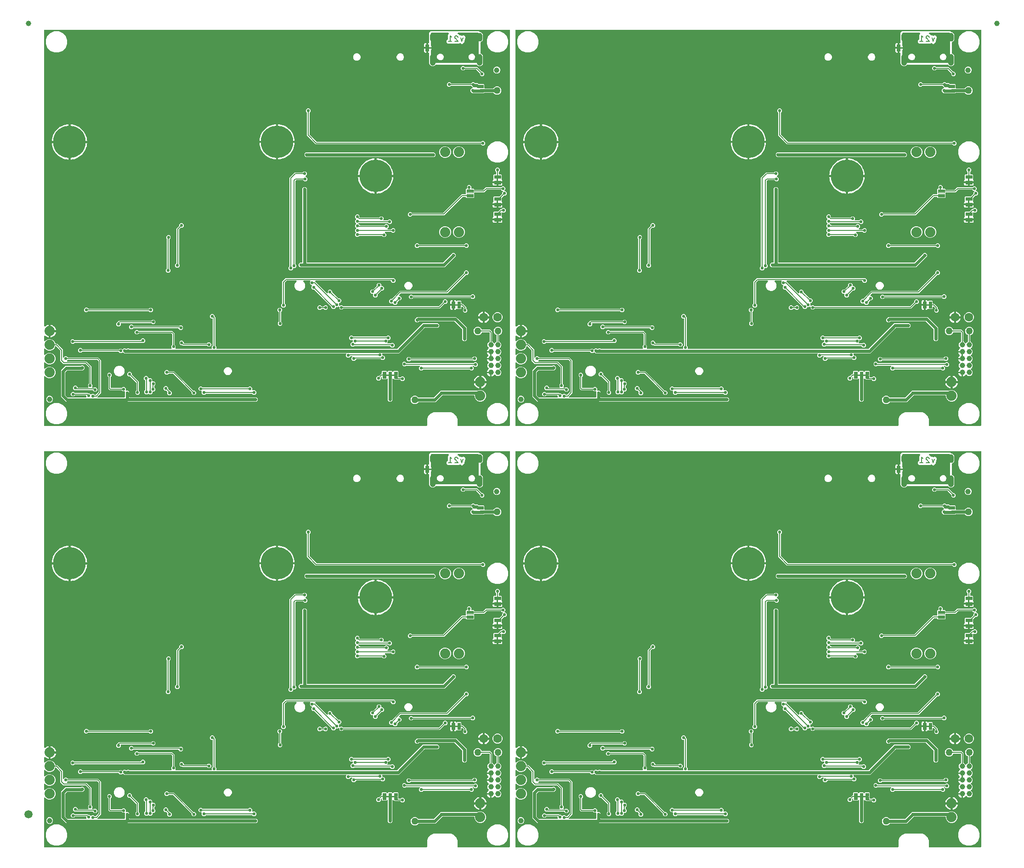
<source format=gbl>
G04 EAGLE Gerber RS-274X export*
G75*
%MOMM*%
%FSLAX34Y34*%
%LPD*%
%INBottom Copper*%
%IPPOS*%
%AMOC8*
5,1,8,0,0,1.08239X$1,22.5*%
G01*
%ADD10C,0.203200*%
%ADD11C,6.000000*%
%ADD12C,0.654000*%
%ADD13C,1.000000*%
%ADD14C,1.270000*%
%ADD15C,1.600000*%
%ADD16C,0.101600*%
%ADD17C,1.879600*%
%ADD18C,0.099059*%
%ADD19C,1.500000*%
%ADD20C,0.558800*%
%ADD21C,0.558800*%
%ADD22C,0.604000*%
%ADD23C,0.177800*%

G36*
X707448Y780043D02*
X707448Y780043D01*
X707506Y780041D01*
X707588Y780063D01*
X707672Y780075D01*
X707725Y780098D01*
X707781Y780113D01*
X707854Y780156D01*
X707931Y780191D01*
X707976Y780229D01*
X708026Y780258D01*
X708084Y780320D01*
X708148Y780374D01*
X708180Y780423D01*
X708220Y780466D01*
X708259Y780541D01*
X708306Y780611D01*
X708323Y780667D01*
X708350Y780719D01*
X708361Y780787D01*
X708391Y780882D01*
X708394Y780982D01*
X708405Y781050D01*
X708405Y793022D01*
X710764Y798717D01*
X715123Y803076D01*
X720818Y805435D01*
X752382Y805435D01*
X758077Y803076D01*
X762436Y798717D01*
X764795Y793022D01*
X764795Y781050D01*
X764803Y780992D01*
X764801Y780934D01*
X764823Y780852D01*
X764835Y780768D01*
X764858Y780715D01*
X764873Y780659D01*
X764916Y780586D01*
X764951Y780509D01*
X764989Y780464D01*
X765018Y780414D01*
X765080Y780356D01*
X765134Y780292D01*
X765183Y780260D01*
X765226Y780220D01*
X765301Y780181D01*
X765371Y780134D01*
X765427Y780117D01*
X765479Y780090D01*
X765547Y780079D01*
X765642Y780049D01*
X765742Y780046D01*
X765810Y780035D01*
X859790Y780035D01*
X859848Y780043D01*
X859906Y780041D01*
X859988Y780063D01*
X860072Y780075D01*
X860125Y780098D01*
X860181Y780113D01*
X860254Y780156D01*
X860331Y780191D01*
X860376Y780229D01*
X860426Y780258D01*
X860484Y780320D01*
X860548Y780374D01*
X860580Y780423D01*
X860620Y780466D01*
X860659Y780541D01*
X860706Y780611D01*
X860723Y780667D01*
X860750Y780719D01*
X860761Y780787D01*
X860791Y780882D01*
X860794Y780982D01*
X860805Y781050D01*
X860805Y1510030D01*
X860798Y1510083D01*
X860799Y1510116D01*
X860798Y1510119D01*
X860799Y1510146D01*
X860777Y1510228D01*
X860765Y1510312D01*
X860742Y1510365D01*
X860727Y1510421D01*
X860684Y1510494D01*
X860649Y1510571D01*
X860611Y1510616D01*
X860582Y1510666D01*
X860520Y1510724D01*
X860466Y1510788D01*
X860417Y1510820D01*
X860374Y1510860D01*
X860299Y1510899D01*
X860229Y1510946D01*
X860173Y1510963D01*
X860121Y1510990D01*
X860053Y1511001D01*
X859958Y1511031D01*
X859858Y1511034D01*
X859790Y1511045D01*
X3810Y1511045D01*
X3752Y1511037D01*
X3694Y1511039D01*
X3612Y1511017D01*
X3528Y1511005D01*
X3475Y1510982D01*
X3419Y1510967D01*
X3346Y1510924D01*
X3269Y1510889D01*
X3224Y1510851D01*
X3174Y1510822D01*
X3116Y1510760D01*
X3052Y1510706D01*
X3020Y1510657D01*
X2980Y1510614D01*
X2941Y1510539D01*
X2894Y1510469D01*
X2877Y1510413D01*
X2850Y1510361D01*
X2839Y1510293D01*
X2809Y1510198D01*
X2806Y1510098D01*
X2795Y1510030D01*
X2795Y964470D01*
X2799Y964441D01*
X2796Y964411D01*
X2819Y964300D01*
X2835Y964188D01*
X2847Y964161D01*
X2852Y964133D01*
X2904Y964032D01*
X2951Y963929D01*
X2970Y963906D01*
X2983Y963880D01*
X3061Y963798D01*
X3134Y963712D01*
X3159Y963695D01*
X3179Y963674D01*
X3277Y963617D01*
X3371Y963554D01*
X3399Y963545D01*
X3424Y963530D01*
X3534Y963503D01*
X3642Y963468D01*
X3671Y963468D01*
X3700Y963460D01*
X3813Y963464D01*
X3926Y963461D01*
X3955Y963468D01*
X3984Y963469D01*
X4092Y963504D01*
X4201Y963533D01*
X4227Y963548D01*
X4255Y963557D01*
X4319Y963603D01*
X4446Y963678D01*
X4489Y963724D01*
X4528Y963752D01*
X4922Y964146D01*
X6443Y965251D01*
X8117Y966104D01*
X9904Y966685D01*
X10669Y966806D01*
X10669Y956056D01*
X10677Y955998D01*
X10675Y955940D01*
X10697Y955858D01*
X10709Y955775D01*
X10733Y955721D01*
X10747Y955665D01*
X10790Y955592D01*
X10825Y955515D01*
X10863Y955471D01*
X10893Y955420D01*
X10954Y955363D01*
X11009Y955298D01*
X11057Y955266D01*
X11100Y955226D01*
X11175Y955187D01*
X11245Y955141D01*
X11301Y955123D01*
X11353Y955096D01*
X11421Y955085D01*
X11516Y955055D01*
X11616Y955052D01*
X11684Y955041D01*
X12701Y955041D01*
X12701Y955039D01*
X11684Y955039D01*
X11626Y955031D01*
X11568Y955032D01*
X11486Y955011D01*
X11403Y954999D01*
X11349Y954975D01*
X11293Y954961D01*
X11220Y954918D01*
X11143Y954883D01*
X11098Y954845D01*
X11048Y954815D01*
X10990Y954754D01*
X10926Y954699D01*
X10894Y954651D01*
X10854Y954608D01*
X10815Y954533D01*
X10769Y954463D01*
X10751Y954407D01*
X10724Y954355D01*
X10713Y954287D01*
X10683Y954192D01*
X10680Y954092D01*
X10669Y954024D01*
X10669Y943274D01*
X9904Y943395D01*
X8117Y943976D01*
X6443Y944829D01*
X4922Y945934D01*
X4528Y946328D01*
X4504Y946346D01*
X4485Y946368D01*
X4391Y946431D01*
X4301Y946499D01*
X4273Y946510D01*
X4249Y946526D01*
X4141Y946560D01*
X4035Y946600D01*
X4006Y946603D01*
X3978Y946612D01*
X3865Y946615D01*
X3752Y946624D01*
X3723Y946618D01*
X3694Y946619D01*
X3584Y946590D01*
X3473Y946568D01*
X3447Y946555D01*
X3419Y946547D01*
X3321Y946489D01*
X3221Y946437D01*
X3199Y946417D01*
X3174Y946402D01*
X3097Y946319D01*
X3015Y946241D01*
X3000Y946216D01*
X2980Y946195D01*
X2928Y946094D01*
X2871Y945996D01*
X2864Y945968D01*
X2850Y945941D01*
X2837Y945864D01*
X2801Y945720D01*
X2803Y945658D01*
X2795Y945610D01*
X2795Y937274D01*
X2799Y937245D01*
X2796Y937215D01*
X2819Y937104D01*
X2835Y936992D01*
X2847Y936965D01*
X2852Y936937D01*
X2905Y936836D01*
X2951Y936733D01*
X2970Y936710D01*
X2983Y936684D01*
X3061Y936602D01*
X3134Y936516D01*
X3159Y936499D01*
X3179Y936478D01*
X3277Y936421D01*
X3371Y936358D01*
X3399Y936349D01*
X3424Y936334D01*
X3534Y936307D01*
X3642Y936272D01*
X3672Y936272D01*
X3700Y936264D01*
X3813Y936268D01*
X3926Y936265D01*
X3955Y936272D01*
X3984Y936273D01*
X4092Y936308D01*
X4201Y936337D01*
X4227Y936352D01*
X4255Y936361D01*
X4318Y936406D01*
X4446Y936482D01*
X4489Y936528D01*
X4528Y936556D01*
X6657Y938685D01*
X10578Y940309D01*
X14822Y940309D01*
X18743Y938684D01*
X21744Y935683D01*
X23041Y932553D01*
X23042Y932552D01*
X23042Y932551D01*
X23112Y932432D01*
X23185Y932309D01*
X23187Y932308D01*
X23187Y932306D01*
X23291Y932209D01*
X23392Y932113D01*
X23394Y932113D01*
X23395Y932112D01*
X23521Y932047D01*
X23645Y931983D01*
X23646Y931983D01*
X23648Y931982D01*
X23663Y931980D01*
X23924Y931928D01*
X23954Y931931D01*
X23979Y931927D01*
X26347Y931927D01*
X37212Y921062D01*
X37212Y906899D01*
X37216Y906870D01*
X37213Y906841D01*
X37236Y906730D01*
X37252Y906618D01*
X37264Y906591D01*
X37269Y906562D01*
X37322Y906462D01*
X37368Y906358D01*
X37387Y906336D01*
X37400Y906310D01*
X37478Y906228D01*
X37551Y906141D01*
X37576Y906125D01*
X37596Y906104D01*
X37694Y906046D01*
X37788Y905984D01*
X37816Y905975D01*
X37841Y905960D01*
X37951Y905932D01*
X38059Y905898D01*
X38089Y905897D01*
X38117Y905890D01*
X38230Y905893D01*
X38343Y905891D01*
X38372Y905898D01*
X38401Y905899D01*
X38509Y905934D01*
X38618Y905962D01*
X38644Y905977D01*
X38672Y905986D01*
X38735Y906032D01*
X38863Y906108D01*
X38906Y906153D01*
X38945Y906181D01*
X41068Y908305D01*
X44436Y908305D01*
X45916Y906824D01*
X45986Y906772D01*
X46050Y906712D01*
X46099Y906686D01*
X46144Y906653D01*
X46225Y906622D01*
X46303Y906582D01*
X46351Y906574D01*
X46409Y906552D01*
X46557Y906540D01*
X46634Y906527D01*
X102547Y906527D01*
X107697Y901377D01*
X107697Y841063D01*
X106060Y839426D01*
X100980Y834346D01*
X100962Y834322D01*
X100940Y834303D01*
X100877Y834209D01*
X100809Y834119D01*
X100798Y834091D01*
X100782Y834067D01*
X100748Y833959D01*
X100708Y833853D01*
X100705Y833824D01*
X100696Y833796D01*
X100693Y833682D01*
X100684Y833570D01*
X100690Y833541D01*
X100689Y833512D01*
X100718Y833402D01*
X100740Y833291D01*
X100754Y833265D01*
X100761Y833237D01*
X100819Y833139D01*
X100871Y833039D01*
X100891Y833017D01*
X100906Y832992D01*
X100989Y832915D01*
X101067Y832833D01*
X101092Y832818D01*
X101113Y832798D01*
X101214Y832746D01*
X101312Y832689D01*
X101340Y832682D01*
X101367Y832668D01*
X101444Y832655D01*
X101588Y832619D01*
X101650Y832621D01*
X101698Y832613D01*
X150368Y832613D01*
X150426Y832621D01*
X150484Y832619D01*
X150566Y832641D01*
X150650Y832653D01*
X150703Y832676D01*
X150759Y832691D01*
X150832Y832734D01*
X150909Y832769D01*
X150954Y832807D01*
X151004Y832836D01*
X151062Y832898D01*
X151126Y832952D01*
X151158Y833001D01*
X151198Y833044D01*
X151237Y833119D01*
X151284Y833189D01*
X151301Y833245D01*
X151328Y833297D01*
X151339Y833365D01*
X151369Y833460D01*
X151372Y833560D01*
X151383Y833628D01*
X151383Y843026D01*
X151376Y843077D01*
X151377Y843097D01*
X151376Y843101D01*
X151377Y843142D01*
X151355Y843224D01*
X151343Y843308D01*
X151320Y843361D01*
X151305Y843417D01*
X151262Y843490D01*
X151227Y843567D01*
X151189Y843612D01*
X151160Y843662D01*
X151098Y843720D01*
X151044Y843784D01*
X150995Y843816D01*
X150952Y843856D01*
X150877Y843895D01*
X150807Y843942D01*
X150751Y843959D01*
X150699Y843986D01*
X150631Y843997D01*
X150536Y844027D01*
X150436Y844030D01*
X150368Y844041D01*
X147160Y844041D01*
X145680Y845522D01*
X145610Y845574D01*
X145546Y845634D01*
X145497Y845660D01*
X145452Y845693D01*
X145371Y845724D01*
X145293Y845764D01*
X145245Y845772D01*
X145187Y845794D01*
X145039Y845806D01*
X144962Y845819D01*
X123767Y845819D01*
X120903Y848683D01*
X120903Y870132D01*
X120891Y870218D01*
X120888Y870306D01*
X120871Y870358D01*
X120863Y870413D01*
X120828Y870493D01*
X120801Y870576D01*
X120773Y870616D01*
X120747Y870673D01*
X120651Y870786D01*
X120606Y870850D01*
X119125Y872330D01*
X119125Y875698D01*
X121506Y878079D01*
X124874Y878079D01*
X127255Y875698D01*
X127255Y872330D01*
X125774Y870850D01*
X125722Y870780D01*
X125662Y870716D01*
X125636Y870667D01*
X125603Y870622D01*
X125572Y870541D01*
X125532Y870463D01*
X125524Y870415D01*
X125502Y870357D01*
X125490Y870209D01*
X125477Y870132D01*
X125477Y851408D01*
X125485Y851350D01*
X125483Y851292D01*
X125505Y851210D01*
X125517Y851126D01*
X125540Y851073D01*
X125555Y851017D01*
X125598Y850944D01*
X125633Y850867D01*
X125671Y850822D01*
X125700Y850772D01*
X125762Y850714D01*
X125816Y850650D01*
X125865Y850618D01*
X125908Y850578D01*
X125983Y850539D01*
X126053Y850492D01*
X126109Y850475D01*
X126161Y850448D01*
X126229Y850437D01*
X126324Y850407D01*
X126424Y850404D01*
X126492Y850393D01*
X144962Y850393D01*
X145048Y850405D01*
X145136Y850408D01*
X145188Y850425D01*
X145243Y850433D01*
X145323Y850468D01*
X145406Y850495D01*
X145446Y850523D01*
X145503Y850549D01*
X145616Y850645D01*
X145680Y850690D01*
X147160Y852171D01*
X150528Y852171D01*
X152909Y849790D01*
X152909Y846328D01*
X152917Y846270D01*
X152915Y846212D01*
X152937Y846130D01*
X152949Y846046D01*
X152972Y845993D01*
X152987Y845937D01*
X153030Y845864D01*
X153065Y845787D01*
X153103Y845742D01*
X153132Y845692D01*
X153194Y845634D01*
X153248Y845570D01*
X153297Y845538D01*
X153340Y845498D01*
X153415Y845459D01*
X153485Y845412D01*
X153541Y845395D01*
X153593Y845368D01*
X153661Y845357D01*
X153756Y845327D01*
X153856Y845324D01*
X153924Y845313D01*
X157132Y845313D01*
X159513Y842932D01*
X159513Y833882D01*
X159521Y833824D01*
X159519Y833766D01*
X159541Y833684D01*
X159553Y833600D01*
X159576Y833547D01*
X159591Y833491D01*
X159634Y833418D01*
X159669Y833341D01*
X159707Y833296D01*
X159736Y833246D01*
X159798Y833188D01*
X159852Y833124D01*
X159901Y833092D01*
X159944Y833052D01*
X160019Y833013D01*
X160089Y832966D01*
X160145Y832949D01*
X160197Y832922D01*
X160265Y832911D01*
X160360Y832881D01*
X160460Y832878D01*
X160528Y832867D01*
X393606Y832867D01*
X395987Y830486D01*
X395987Y827118D01*
X393606Y824737D01*
X157044Y824737D01*
X156958Y824725D01*
X156870Y824722D01*
X156818Y824705D01*
X156763Y824697D01*
X156683Y824662D01*
X156600Y824635D01*
X156560Y824607D01*
X156503Y824581D01*
X156390Y824485D01*
X156387Y824483D01*
X43020Y824483D01*
X33527Y833976D01*
X33527Y882556D01*
X41868Y890897D01*
X69578Y890897D01*
X69664Y890909D01*
X69752Y890912D01*
X69804Y890929D01*
X69859Y890937D01*
X69939Y890972D01*
X70022Y890999D01*
X70062Y891027D01*
X70119Y891053D01*
X70232Y891149D01*
X70296Y891194D01*
X71014Y891913D01*
X74382Y891913D01*
X76763Y889532D01*
X76763Y886164D01*
X73366Y882767D01*
X45656Y882767D01*
X45570Y882755D01*
X45482Y882752D01*
X45430Y882735D01*
X45375Y882727D01*
X45295Y882692D01*
X45212Y882665D01*
X45172Y882637D01*
X45115Y882611D01*
X45002Y882515D01*
X44938Y882470D01*
X41954Y879486D01*
X41902Y879416D01*
X41842Y879352D01*
X41816Y879303D01*
X41783Y879258D01*
X41752Y879177D01*
X41712Y879099D01*
X41704Y879051D01*
X41682Y878993D01*
X41670Y878845D01*
X41657Y878768D01*
X41657Y837764D01*
X41669Y837678D01*
X41672Y837590D01*
X41689Y837538D01*
X41697Y837483D01*
X41732Y837403D01*
X41759Y837320D01*
X41787Y837280D01*
X41813Y837223D01*
X41909Y837110D01*
X41954Y837046D01*
X46090Y832910D01*
X46160Y832858D01*
X46224Y832798D01*
X46273Y832772D01*
X46318Y832739D01*
X46399Y832708D01*
X46477Y832668D01*
X46525Y832660D01*
X46583Y832638D01*
X46731Y832626D01*
X46808Y832613D01*
X79739Y832613D01*
X79768Y832617D01*
X79797Y832614D01*
X79908Y832637D01*
X80020Y832653D01*
X80047Y832665D01*
X80076Y832670D01*
X80176Y832723D01*
X80279Y832769D01*
X80302Y832788D01*
X80328Y832801D01*
X80410Y832879D01*
X80496Y832952D01*
X80513Y832977D01*
X80534Y832997D01*
X80591Y833095D01*
X80654Y833189D01*
X80663Y833217D01*
X80678Y833242D01*
X80706Y833352D01*
X80740Y833460D01*
X80741Y833489D01*
X80748Y833518D01*
X80744Y833631D01*
X80747Y833744D01*
X80740Y833773D01*
X80739Y833802D01*
X80704Y833910D01*
X80675Y834019D01*
X80660Y834045D01*
X80651Y834073D01*
X80608Y834133D01*
X80608Y835406D01*
X80600Y835464D01*
X80601Y835522D01*
X80580Y835604D01*
X80568Y835688D01*
X80544Y835741D01*
X80530Y835797D01*
X80487Y835870D01*
X80452Y835947D01*
X80414Y835992D01*
X80384Y836042D01*
X80323Y836100D01*
X80268Y836164D01*
X80220Y836196D01*
X80177Y836236D01*
X80102Y836275D01*
X80032Y836322D01*
X79976Y836339D01*
X79924Y836366D01*
X79856Y836377D01*
X79761Y836407D01*
X79661Y836410D01*
X79593Y836421D01*
X59508Y836421D01*
X59422Y836409D01*
X59334Y836406D01*
X59282Y836389D01*
X59227Y836381D01*
X59147Y836346D01*
X59064Y836319D01*
X59024Y836291D01*
X58967Y836265D01*
X58854Y836169D01*
X58790Y836124D01*
X57310Y834643D01*
X53942Y834643D01*
X51561Y837024D01*
X51561Y840392D01*
X53942Y842773D01*
X57310Y842773D01*
X58790Y841292D01*
X58860Y841240D01*
X58924Y841180D01*
X58973Y841154D01*
X59018Y841121D01*
X59099Y841090D01*
X59177Y841050D01*
X59225Y841042D01*
X59283Y841020D01*
X59431Y841008D01*
X59508Y840995D01*
X82790Y840995D01*
X83545Y840240D01*
X83614Y840188D01*
X83678Y840128D01*
X83728Y840102D01*
X83772Y840069D01*
X83854Y840038D01*
X83931Y839998D01*
X83979Y839990D01*
X84038Y839968D01*
X84185Y839956D01*
X84263Y839943D01*
X86357Y839943D01*
X87984Y838315D01*
X88030Y838280D01*
X88071Y838238D01*
X88144Y838195D01*
X88211Y838145D01*
X88266Y838124D01*
X88316Y838094D01*
X88398Y838073D01*
X88477Y838043D01*
X88535Y838038D01*
X88591Y838024D01*
X88676Y838027D01*
X88760Y838020D01*
X88817Y838031D01*
X88876Y838033D01*
X88956Y838059D01*
X89039Y838076D01*
X89090Y838103D01*
X89146Y838121D01*
X89202Y838161D01*
X89291Y838207D01*
X89363Y838275D01*
X89419Y838315D01*
X90575Y839471D01*
X93942Y839471D01*
X95423Y837990D01*
X95493Y837938D01*
X95556Y837878D01*
X95606Y837852D01*
X95650Y837819D01*
X95732Y837788D01*
X95810Y837748D01*
X95857Y837740D01*
X95916Y837718D01*
X96063Y837706D01*
X96141Y837693D01*
X97438Y837693D01*
X97525Y837705D01*
X97612Y837708D01*
X97665Y837725D01*
X97720Y837733D01*
X97800Y837768D01*
X97883Y837795D01*
X97922Y837823D01*
X97979Y837849D01*
X98092Y837945D01*
X98156Y837990D01*
X102826Y842660D01*
X102878Y842730D01*
X102938Y842794D01*
X102964Y842843D01*
X102997Y842887D01*
X103028Y842969D01*
X103068Y843047D01*
X103076Y843094D01*
X103098Y843153D01*
X103110Y843300D01*
X103123Y843378D01*
X103123Y899062D01*
X103111Y899149D01*
X103108Y899236D01*
X103091Y899289D01*
X103083Y899344D01*
X103048Y899424D01*
X103021Y899507D01*
X102993Y899546D01*
X102967Y899603D01*
X102871Y899716D01*
X102826Y899780D01*
X100950Y901656D01*
X100880Y901708D01*
X100816Y901768D01*
X100767Y901794D01*
X100723Y901827D01*
X100641Y901858D01*
X100563Y901898D01*
X100516Y901906D01*
X100457Y901928D01*
X100310Y901940D01*
X100232Y901953D01*
X46634Y901953D01*
X46548Y901941D01*
X46460Y901938D01*
X46408Y901921D01*
X46353Y901913D01*
X46273Y901878D01*
X46190Y901851D01*
X46150Y901823D01*
X46093Y901797D01*
X45980Y901701D01*
X45916Y901656D01*
X44900Y900640D01*
X44883Y900616D01*
X44860Y900597D01*
X44797Y900503D01*
X44729Y900413D01*
X44719Y900385D01*
X44703Y900361D01*
X44668Y900253D01*
X44628Y900147D01*
X44626Y900118D01*
X44617Y900090D01*
X44614Y899976D01*
X44605Y899864D01*
X44610Y899835D01*
X44610Y899806D01*
X44638Y899696D01*
X44660Y899585D01*
X44674Y899559D01*
X44681Y899531D01*
X44739Y899433D01*
X44791Y899333D01*
X44812Y899311D01*
X44827Y899286D01*
X44909Y899209D01*
X44987Y899127D01*
X45013Y899112D01*
X45034Y899092D01*
X45135Y899040D01*
X45233Y898983D01*
X45261Y898976D01*
X45287Y898962D01*
X45364Y898949D01*
X45508Y898913D01*
X45571Y898915D01*
X45618Y898907D01*
X80957Y898907D01*
X82594Y897270D01*
X88280Y891584D01*
X89917Y889947D01*
X89917Y858592D01*
X89929Y858506D01*
X89932Y858418D01*
X89949Y858366D01*
X89957Y858311D01*
X89992Y858231D01*
X90019Y858148D01*
X90047Y858108D01*
X90073Y858051D01*
X90169Y857938D01*
X90214Y857874D01*
X91695Y856394D01*
X91695Y853026D01*
X91048Y852380D01*
X91031Y852356D01*
X91008Y852337D01*
X90945Y852243D01*
X90877Y852153D01*
X90867Y852125D01*
X90851Y852101D01*
X90816Y851993D01*
X90776Y851887D01*
X90774Y851858D01*
X90765Y851830D01*
X90762Y851716D01*
X90753Y851604D01*
X90758Y851575D01*
X90758Y851546D01*
X90786Y851436D01*
X90808Y851325D01*
X90822Y851299D01*
X90829Y851271D01*
X90887Y851173D01*
X90939Y851073D01*
X90960Y851051D01*
X90975Y851026D01*
X91057Y850949D01*
X91135Y850867D01*
X91161Y850852D01*
X91182Y850832D01*
X91283Y850780D01*
X91381Y850723D01*
X91409Y850716D01*
X91435Y850702D01*
X91512Y850689D01*
X91656Y850653D01*
X91719Y850655D01*
X91766Y850647D01*
X93654Y850647D01*
X93740Y850659D01*
X93828Y850662D01*
X93880Y850679D01*
X93935Y850687D01*
X94015Y850722D01*
X94098Y850749D01*
X94138Y850777D01*
X94195Y850803D01*
X94308Y850899D01*
X94372Y850944D01*
X94673Y851246D01*
X98041Y851246D01*
X100422Y848865D01*
X100422Y845497D01*
X98041Y843116D01*
X94673Y843116D01*
X92013Y845776D01*
X91944Y845828D01*
X91880Y845888D01*
X91830Y845914D01*
X91786Y845947D01*
X91704Y845978D01*
X91626Y846018D01*
X91579Y846026D01*
X91520Y846048D01*
X91373Y846060D01*
X91295Y846073D01*
X61014Y846073D01*
X61002Y846082D01*
X60938Y846142D01*
X60889Y846168D01*
X60845Y846201D01*
X60763Y846232D01*
X60685Y846272D01*
X60638Y846280D01*
X60579Y846302D01*
X60432Y846314D01*
X60354Y846327D01*
X58260Y846327D01*
X55879Y848708D01*
X55879Y852076D01*
X58260Y854457D01*
X61628Y854457D01*
X64009Y852076D01*
X64009Y851662D01*
X64017Y851604D01*
X64015Y851546D01*
X64037Y851464D01*
X64049Y851380D01*
X64072Y851327D01*
X64087Y851271D01*
X64130Y851198D01*
X64165Y851121D01*
X64203Y851076D01*
X64232Y851026D01*
X64294Y850968D01*
X64348Y850904D01*
X64397Y850872D01*
X64440Y850832D01*
X64515Y850793D01*
X64585Y850746D01*
X64641Y850729D01*
X64693Y850702D01*
X64761Y850691D01*
X64856Y850661D01*
X64956Y850658D01*
X65024Y850647D01*
X83494Y850647D01*
X83523Y850651D01*
X83552Y850648D01*
X83663Y850671D01*
X83775Y850687D01*
X83802Y850699D01*
X83831Y850704D01*
X83932Y850757D01*
X84035Y850803D01*
X84057Y850822D01*
X84083Y850835D01*
X84165Y850913D01*
X84252Y850986D01*
X84268Y851011D01*
X84289Y851031D01*
X84347Y851129D01*
X84409Y851223D01*
X84418Y851251D01*
X84433Y851276D01*
X84461Y851386D01*
X84495Y851494D01*
X84496Y851524D01*
X84503Y851552D01*
X84500Y851665D01*
X84502Y851778D01*
X84495Y851807D01*
X84494Y851836D01*
X84459Y851944D01*
X84431Y852053D01*
X84416Y852079D01*
X84407Y852107D01*
X84361Y852171D01*
X84285Y852298D01*
X84240Y852341D01*
X84212Y852380D01*
X83565Y853026D01*
X83565Y856394D01*
X85046Y857874D01*
X85098Y857944D01*
X85158Y858008D01*
X85184Y858057D01*
X85217Y858102D01*
X85248Y858183D01*
X85288Y858261D01*
X85296Y858309D01*
X85318Y858367D01*
X85330Y858515D01*
X85343Y858592D01*
X85343Y887632D01*
X85331Y887719D01*
X85328Y887806D01*
X85311Y887859D01*
X85303Y887914D01*
X85268Y887994D01*
X85241Y888077D01*
X85213Y888116D01*
X85187Y888173D01*
X85124Y888248D01*
X85101Y888287D01*
X85071Y888314D01*
X85046Y888350D01*
X79360Y894036D01*
X79290Y894088D01*
X79226Y894148D01*
X79177Y894174D01*
X79133Y894207D01*
X79051Y894238D01*
X78973Y894278D01*
X78926Y894286D01*
X78867Y894308D01*
X78720Y894320D01*
X78642Y894333D01*
X38423Y894333D01*
X32638Y900118D01*
X32638Y918747D01*
X32626Y918834D01*
X32623Y918921D01*
X32606Y918974D01*
X32598Y919029D01*
X32563Y919109D01*
X32536Y919192D01*
X32508Y919231D01*
X32482Y919288D01*
X32386Y919401D01*
X32341Y919465D01*
X24750Y927056D01*
X24680Y927108D01*
X24616Y927168D01*
X24567Y927194D01*
X24523Y927227D01*
X24441Y927258D01*
X24363Y927298D01*
X24316Y927306D01*
X24257Y927328D01*
X24110Y927340D01*
X24032Y927353D01*
X23979Y927353D01*
X23977Y927353D01*
X23976Y927353D01*
X23836Y927333D01*
X23697Y927313D01*
X23696Y927313D01*
X23694Y927313D01*
X23569Y927256D01*
X23438Y927197D01*
X23437Y927196D01*
X23435Y927195D01*
X23328Y927104D01*
X23221Y927014D01*
X23220Y927012D01*
X23219Y927011D01*
X23211Y926998D01*
X23063Y926777D01*
X23054Y926748D01*
X23041Y926727D01*
X21744Y923597D01*
X18743Y920596D01*
X14822Y918971D01*
X10578Y918971D01*
X6657Y920595D01*
X4528Y922724D01*
X4504Y922742D01*
X4485Y922764D01*
X4391Y922827D01*
X4301Y922895D01*
X4273Y922906D01*
X4249Y922922D01*
X4141Y922956D01*
X4035Y922996D01*
X4006Y922999D01*
X3978Y923008D01*
X3864Y923011D01*
X3752Y923020D01*
X3723Y923014D01*
X3694Y923015D01*
X3584Y922986D01*
X3473Y922964D01*
X3447Y922951D01*
X3419Y922943D01*
X3321Y922885D01*
X3221Y922833D01*
X3199Y922813D01*
X3174Y922798D01*
X3097Y922715D01*
X3015Y922637D01*
X3000Y922612D01*
X2980Y922591D01*
X2928Y922490D01*
X2871Y922392D01*
X2864Y922364D01*
X2850Y922337D01*
X2837Y922260D01*
X2801Y922117D01*
X2803Y922054D01*
X2795Y922006D01*
X2795Y911874D01*
X2799Y911845D01*
X2796Y911815D01*
X2819Y911704D01*
X2835Y911592D01*
X2847Y911565D01*
X2852Y911537D01*
X2905Y911436D01*
X2951Y911333D01*
X2970Y911310D01*
X2983Y911284D01*
X3061Y911202D01*
X3134Y911116D01*
X3159Y911099D01*
X3179Y911078D01*
X3277Y911021D01*
X3371Y910958D01*
X3399Y910949D01*
X3424Y910934D01*
X3534Y910907D01*
X3642Y910872D01*
X3672Y910872D01*
X3700Y910864D01*
X3813Y910868D01*
X3926Y910865D01*
X3955Y910872D01*
X3984Y910873D01*
X4092Y910908D01*
X4201Y910937D01*
X4227Y910952D01*
X4255Y910961D01*
X4318Y911006D01*
X4446Y911082D01*
X4489Y911128D01*
X4528Y911156D01*
X6657Y913285D01*
X10578Y914909D01*
X14822Y914909D01*
X18743Y913284D01*
X21744Y910283D01*
X23369Y906362D01*
X23369Y902118D01*
X21744Y898197D01*
X18743Y895196D01*
X14822Y893571D01*
X10578Y893571D01*
X6657Y895195D01*
X4528Y897324D01*
X4504Y897342D01*
X4485Y897364D01*
X4391Y897427D01*
X4301Y897495D01*
X4273Y897506D01*
X4249Y897522D01*
X4141Y897556D01*
X4035Y897596D01*
X4006Y897599D01*
X3978Y897608D01*
X3864Y897611D01*
X3752Y897620D01*
X3723Y897614D01*
X3694Y897615D01*
X3584Y897586D01*
X3473Y897564D01*
X3447Y897551D01*
X3419Y897543D01*
X3321Y897485D01*
X3221Y897433D01*
X3199Y897413D01*
X3174Y897398D01*
X3097Y897315D01*
X3015Y897237D01*
X3000Y897212D01*
X2980Y897191D01*
X2928Y897090D01*
X2871Y896992D01*
X2864Y896964D01*
X2850Y896937D01*
X2837Y896860D01*
X2801Y896717D01*
X2803Y896654D01*
X2795Y896606D01*
X2795Y886474D01*
X2799Y886445D01*
X2796Y886415D01*
X2819Y886304D01*
X2835Y886192D01*
X2847Y886165D01*
X2852Y886137D01*
X2905Y886036D01*
X2951Y885933D01*
X2970Y885910D01*
X2983Y885884D01*
X3061Y885802D01*
X3134Y885716D01*
X3159Y885699D01*
X3179Y885678D01*
X3277Y885621D01*
X3371Y885558D01*
X3399Y885549D01*
X3424Y885534D01*
X3534Y885507D01*
X3642Y885472D01*
X3672Y885472D01*
X3700Y885464D01*
X3813Y885468D01*
X3926Y885465D01*
X3955Y885472D01*
X3984Y885473D01*
X4092Y885508D01*
X4201Y885537D01*
X4227Y885552D01*
X4255Y885561D01*
X4318Y885606D01*
X4446Y885682D01*
X4489Y885728D01*
X4528Y885756D01*
X6657Y887885D01*
X10578Y889509D01*
X14822Y889509D01*
X18743Y887884D01*
X21744Y884883D01*
X23369Y880962D01*
X23369Y876718D01*
X21744Y872797D01*
X18743Y869796D01*
X14822Y868171D01*
X10578Y868171D01*
X6657Y869795D01*
X4528Y871924D01*
X4504Y871942D01*
X4485Y871964D01*
X4391Y872027D01*
X4301Y872095D01*
X4273Y872106D01*
X4249Y872122D01*
X4141Y872156D01*
X4035Y872196D01*
X4006Y872199D01*
X3978Y872208D01*
X3864Y872211D01*
X3752Y872220D01*
X3723Y872214D01*
X3694Y872215D01*
X3584Y872186D01*
X3473Y872164D01*
X3447Y872151D01*
X3419Y872143D01*
X3321Y872085D01*
X3221Y872033D01*
X3199Y872013D01*
X3174Y871998D01*
X3097Y871915D01*
X3015Y871837D01*
X3000Y871812D01*
X2980Y871791D01*
X2928Y871690D01*
X2871Y871592D01*
X2864Y871564D01*
X2850Y871537D01*
X2837Y871460D01*
X2801Y871317D01*
X2803Y871254D01*
X2795Y871206D01*
X2795Y781050D01*
X2803Y780992D01*
X2801Y780934D01*
X2823Y780852D01*
X2835Y780768D01*
X2858Y780715D01*
X2873Y780659D01*
X2916Y780586D01*
X2951Y780509D01*
X2989Y780464D01*
X3018Y780414D01*
X3080Y780356D01*
X3134Y780292D01*
X3183Y780260D01*
X3226Y780220D01*
X3301Y780181D01*
X3371Y780134D01*
X3427Y780117D01*
X3479Y780090D01*
X3547Y780079D01*
X3642Y780049D01*
X3742Y780046D01*
X3810Y780035D01*
X707390Y780035D01*
X707448Y780043D01*
G37*
G36*
X1576128Y780043D02*
X1576128Y780043D01*
X1576186Y780041D01*
X1576268Y780063D01*
X1576352Y780075D01*
X1576405Y780098D01*
X1576461Y780113D01*
X1576534Y780156D01*
X1576611Y780191D01*
X1576656Y780229D01*
X1576706Y780258D01*
X1576764Y780320D01*
X1576828Y780374D01*
X1576860Y780423D01*
X1576900Y780466D01*
X1576939Y780541D01*
X1576986Y780611D01*
X1577003Y780667D01*
X1577030Y780719D01*
X1577041Y780787D01*
X1577071Y780882D01*
X1577074Y780982D01*
X1577085Y781050D01*
X1577085Y793022D01*
X1579444Y798717D01*
X1583803Y803076D01*
X1589498Y805435D01*
X1621062Y805435D01*
X1626757Y803076D01*
X1631116Y798717D01*
X1633475Y793022D01*
X1633475Y781050D01*
X1633483Y780992D01*
X1633481Y780934D01*
X1633503Y780852D01*
X1633515Y780768D01*
X1633538Y780715D01*
X1633553Y780659D01*
X1633596Y780586D01*
X1633631Y780509D01*
X1633669Y780464D01*
X1633698Y780414D01*
X1633760Y780356D01*
X1633814Y780292D01*
X1633863Y780260D01*
X1633906Y780220D01*
X1633981Y780181D01*
X1634051Y780134D01*
X1634107Y780117D01*
X1634159Y780090D01*
X1634227Y780079D01*
X1634322Y780049D01*
X1634422Y780046D01*
X1634490Y780035D01*
X1728470Y780035D01*
X1728528Y780043D01*
X1728586Y780041D01*
X1728668Y780063D01*
X1728752Y780075D01*
X1728805Y780098D01*
X1728861Y780113D01*
X1728934Y780156D01*
X1729011Y780191D01*
X1729056Y780229D01*
X1729106Y780258D01*
X1729164Y780320D01*
X1729228Y780374D01*
X1729260Y780423D01*
X1729300Y780466D01*
X1729339Y780541D01*
X1729386Y780611D01*
X1729403Y780667D01*
X1729430Y780719D01*
X1729441Y780787D01*
X1729471Y780882D01*
X1729474Y780982D01*
X1729485Y781050D01*
X1729485Y1510030D01*
X1729478Y1510083D01*
X1729479Y1510116D01*
X1729478Y1510119D01*
X1729479Y1510146D01*
X1729457Y1510228D01*
X1729445Y1510312D01*
X1729422Y1510365D01*
X1729407Y1510421D01*
X1729364Y1510494D01*
X1729329Y1510571D01*
X1729291Y1510616D01*
X1729262Y1510666D01*
X1729200Y1510724D01*
X1729146Y1510788D01*
X1729097Y1510820D01*
X1729054Y1510860D01*
X1728979Y1510899D01*
X1728909Y1510946D01*
X1728853Y1510963D01*
X1728801Y1510990D01*
X1728733Y1511001D01*
X1728638Y1511031D01*
X1728538Y1511034D01*
X1728470Y1511045D01*
X872490Y1511045D01*
X872432Y1511037D01*
X872374Y1511039D01*
X872292Y1511017D01*
X872208Y1511005D01*
X872155Y1510982D01*
X872099Y1510967D01*
X872026Y1510924D01*
X871949Y1510889D01*
X871904Y1510851D01*
X871854Y1510822D01*
X871796Y1510760D01*
X871732Y1510706D01*
X871700Y1510657D01*
X871660Y1510614D01*
X871621Y1510539D01*
X871574Y1510469D01*
X871557Y1510413D01*
X871530Y1510361D01*
X871519Y1510293D01*
X871489Y1510198D01*
X871486Y1510098D01*
X871475Y1510030D01*
X871475Y964470D01*
X871479Y964441D01*
X871476Y964411D01*
X871499Y964300D01*
X871515Y964188D01*
X871527Y964161D01*
X871532Y964133D01*
X871584Y964032D01*
X871631Y963929D01*
X871650Y963906D01*
X871663Y963880D01*
X871741Y963798D01*
X871814Y963712D01*
X871839Y963695D01*
X871859Y963674D01*
X871957Y963617D01*
X872051Y963554D01*
X872079Y963545D01*
X872104Y963530D01*
X872214Y963503D01*
X872322Y963468D01*
X872351Y963468D01*
X872380Y963460D01*
X872493Y963464D01*
X872606Y963461D01*
X872635Y963468D01*
X872664Y963469D01*
X872772Y963504D01*
X872881Y963533D01*
X872907Y963548D01*
X872935Y963557D01*
X872999Y963603D01*
X873126Y963678D01*
X873169Y963724D01*
X873208Y963752D01*
X873602Y964146D01*
X875123Y965251D01*
X876797Y966104D01*
X878584Y966685D01*
X879349Y966806D01*
X879349Y956056D01*
X879357Y955998D01*
X879355Y955940D01*
X879377Y955858D01*
X879389Y955775D01*
X879413Y955721D01*
X879427Y955665D01*
X879470Y955592D01*
X879505Y955515D01*
X879543Y955471D01*
X879573Y955420D01*
X879634Y955363D01*
X879689Y955298D01*
X879737Y955266D01*
X879780Y955226D01*
X879855Y955187D01*
X879925Y955141D01*
X879981Y955123D01*
X880033Y955096D01*
X880101Y955085D01*
X880196Y955055D01*
X880296Y955052D01*
X880364Y955041D01*
X881381Y955041D01*
X881381Y955039D01*
X880364Y955039D01*
X880306Y955031D01*
X880248Y955032D01*
X880166Y955011D01*
X880083Y954999D01*
X880029Y954975D01*
X879973Y954961D01*
X879900Y954918D01*
X879823Y954883D01*
X879778Y954845D01*
X879728Y954815D01*
X879670Y954754D01*
X879606Y954699D01*
X879574Y954651D01*
X879534Y954608D01*
X879495Y954533D01*
X879449Y954463D01*
X879431Y954407D01*
X879404Y954355D01*
X879393Y954287D01*
X879363Y954192D01*
X879360Y954092D01*
X879349Y954024D01*
X879349Y943274D01*
X878584Y943395D01*
X876797Y943976D01*
X875123Y944829D01*
X873602Y945934D01*
X873208Y946328D01*
X873184Y946346D01*
X873165Y946368D01*
X873071Y946431D01*
X872981Y946499D01*
X872953Y946510D01*
X872929Y946526D01*
X872821Y946560D01*
X872715Y946600D01*
X872686Y946603D01*
X872658Y946612D01*
X872545Y946615D01*
X872432Y946624D01*
X872403Y946618D01*
X872374Y946619D01*
X872264Y946590D01*
X872153Y946568D01*
X872127Y946555D01*
X872099Y946547D01*
X872001Y946489D01*
X871901Y946437D01*
X871879Y946417D01*
X871854Y946402D01*
X871777Y946319D01*
X871695Y946241D01*
X871680Y946216D01*
X871660Y946195D01*
X871608Y946094D01*
X871551Y945996D01*
X871544Y945968D01*
X871530Y945941D01*
X871517Y945864D01*
X871481Y945720D01*
X871483Y945658D01*
X871475Y945610D01*
X871475Y937274D01*
X871479Y937245D01*
X871476Y937215D01*
X871499Y937104D01*
X871515Y936992D01*
X871527Y936965D01*
X871532Y936937D01*
X871585Y936836D01*
X871631Y936733D01*
X871650Y936710D01*
X871663Y936684D01*
X871741Y936602D01*
X871814Y936516D01*
X871839Y936499D01*
X871859Y936478D01*
X871957Y936421D01*
X872051Y936358D01*
X872079Y936349D01*
X872104Y936334D01*
X872214Y936307D01*
X872322Y936272D01*
X872352Y936272D01*
X872380Y936264D01*
X872493Y936268D01*
X872606Y936265D01*
X872635Y936272D01*
X872664Y936273D01*
X872772Y936308D01*
X872881Y936337D01*
X872907Y936352D01*
X872935Y936361D01*
X872998Y936406D01*
X873126Y936482D01*
X873169Y936528D01*
X873208Y936556D01*
X875337Y938685D01*
X879258Y940309D01*
X883502Y940309D01*
X887423Y938684D01*
X890424Y935683D01*
X891721Y932553D01*
X891722Y932552D01*
X891722Y932551D01*
X891792Y932432D01*
X891865Y932309D01*
X891867Y932308D01*
X891867Y932306D01*
X891971Y932209D01*
X892072Y932113D01*
X892074Y932113D01*
X892075Y932112D01*
X892201Y932047D01*
X892325Y931983D01*
X892326Y931983D01*
X892328Y931982D01*
X892343Y931980D01*
X892604Y931928D01*
X892634Y931931D01*
X892659Y931927D01*
X895027Y931927D01*
X905892Y921062D01*
X905892Y906899D01*
X905896Y906870D01*
X905893Y906841D01*
X905916Y906730D01*
X905932Y906618D01*
X905944Y906591D01*
X905949Y906562D01*
X906002Y906462D01*
X906048Y906358D01*
X906067Y906336D01*
X906080Y906310D01*
X906158Y906228D01*
X906231Y906141D01*
X906256Y906125D01*
X906276Y906104D01*
X906374Y906046D01*
X906468Y905984D01*
X906496Y905975D01*
X906521Y905960D01*
X906631Y905932D01*
X906739Y905898D01*
X906769Y905897D01*
X906797Y905890D01*
X906910Y905893D01*
X907023Y905891D01*
X907052Y905898D01*
X907081Y905899D01*
X907189Y905934D01*
X907298Y905962D01*
X907324Y905977D01*
X907352Y905986D01*
X907415Y906032D01*
X907543Y906108D01*
X907586Y906153D01*
X907625Y906181D01*
X909748Y908305D01*
X913116Y908305D01*
X914596Y906824D01*
X914666Y906772D01*
X914730Y906712D01*
X914779Y906686D01*
X914824Y906653D01*
X914905Y906622D01*
X914983Y906582D01*
X915031Y906574D01*
X915089Y906552D01*
X915237Y906540D01*
X915314Y906527D01*
X971227Y906527D01*
X976377Y901377D01*
X976377Y841063D01*
X974740Y839426D01*
X969660Y834346D01*
X969642Y834322D01*
X969620Y834303D01*
X969557Y834209D01*
X969489Y834119D01*
X969478Y834091D01*
X969462Y834067D01*
X969428Y833959D01*
X969388Y833853D01*
X969385Y833824D01*
X969376Y833796D01*
X969373Y833682D01*
X969364Y833570D01*
X969370Y833541D01*
X969369Y833512D01*
X969398Y833402D01*
X969420Y833291D01*
X969434Y833265D01*
X969441Y833237D01*
X969499Y833139D01*
X969551Y833039D01*
X969571Y833017D01*
X969586Y832992D01*
X969669Y832915D01*
X969747Y832833D01*
X969772Y832818D01*
X969793Y832798D01*
X969894Y832746D01*
X969992Y832689D01*
X970020Y832682D01*
X970047Y832668D01*
X970124Y832655D01*
X970268Y832619D01*
X970330Y832621D01*
X970378Y832613D01*
X1019048Y832613D01*
X1019106Y832621D01*
X1019164Y832619D01*
X1019246Y832641D01*
X1019330Y832653D01*
X1019383Y832676D01*
X1019439Y832691D01*
X1019512Y832734D01*
X1019589Y832769D01*
X1019634Y832807D01*
X1019684Y832836D01*
X1019742Y832898D01*
X1019806Y832952D01*
X1019838Y833001D01*
X1019878Y833044D01*
X1019917Y833119D01*
X1019964Y833189D01*
X1019981Y833245D01*
X1020008Y833297D01*
X1020019Y833365D01*
X1020049Y833460D01*
X1020052Y833560D01*
X1020063Y833628D01*
X1020063Y843026D01*
X1020056Y843077D01*
X1020057Y843097D01*
X1020056Y843101D01*
X1020057Y843142D01*
X1020035Y843224D01*
X1020023Y843308D01*
X1020000Y843361D01*
X1019985Y843417D01*
X1019942Y843490D01*
X1019907Y843567D01*
X1019869Y843612D01*
X1019840Y843662D01*
X1019778Y843720D01*
X1019724Y843784D01*
X1019675Y843816D01*
X1019632Y843856D01*
X1019557Y843895D01*
X1019487Y843942D01*
X1019431Y843959D01*
X1019379Y843986D01*
X1019311Y843997D01*
X1019216Y844027D01*
X1019116Y844030D01*
X1019048Y844041D01*
X1015840Y844041D01*
X1014360Y845522D01*
X1014290Y845574D01*
X1014226Y845634D01*
X1014177Y845660D01*
X1014132Y845693D01*
X1014051Y845724D01*
X1013973Y845764D01*
X1013925Y845772D01*
X1013867Y845794D01*
X1013719Y845806D01*
X1013642Y845819D01*
X992447Y845819D01*
X989583Y848683D01*
X989583Y870132D01*
X989571Y870218D01*
X989568Y870306D01*
X989551Y870358D01*
X989543Y870413D01*
X989508Y870493D01*
X989481Y870576D01*
X989453Y870616D01*
X989427Y870673D01*
X989331Y870786D01*
X989286Y870850D01*
X987805Y872330D01*
X987805Y875698D01*
X990186Y878079D01*
X993554Y878079D01*
X995935Y875698D01*
X995935Y872330D01*
X994454Y870850D01*
X994402Y870780D01*
X994342Y870716D01*
X994316Y870667D01*
X994283Y870622D01*
X994252Y870541D01*
X994212Y870463D01*
X994204Y870415D01*
X994182Y870357D01*
X994170Y870209D01*
X994157Y870132D01*
X994157Y851408D01*
X994165Y851350D01*
X994163Y851292D01*
X994185Y851210D01*
X994197Y851126D01*
X994220Y851073D01*
X994235Y851017D01*
X994278Y850944D01*
X994313Y850867D01*
X994351Y850822D01*
X994380Y850772D01*
X994442Y850714D01*
X994496Y850650D01*
X994545Y850618D01*
X994588Y850578D01*
X994663Y850539D01*
X994733Y850492D01*
X994789Y850475D01*
X994841Y850448D01*
X994909Y850437D01*
X995004Y850407D01*
X995104Y850404D01*
X995172Y850393D01*
X1013642Y850393D01*
X1013728Y850405D01*
X1013816Y850408D01*
X1013868Y850425D01*
X1013923Y850433D01*
X1014003Y850468D01*
X1014086Y850495D01*
X1014126Y850523D01*
X1014183Y850549D01*
X1014296Y850645D01*
X1014360Y850690D01*
X1015840Y852171D01*
X1019208Y852171D01*
X1021589Y849790D01*
X1021589Y846328D01*
X1021597Y846270D01*
X1021595Y846212D01*
X1021617Y846130D01*
X1021629Y846046D01*
X1021652Y845993D01*
X1021667Y845937D01*
X1021710Y845864D01*
X1021745Y845787D01*
X1021783Y845742D01*
X1021812Y845692D01*
X1021874Y845634D01*
X1021928Y845570D01*
X1021977Y845538D01*
X1022020Y845498D01*
X1022095Y845459D01*
X1022165Y845412D01*
X1022221Y845395D01*
X1022273Y845368D01*
X1022341Y845357D01*
X1022436Y845327D01*
X1022536Y845324D01*
X1022604Y845313D01*
X1025812Y845313D01*
X1028193Y842932D01*
X1028193Y833882D01*
X1028201Y833824D01*
X1028199Y833766D01*
X1028221Y833684D01*
X1028233Y833600D01*
X1028256Y833547D01*
X1028271Y833491D01*
X1028314Y833418D01*
X1028349Y833341D01*
X1028387Y833296D01*
X1028416Y833246D01*
X1028478Y833188D01*
X1028532Y833124D01*
X1028581Y833092D01*
X1028624Y833052D01*
X1028699Y833013D01*
X1028769Y832966D01*
X1028825Y832949D01*
X1028877Y832922D01*
X1028945Y832911D01*
X1029040Y832881D01*
X1029140Y832878D01*
X1029208Y832867D01*
X1262286Y832867D01*
X1264667Y830486D01*
X1264667Y827118D01*
X1262286Y824737D01*
X1025724Y824737D01*
X1025638Y824725D01*
X1025550Y824722D01*
X1025498Y824705D01*
X1025443Y824697D01*
X1025363Y824662D01*
X1025280Y824635D01*
X1025240Y824607D01*
X1025183Y824581D01*
X1025070Y824485D01*
X1025067Y824483D01*
X911700Y824483D01*
X909022Y827162D01*
X904886Y831298D01*
X902207Y833976D01*
X902207Y882556D01*
X910548Y890897D01*
X938258Y890897D01*
X938344Y890909D01*
X938432Y890912D01*
X938484Y890929D01*
X938539Y890937D01*
X938619Y890972D01*
X938702Y890999D01*
X938742Y891027D01*
X938799Y891053D01*
X938912Y891149D01*
X938976Y891194D01*
X939694Y891913D01*
X943062Y891913D01*
X945443Y889532D01*
X945443Y886164D01*
X942046Y882767D01*
X914336Y882767D01*
X914250Y882755D01*
X914162Y882752D01*
X914110Y882735D01*
X914055Y882727D01*
X913975Y882692D01*
X913892Y882665D01*
X913852Y882637D01*
X913795Y882611D01*
X913682Y882515D01*
X913618Y882470D01*
X910634Y879486D01*
X910582Y879416D01*
X910522Y879352D01*
X910496Y879303D01*
X910463Y879258D01*
X910432Y879177D01*
X910392Y879099D01*
X910384Y879051D01*
X910362Y878993D01*
X910350Y878845D01*
X910337Y878768D01*
X910337Y837764D01*
X910349Y837678D01*
X910352Y837590D01*
X910369Y837537D01*
X910377Y837483D01*
X910412Y837403D01*
X910439Y837320D01*
X910467Y837280D01*
X910493Y837223D01*
X910589Y837110D01*
X910634Y837046D01*
X914770Y832910D01*
X914840Y832858D01*
X914904Y832798D01*
X914953Y832772D01*
X914997Y832739D01*
X915079Y832708D01*
X915157Y832668D01*
X915205Y832660D01*
X915263Y832638D01*
X915411Y832626D01*
X915488Y832613D01*
X948419Y832613D01*
X948448Y832617D01*
X948477Y832614D01*
X948588Y832637D01*
X948700Y832653D01*
X948727Y832665D01*
X948756Y832670D01*
X948856Y832723D01*
X948959Y832769D01*
X948982Y832788D01*
X949008Y832801D01*
X949090Y832879D01*
X949176Y832952D01*
X949193Y832977D01*
X949214Y832997D01*
X949271Y833095D01*
X949334Y833189D01*
X949343Y833217D01*
X949358Y833242D01*
X949386Y833352D01*
X949420Y833460D01*
X949421Y833489D01*
X949428Y833518D01*
X949424Y833631D01*
X949427Y833744D01*
X949420Y833773D01*
X949419Y833802D01*
X949384Y833910D01*
X949355Y834019D01*
X949340Y834045D01*
X949331Y834073D01*
X949288Y834133D01*
X949288Y835406D01*
X949280Y835464D01*
X949281Y835522D01*
X949260Y835604D01*
X949248Y835688D01*
X949224Y835741D01*
X949210Y835797D01*
X949167Y835870D01*
X949132Y835947D01*
X949094Y835992D01*
X949064Y836042D01*
X949003Y836100D01*
X948948Y836164D01*
X948900Y836196D01*
X948857Y836236D01*
X948782Y836275D01*
X948712Y836322D01*
X948656Y836339D01*
X948604Y836366D01*
X948536Y836377D01*
X948441Y836407D01*
X948341Y836410D01*
X948273Y836421D01*
X928188Y836421D01*
X928102Y836409D01*
X928014Y836406D01*
X927961Y836389D01*
X927907Y836381D01*
X927827Y836346D01*
X927744Y836319D01*
X927704Y836291D01*
X927647Y836265D01*
X927534Y836169D01*
X927470Y836124D01*
X925990Y834643D01*
X922622Y834643D01*
X920241Y837024D01*
X920241Y840392D01*
X922622Y842773D01*
X925990Y842773D01*
X927470Y841292D01*
X927540Y841240D01*
X927604Y841180D01*
X927653Y841154D01*
X927697Y841121D01*
X927779Y841090D01*
X927857Y841050D01*
X927905Y841042D01*
X927963Y841020D01*
X928111Y841008D01*
X928188Y840995D01*
X951470Y840995D01*
X952225Y840240D01*
X952294Y840188D01*
X952358Y840128D01*
X952408Y840102D01*
X952452Y840069D01*
X952534Y840038D01*
X952611Y839998D01*
X952659Y839990D01*
X952718Y839968D01*
X952865Y839956D01*
X952943Y839943D01*
X955037Y839943D01*
X956664Y838315D01*
X956710Y838280D01*
X956751Y838238D01*
X956824Y838195D01*
X956891Y838145D01*
X956946Y838124D01*
X956996Y838094D01*
X957078Y838073D01*
X957157Y838043D01*
X957215Y838038D01*
X957271Y838024D01*
X957356Y838027D01*
X957440Y838020D01*
X957497Y838031D01*
X957556Y838033D01*
X957636Y838059D01*
X957719Y838076D01*
X957770Y838103D01*
X957826Y838121D01*
X957882Y838161D01*
X957971Y838207D01*
X958043Y838275D01*
X958099Y838315D01*
X959255Y839471D01*
X962622Y839471D01*
X964103Y837990D01*
X964173Y837938D01*
X964236Y837878D01*
X964286Y837852D01*
X964330Y837819D01*
X964412Y837788D01*
X964490Y837748D01*
X964537Y837740D01*
X964596Y837718D01*
X964743Y837706D01*
X964821Y837693D01*
X966118Y837693D01*
X966205Y837705D01*
X966292Y837708D01*
X966345Y837725D01*
X966400Y837733D01*
X966480Y837768D01*
X966563Y837795D01*
X966602Y837823D01*
X966659Y837849D01*
X966772Y837945D01*
X966836Y837990D01*
X971506Y842660D01*
X971558Y842730D01*
X971618Y842794D01*
X971644Y842843D01*
X971677Y842887D01*
X971708Y842969D01*
X971748Y843047D01*
X971756Y843094D01*
X971778Y843153D01*
X971790Y843300D01*
X971803Y843378D01*
X971803Y899062D01*
X971791Y899149D01*
X971788Y899236D01*
X971771Y899289D01*
X971763Y899344D01*
X971728Y899424D01*
X971701Y899507D01*
X971673Y899546D01*
X971647Y899603D01*
X971551Y899716D01*
X971506Y899780D01*
X969630Y901656D01*
X969560Y901708D01*
X969496Y901768D01*
X969447Y901794D01*
X969403Y901827D01*
X969321Y901858D01*
X969243Y901898D01*
X969196Y901906D01*
X969137Y901928D01*
X968990Y901940D01*
X968912Y901953D01*
X915314Y901953D01*
X915228Y901941D01*
X915140Y901938D01*
X915088Y901921D01*
X915033Y901913D01*
X914953Y901878D01*
X914870Y901851D01*
X914830Y901823D01*
X914773Y901797D01*
X914660Y901701D01*
X914596Y901656D01*
X913580Y900640D01*
X913563Y900616D01*
X913540Y900597D01*
X913477Y900503D01*
X913409Y900413D01*
X913399Y900385D01*
X913383Y900361D01*
X913348Y900253D01*
X913308Y900147D01*
X913306Y900118D01*
X913297Y900090D01*
X913294Y899976D01*
X913285Y899864D01*
X913290Y899835D01*
X913290Y899806D01*
X913318Y899696D01*
X913340Y899585D01*
X913354Y899559D01*
X913361Y899531D01*
X913419Y899433D01*
X913471Y899333D01*
X913492Y899311D01*
X913507Y899286D01*
X913589Y899209D01*
X913667Y899127D01*
X913693Y899112D01*
X913714Y899092D01*
X913815Y899040D01*
X913913Y898983D01*
X913941Y898976D01*
X913967Y898962D01*
X914044Y898949D01*
X914188Y898913D01*
X914251Y898915D01*
X914298Y898907D01*
X949637Y898907D01*
X958597Y889947D01*
X958597Y858592D01*
X958609Y858506D01*
X958612Y858418D01*
X958629Y858366D01*
X958637Y858311D01*
X958672Y858231D01*
X958699Y858148D01*
X958727Y858108D01*
X958753Y858051D01*
X958849Y857938D01*
X958894Y857874D01*
X960375Y856394D01*
X960375Y853026D01*
X959728Y852380D01*
X959711Y852356D01*
X959688Y852337D01*
X959625Y852243D01*
X959557Y852153D01*
X959547Y852125D01*
X959531Y852101D01*
X959496Y851993D01*
X959456Y851887D01*
X959454Y851858D01*
X959445Y851830D01*
X959442Y851716D01*
X959433Y851604D01*
X959438Y851575D01*
X959438Y851546D01*
X959466Y851436D01*
X959488Y851325D01*
X959502Y851299D01*
X959509Y851271D01*
X959567Y851173D01*
X959619Y851073D01*
X959640Y851051D01*
X959655Y851026D01*
X959737Y850949D01*
X959815Y850867D01*
X959841Y850852D01*
X959862Y850832D01*
X959963Y850780D01*
X960061Y850723D01*
X960089Y850716D01*
X960115Y850702D01*
X960192Y850689D01*
X960336Y850653D01*
X960399Y850655D01*
X960446Y850647D01*
X962334Y850647D01*
X962420Y850659D01*
X962508Y850662D01*
X962560Y850679D01*
X962615Y850687D01*
X962695Y850722D01*
X962778Y850749D01*
X962818Y850777D01*
X962875Y850803D01*
X962988Y850899D01*
X963052Y850944D01*
X963353Y851246D01*
X966721Y851246D01*
X969102Y848865D01*
X969102Y845497D01*
X966721Y843116D01*
X963353Y843116D01*
X960693Y845776D01*
X960624Y845828D01*
X960560Y845888D01*
X960510Y845914D01*
X960466Y845947D01*
X960384Y845978D01*
X960306Y846018D01*
X960259Y846026D01*
X960200Y846048D01*
X960053Y846060D01*
X959975Y846073D01*
X929694Y846073D01*
X929682Y846082D01*
X929618Y846142D01*
X929569Y846168D01*
X929525Y846201D01*
X929443Y846232D01*
X929365Y846272D01*
X929318Y846280D01*
X929259Y846302D01*
X929112Y846314D01*
X929034Y846327D01*
X926940Y846327D01*
X924559Y848708D01*
X924559Y852076D01*
X926940Y854457D01*
X930308Y854457D01*
X932689Y852076D01*
X932689Y851662D01*
X932697Y851604D01*
X932695Y851546D01*
X932717Y851464D01*
X932729Y851380D01*
X932752Y851327D01*
X932767Y851271D01*
X932810Y851198D01*
X932845Y851121D01*
X932883Y851076D01*
X932912Y851026D01*
X932974Y850968D01*
X933028Y850904D01*
X933077Y850872D01*
X933120Y850832D01*
X933195Y850793D01*
X933265Y850746D01*
X933321Y850729D01*
X933373Y850702D01*
X933441Y850691D01*
X933536Y850661D01*
X933636Y850658D01*
X933704Y850647D01*
X952174Y850647D01*
X952203Y850651D01*
X952232Y850648D01*
X952343Y850671D01*
X952455Y850687D01*
X952482Y850699D01*
X952511Y850704D01*
X952612Y850757D01*
X952715Y850803D01*
X952737Y850822D01*
X952763Y850835D01*
X952845Y850913D01*
X952932Y850986D01*
X952948Y851011D01*
X952969Y851031D01*
X953027Y851129D01*
X953089Y851223D01*
X953098Y851251D01*
X953113Y851276D01*
X953141Y851386D01*
X953175Y851494D01*
X953176Y851524D01*
X953183Y851552D01*
X953180Y851665D01*
X953182Y851778D01*
X953175Y851807D01*
X953174Y851836D01*
X953139Y851944D01*
X953111Y852053D01*
X953096Y852079D01*
X953087Y852107D01*
X953041Y852171D01*
X952965Y852298D01*
X952920Y852341D01*
X952892Y852380D01*
X952245Y853026D01*
X952245Y856394D01*
X953726Y857874D01*
X953778Y857944D01*
X953838Y858008D01*
X953864Y858057D01*
X953897Y858102D01*
X953928Y858183D01*
X953968Y858261D01*
X953976Y858309D01*
X953998Y858367D01*
X954010Y858515D01*
X954023Y858592D01*
X954023Y887632D01*
X954011Y887719D01*
X954008Y887806D01*
X953991Y887859D01*
X953983Y887914D01*
X953948Y887994D01*
X953921Y888077D01*
X953893Y888116D01*
X953867Y888173D01*
X953804Y888248D01*
X953781Y888287D01*
X953751Y888314D01*
X953726Y888350D01*
X948040Y894036D01*
X947970Y894088D01*
X947906Y894148D01*
X947857Y894174D01*
X947813Y894207D01*
X947731Y894238D01*
X947653Y894278D01*
X947606Y894286D01*
X947547Y894308D01*
X947400Y894320D01*
X947322Y894333D01*
X907103Y894333D01*
X901318Y900118D01*
X901318Y918747D01*
X901306Y918834D01*
X901303Y918921D01*
X901286Y918974D01*
X901278Y919029D01*
X901243Y919109D01*
X901216Y919192D01*
X901188Y919231D01*
X901162Y919288D01*
X901066Y919401D01*
X901021Y919465D01*
X893430Y927056D01*
X893360Y927108D01*
X893296Y927168D01*
X893247Y927194D01*
X893203Y927227D01*
X893121Y927258D01*
X893043Y927298D01*
X892996Y927306D01*
X892937Y927328D01*
X892790Y927340D01*
X892712Y927353D01*
X892659Y927353D01*
X892657Y927353D01*
X892656Y927353D01*
X892516Y927333D01*
X892377Y927313D01*
X892376Y927313D01*
X892374Y927313D01*
X892249Y927256D01*
X892118Y927197D01*
X892117Y927196D01*
X892115Y927195D01*
X892008Y927104D01*
X891901Y927014D01*
X891900Y927012D01*
X891899Y927011D01*
X891891Y926998D01*
X891743Y926777D01*
X891734Y926748D01*
X891721Y926727D01*
X890424Y923597D01*
X887423Y920596D01*
X883502Y918971D01*
X879258Y918971D01*
X875337Y920595D01*
X873208Y922724D01*
X873184Y922742D01*
X873165Y922764D01*
X873071Y922827D01*
X872981Y922895D01*
X872953Y922906D01*
X872929Y922922D01*
X872821Y922956D01*
X872715Y922996D01*
X872686Y922999D01*
X872658Y923008D01*
X872544Y923011D01*
X872432Y923020D01*
X872403Y923014D01*
X872374Y923015D01*
X872264Y922986D01*
X872153Y922964D01*
X872127Y922951D01*
X872099Y922943D01*
X872001Y922885D01*
X871901Y922833D01*
X871879Y922813D01*
X871854Y922798D01*
X871777Y922715D01*
X871695Y922637D01*
X871680Y922612D01*
X871660Y922591D01*
X871608Y922490D01*
X871551Y922392D01*
X871544Y922364D01*
X871530Y922337D01*
X871517Y922260D01*
X871481Y922117D01*
X871483Y922054D01*
X871475Y922006D01*
X871475Y911874D01*
X871479Y911845D01*
X871476Y911815D01*
X871499Y911704D01*
X871515Y911592D01*
X871527Y911565D01*
X871532Y911537D01*
X871585Y911436D01*
X871631Y911333D01*
X871650Y911310D01*
X871663Y911284D01*
X871741Y911202D01*
X871814Y911116D01*
X871839Y911099D01*
X871859Y911078D01*
X871957Y911021D01*
X872051Y910958D01*
X872079Y910949D01*
X872104Y910934D01*
X872214Y910907D01*
X872322Y910872D01*
X872352Y910872D01*
X872380Y910864D01*
X872493Y910868D01*
X872606Y910865D01*
X872635Y910872D01*
X872664Y910873D01*
X872772Y910908D01*
X872881Y910937D01*
X872907Y910952D01*
X872935Y910961D01*
X872998Y911006D01*
X873126Y911082D01*
X873169Y911128D01*
X873208Y911156D01*
X875337Y913285D01*
X879258Y914909D01*
X883502Y914909D01*
X887423Y913284D01*
X890424Y910283D01*
X892049Y906362D01*
X892049Y902118D01*
X890424Y898197D01*
X887423Y895196D01*
X883502Y893571D01*
X879258Y893571D01*
X875337Y895195D01*
X873208Y897324D01*
X873184Y897342D01*
X873165Y897364D01*
X873071Y897427D01*
X872981Y897495D01*
X872953Y897506D01*
X872929Y897522D01*
X872821Y897556D01*
X872715Y897596D01*
X872686Y897599D01*
X872658Y897608D01*
X872544Y897611D01*
X872432Y897620D01*
X872403Y897614D01*
X872374Y897615D01*
X872264Y897586D01*
X872153Y897564D01*
X872127Y897551D01*
X872099Y897543D01*
X872001Y897485D01*
X871901Y897433D01*
X871879Y897413D01*
X871854Y897398D01*
X871777Y897315D01*
X871695Y897237D01*
X871680Y897212D01*
X871660Y897191D01*
X871608Y897090D01*
X871551Y896992D01*
X871544Y896964D01*
X871530Y896937D01*
X871517Y896860D01*
X871481Y896717D01*
X871483Y896654D01*
X871475Y896606D01*
X871475Y886474D01*
X871479Y886445D01*
X871476Y886415D01*
X871499Y886304D01*
X871515Y886192D01*
X871527Y886165D01*
X871532Y886137D01*
X871585Y886036D01*
X871631Y885933D01*
X871650Y885910D01*
X871663Y885884D01*
X871741Y885802D01*
X871814Y885716D01*
X871839Y885699D01*
X871859Y885678D01*
X871957Y885621D01*
X872051Y885558D01*
X872079Y885549D01*
X872104Y885534D01*
X872214Y885507D01*
X872322Y885472D01*
X872352Y885472D01*
X872380Y885464D01*
X872493Y885468D01*
X872606Y885465D01*
X872635Y885472D01*
X872664Y885473D01*
X872772Y885508D01*
X872881Y885537D01*
X872907Y885552D01*
X872935Y885561D01*
X872998Y885606D01*
X873126Y885682D01*
X873169Y885728D01*
X873208Y885756D01*
X875337Y887885D01*
X879258Y889509D01*
X883502Y889509D01*
X887423Y887884D01*
X890424Y884883D01*
X892049Y880962D01*
X892049Y876718D01*
X890424Y872797D01*
X887423Y869796D01*
X883502Y868171D01*
X879258Y868171D01*
X875337Y869795D01*
X873208Y871924D01*
X873184Y871942D01*
X873165Y871964D01*
X873071Y872027D01*
X872981Y872095D01*
X872953Y872106D01*
X872929Y872122D01*
X872821Y872156D01*
X872715Y872196D01*
X872686Y872199D01*
X872658Y872208D01*
X872544Y872211D01*
X872432Y872220D01*
X872403Y872214D01*
X872374Y872215D01*
X872264Y872186D01*
X872153Y872164D01*
X872127Y872151D01*
X872099Y872143D01*
X872001Y872085D01*
X871901Y872033D01*
X871879Y872013D01*
X871854Y871998D01*
X871777Y871915D01*
X871695Y871837D01*
X871680Y871812D01*
X871660Y871791D01*
X871608Y871690D01*
X871551Y871592D01*
X871544Y871564D01*
X871530Y871537D01*
X871517Y871460D01*
X871481Y871317D01*
X871483Y871254D01*
X871475Y871206D01*
X871475Y781050D01*
X871483Y780992D01*
X871481Y780934D01*
X871503Y780852D01*
X871515Y780768D01*
X871538Y780715D01*
X871553Y780659D01*
X871596Y780586D01*
X871631Y780509D01*
X871669Y780464D01*
X871698Y780414D01*
X871760Y780356D01*
X871814Y780292D01*
X871863Y780260D01*
X871906Y780220D01*
X871981Y780181D01*
X872051Y780134D01*
X872107Y780117D01*
X872159Y780090D01*
X872227Y780079D01*
X872322Y780049D01*
X872422Y780046D01*
X872490Y780035D01*
X1576070Y780035D01*
X1576128Y780043D01*
G37*
G36*
X707448Y2803D02*
X707448Y2803D01*
X707506Y2801D01*
X707588Y2823D01*
X707672Y2835D01*
X707725Y2858D01*
X707781Y2873D01*
X707854Y2916D01*
X707931Y2951D01*
X707976Y2989D01*
X708026Y3018D01*
X708084Y3080D01*
X708148Y3134D01*
X708180Y3183D01*
X708220Y3226D01*
X708259Y3301D01*
X708306Y3371D01*
X708323Y3427D01*
X708350Y3479D01*
X708361Y3547D01*
X708391Y3642D01*
X708394Y3742D01*
X708405Y3810D01*
X708405Y15782D01*
X710764Y21477D01*
X715123Y25836D01*
X720818Y28195D01*
X752382Y28195D01*
X758077Y25836D01*
X762436Y21477D01*
X764795Y15782D01*
X764795Y3810D01*
X764803Y3752D01*
X764801Y3694D01*
X764823Y3612D01*
X764835Y3528D01*
X764858Y3475D01*
X764873Y3419D01*
X764916Y3346D01*
X764951Y3269D01*
X764989Y3224D01*
X765018Y3174D01*
X765080Y3116D01*
X765134Y3052D01*
X765183Y3020D01*
X765226Y2980D01*
X765301Y2941D01*
X765371Y2894D01*
X765427Y2877D01*
X765479Y2850D01*
X765547Y2839D01*
X765642Y2809D01*
X765742Y2806D01*
X765810Y2795D01*
X859790Y2795D01*
X859848Y2803D01*
X859906Y2801D01*
X859988Y2823D01*
X860072Y2835D01*
X860125Y2858D01*
X860181Y2873D01*
X860254Y2916D01*
X860331Y2951D01*
X860376Y2989D01*
X860426Y3018D01*
X860484Y3080D01*
X860548Y3134D01*
X860580Y3183D01*
X860620Y3226D01*
X860659Y3301D01*
X860706Y3371D01*
X860723Y3427D01*
X860750Y3479D01*
X860761Y3547D01*
X860791Y3642D01*
X860794Y3742D01*
X860805Y3810D01*
X860805Y732790D01*
X860798Y732843D01*
X860799Y732876D01*
X860798Y732879D01*
X860799Y732906D01*
X860777Y732988D01*
X860765Y733072D01*
X860742Y733125D01*
X860727Y733181D01*
X860684Y733254D01*
X860649Y733331D01*
X860611Y733376D01*
X860582Y733426D01*
X860520Y733484D01*
X860466Y733548D01*
X860417Y733580D01*
X860374Y733620D01*
X860299Y733659D01*
X860229Y733706D01*
X860173Y733723D01*
X860121Y733750D01*
X860053Y733761D01*
X859958Y733791D01*
X859858Y733794D01*
X859790Y733805D01*
X3810Y733805D01*
X3752Y733797D01*
X3694Y733799D01*
X3612Y733777D01*
X3528Y733765D01*
X3475Y733742D01*
X3419Y733727D01*
X3346Y733684D01*
X3269Y733649D01*
X3224Y733611D01*
X3174Y733582D01*
X3116Y733520D01*
X3052Y733466D01*
X3020Y733417D01*
X2980Y733374D01*
X2941Y733299D01*
X2894Y733229D01*
X2877Y733173D01*
X2850Y733121D01*
X2839Y733053D01*
X2809Y732958D01*
X2806Y732858D01*
X2795Y732790D01*
X2795Y187230D01*
X2799Y187201D01*
X2796Y187171D01*
X2819Y187060D01*
X2835Y186948D01*
X2847Y186921D01*
X2852Y186893D01*
X2904Y186792D01*
X2951Y186689D01*
X2970Y186666D01*
X2983Y186640D01*
X3061Y186558D01*
X3134Y186472D01*
X3159Y186455D01*
X3179Y186434D01*
X3277Y186377D01*
X3371Y186314D01*
X3399Y186305D01*
X3424Y186290D01*
X3534Y186263D01*
X3642Y186228D01*
X3671Y186228D01*
X3700Y186220D01*
X3813Y186224D01*
X3926Y186221D01*
X3955Y186228D01*
X3984Y186229D01*
X4092Y186264D01*
X4201Y186293D01*
X4227Y186308D01*
X4255Y186317D01*
X4319Y186363D01*
X4446Y186438D01*
X4489Y186484D01*
X4528Y186512D01*
X4922Y186906D01*
X6443Y188011D01*
X8117Y188864D01*
X9904Y189445D01*
X10669Y189566D01*
X10669Y178816D01*
X10677Y178758D01*
X10675Y178700D01*
X10697Y178618D01*
X10709Y178535D01*
X10733Y178481D01*
X10747Y178425D01*
X10790Y178352D01*
X10825Y178275D01*
X10863Y178231D01*
X10893Y178180D01*
X10954Y178123D01*
X11009Y178058D01*
X11057Y178026D01*
X11100Y177986D01*
X11175Y177947D01*
X11245Y177901D01*
X11301Y177883D01*
X11353Y177856D01*
X11421Y177845D01*
X11516Y177815D01*
X11616Y177812D01*
X11684Y177801D01*
X12701Y177801D01*
X12701Y177799D01*
X11684Y177799D01*
X11626Y177791D01*
X11568Y177792D01*
X11486Y177771D01*
X11403Y177759D01*
X11349Y177735D01*
X11293Y177721D01*
X11220Y177678D01*
X11143Y177643D01*
X11098Y177605D01*
X11048Y177575D01*
X10990Y177514D01*
X10926Y177459D01*
X10894Y177411D01*
X10854Y177368D01*
X10815Y177293D01*
X10769Y177223D01*
X10751Y177167D01*
X10724Y177115D01*
X10713Y177047D01*
X10683Y176952D01*
X10680Y176852D01*
X10669Y176784D01*
X10669Y166034D01*
X9904Y166155D01*
X8117Y166736D01*
X6443Y167589D01*
X4922Y168694D01*
X4528Y169088D01*
X4504Y169106D01*
X4485Y169128D01*
X4391Y169191D01*
X4301Y169259D01*
X4273Y169270D01*
X4249Y169286D01*
X4141Y169320D01*
X4035Y169360D01*
X4006Y169363D01*
X3978Y169372D01*
X3865Y169375D01*
X3752Y169384D01*
X3723Y169378D01*
X3694Y169379D01*
X3584Y169350D01*
X3473Y169328D01*
X3447Y169315D01*
X3419Y169307D01*
X3321Y169249D01*
X3221Y169197D01*
X3199Y169177D01*
X3174Y169162D01*
X3097Y169079D01*
X3015Y169001D01*
X3000Y168976D01*
X2980Y168955D01*
X2928Y168854D01*
X2871Y168756D01*
X2864Y168728D01*
X2850Y168701D01*
X2837Y168624D01*
X2801Y168480D01*
X2803Y168418D01*
X2795Y168370D01*
X2795Y160034D01*
X2799Y160005D01*
X2796Y159975D01*
X2819Y159864D01*
X2835Y159752D01*
X2847Y159725D01*
X2852Y159697D01*
X2905Y159596D01*
X2951Y159493D01*
X2970Y159470D01*
X2983Y159444D01*
X3061Y159362D01*
X3134Y159276D01*
X3159Y159259D01*
X3179Y159238D01*
X3277Y159181D01*
X3371Y159118D01*
X3399Y159109D01*
X3424Y159094D01*
X3534Y159067D01*
X3642Y159032D01*
X3672Y159032D01*
X3700Y159024D01*
X3813Y159028D01*
X3926Y159025D01*
X3955Y159032D01*
X3984Y159033D01*
X4092Y159068D01*
X4201Y159097D01*
X4227Y159112D01*
X4255Y159121D01*
X4318Y159166D01*
X4446Y159242D01*
X4489Y159288D01*
X4528Y159316D01*
X6657Y161445D01*
X10578Y163069D01*
X14822Y163069D01*
X18743Y161444D01*
X21744Y158443D01*
X23041Y155313D01*
X23042Y155312D01*
X23042Y155311D01*
X23112Y155192D01*
X23185Y155069D01*
X23187Y155068D01*
X23187Y155066D01*
X23291Y154969D01*
X23392Y154873D01*
X23394Y154873D01*
X23395Y154872D01*
X23521Y154807D01*
X23645Y154743D01*
X23646Y154743D01*
X23648Y154742D01*
X23663Y154740D01*
X23924Y154688D01*
X23954Y154691D01*
X23979Y154687D01*
X26347Y154687D01*
X37212Y143822D01*
X37212Y129659D01*
X37216Y129630D01*
X37213Y129601D01*
X37236Y129490D01*
X37252Y129378D01*
X37264Y129351D01*
X37269Y129322D01*
X37322Y129222D01*
X37368Y129118D01*
X37387Y129096D01*
X37400Y129070D01*
X37478Y128988D01*
X37551Y128901D01*
X37576Y128885D01*
X37596Y128864D01*
X37694Y128806D01*
X37788Y128744D01*
X37816Y128735D01*
X37841Y128720D01*
X37951Y128692D01*
X38059Y128658D01*
X38089Y128657D01*
X38117Y128650D01*
X38230Y128653D01*
X38343Y128651D01*
X38372Y128658D01*
X38401Y128659D01*
X38509Y128694D01*
X38618Y128722D01*
X38644Y128737D01*
X38672Y128746D01*
X38735Y128792D01*
X38863Y128868D01*
X38906Y128913D01*
X38945Y128941D01*
X41068Y131065D01*
X44436Y131065D01*
X45916Y129584D01*
X45986Y129532D01*
X46050Y129472D01*
X46099Y129446D01*
X46144Y129413D01*
X46225Y129382D01*
X46303Y129342D01*
X46351Y129334D01*
X46409Y129312D01*
X46557Y129300D01*
X46634Y129287D01*
X102547Y129287D01*
X107697Y124137D01*
X107697Y63823D01*
X106060Y62186D01*
X100980Y57106D01*
X100962Y57082D01*
X100940Y57063D01*
X100877Y56969D01*
X100809Y56879D01*
X100798Y56851D01*
X100782Y56827D01*
X100748Y56719D01*
X100708Y56613D01*
X100705Y56584D01*
X100696Y56556D01*
X100693Y56442D01*
X100684Y56330D01*
X100690Y56301D01*
X100689Y56272D01*
X100718Y56162D01*
X100740Y56051D01*
X100754Y56025D01*
X100761Y55997D01*
X100819Y55899D01*
X100871Y55799D01*
X100891Y55777D01*
X100906Y55752D01*
X100989Y55675D01*
X101067Y55593D01*
X101092Y55578D01*
X101113Y55558D01*
X101214Y55506D01*
X101312Y55449D01*
X101340Y55442D01*
X101367Y55428D01*
X101444Y55415D01*
X101588Y55379D01*
X101650Y55381D01*
X101698Y55373D01*
X150368Y55373D01*
X150426Y55381D01*
X150484Y55379D01*
X150566Y55401D01*
X150650Y55413D01*
X150703Y55436D01*
X150759Y55451D01*
X150832Y55494D01*
X150909Y55529D01*
X150954Y55567D01*
X151004Y55596D01*
X151062Y55658D01*
X151126Y55712D01*
X151158Y55761D01*
X151198Y55804D01*
X151237Y55879D01*
X151284Y55949D01*
X151301Y56005D01*
X151328Y56057D01*
X151339Y56125D01*
X151369Y56220D01*
X151372Y56320D01*
X151383Y56388D01*
X151383Y65786D01*
X151376Y65837D01*
X151377Y65857D01*
X151376Y65861D01*
X151377Y65902D01*
X151355Y65984D01*
X151343Y66068D01*
X151320Y66121D01*
X151305Y66177D01*
X151262Y66250D01*
X151227Y66327D01*
X151189Y66372D01*
X151160Y66422D01*
X151098Y66480D01*
X151044Y66544D01*
X150995Y66576D01*
X150952Y66616D01*
X150877Y66655D01*
X150807Y66702D01*
X150751Y66719D01*
X150699Y66746D01*
X150631Y66757D01*
X150536Y66787D01*
X150436Y66790D01*
X150368Y66801D01*
X147160Y66801D01*
X145680Y68282D01*
X145610Y68334D01*
X145546Y68394D01*
X145497Y68420D01*
X145452Y68453D01*
X145371Y68484D01*
X145293Y68524D01*
X145245Y68532D01*
X145187Y68554D01*
X145039Y68566D01*
X144962Y68579D01*
X123767Y68579D01*
X120903Y71443D01*
X120903Y92892D01*
X120891Y92978D01*
X120888Y93066D01*
X120871Y93118D01*
X120863Y93173D01*
X120828Y93253D01*
X120801Y93336D01*
X120773Y93376D01*
X120747Y93433D01*
X120651Y93546D01*
X120606Y93610D01*
X119125Y95090D01*
X119125Y98458D01*
X121506Y100839D01*
X124874Y100839D01*
X127255Y98458D01*
X127255Y95090D01*
X125774Y93610D01*
X125722Y93540D01*
X125662Y93476D01*
X125636Y93427D01*
X125603Y93382D01*
X125572Y93301D01*
X125532Y93223D01*
X125524Y93175D01*
X125502Y93117D01*
X125490Y92969D01*
X125477Y92892D01*
X125477Y74168D01*
X125485Y74110D01*
X125483Y74052D01*
X125505Y73970D01*
X125517Y73886D01*
X125540Y73833D01*
X125555Y73777D01*
X125598Y73704D01*
X125633Y73627D01*
X125671Y73582D01*
X125700Y73532D01*
X125762Y73474D01*
X125816Y73410D01*
X125865Y73378D01*
X125908Y73338D01*
X125983Y73299D01*
X126053Y73252D01*
X126109Y73235D01*
X126161Y73208D01*
X126229Y73197D01*
X126324Y73167D01*
X126424Y73164D01*
X126492Y73153D01*
X144962Y73153D01*
X145048Y73165D01*
X145136Y73168D01*
X145188Y73185D01*
X145243Y73193D01*
X145323Y73228D01*
X145406Y73255D01*
X145446Y73283D01*
X145503Y73309D01*
X145616Y73405D01*
X145680Y73450D01*
X147160Y74931D01*
X150528Y74931D01*
X152909Y72550D01*
X152909Y69088D01*
X152917Y69030D01*
X152915Y68972D01*
X152937Y68890D01*
X152949Y68806D01*
X152972Y68753D01*
X152987Y68697D01*
X153030Y68624D01*
X153065Y68547D01*
X153103Y68502D01*
X153132Y68452D01*
X153194Y68394D01*
X153248Y68330D01*
X153297Y68298D01*
X153340Y68258D01*
X153415Y68219D01*
X153485Y68172D01*
X153541Y68155D01*
X153593Y68128D01*
X153661Y68117D01*
X153756Y68087D01*
X153856Y68084D01*
X153924Y68073D01*
X157132Y68073D01*
X159513Y65692D01*
X159513Y56642D01*
X159521Y56584D01*
X159519Y56526D01*
X159541Y56444D01*
X159553Y56360D01*
X159576Y56307D01*
X159591Y56251D01*
X159634Y56178D01*
X159669Y56101D01*
X159707Y56056D01*
X159736Y56006D01*
X159798Y55948D01*
X159852Y55884D01*
X159901Y55852D01*
X159944Y55812D01*
X160019Y55773D01*
X160089Y55726D01*
X160145Y55709D01*
X160197Y55682D01*
X160265Y55671D01*
X160360Y55641D01*
X160460Y55638D01*
X160528Y55627D01*
X393606Y55627D01*
X395987Y53246D01*
X395987Y49878D01*
X393606Y47497D01*
X157044Y47497D01*
X156958Y47485D01*
X156870Y47482D01*
X156818Y47465D01*
X156763Y47457D01*
X156683Y47422D01*
X156600Y47395D01*
X156560Y47367D01*
X156503Y47341D01*
X156390Y47245D01*
X156387Y47243D01*
X43020Y47243D01*
X33527Y56736D01*
X33527Y105316D01*
X41868Y113657D01*
X69578Y113657D01*
X69664Y113669D01*
X69752Y113672D01*
X69804Y113689D01*
X69859Y113697D01*
X69939Y113732D01*
X70022Y113759D01*
X70062Y113787D01*
X70119Y113813D01*
X70232Y113909D01*
X70296Y113954D01*
X71014Y114673D01*
X74382Y114673D01*
X76763Y112292D01*
X76763Y108924D01*
X73366Y105527D01*
X45656Y105527D01*
X45570Y105515D01*
X45482Y105512D01*
X45430Y105495D01*
X45375Y105487D01*
X45295Y105452D01*
X45212Y105425D01*
X45172Y105397D01*
X45115Y105371D01*
X45002Y105275D01*
X44938Y105230D01*
X41954Y102246D01*
X41902Y102176D01*
X41842Y102112D01*
X41816Y102063D01*
X41783Y102018D01*
X41752Y101937D01*
X41712Y101859D01*
X41704Y101811D01*
X41682Y101753D01*
X41670Y101605D01*
X41657Y101528D01*
X41657Y60524D01*
X41669Y60438D01*
X41672Y60350D01*
X41689Y60298D01*
X41697Y60243D01*
X41732Y60163D01*
X41759Y60080D01*
X41787Y60040D01*
X41813Y59983D01*
X41909Y59870D01*
X41954Y59806D01*
X46090Y55670D01*
X46160Y55618D01*
X46224Y55558D01*
X46273Y55532D01*
X46318Y55499D01*
X46399Y55468D01*
X46477Y55428D01*
X46525Y55420D01*
X46583Y55398D01*
X46731Y55386D01*
X46808Y55373D01*
X79739Y55373D01*
X79768Y55377D01*
X79797Y55374D01*
X79908Y55397D01*
X80020Y55413D01*
X80047Y55425D01*
X80076Y55430D01*
X80176Y55483D01*
X80279Y55529D01*
X80302Y55548D01*
X80328Y55561D01*
X80410Y55639D01*
X80496Y55712D01*
X80513Y55737D01*
X80534Y55757D01*
X80591Y55855D01*
X80654Y55949D01*
X80663Y55977D01*
X80678Y56002D01*
X80706Y56112D01*
X80740Y56220D01*
X80741Y56249D01*
X80748Y56278D01*
X80744Y56391D01*
X80747Y56504D01*
X80740Y56533D01*
X80739Y56562D01*
X80704Y56670D01*
X80675Y56779D01*
X80660Y56805D01*
X80651Y56833D01*
X80608Y56893D01*
X80608Y58166D01*
X80600Y58224D01*
X80601Y58282D01*
X80580Y58364D01*
X80568Y58448D01*
X80544Y58501D01*
X80530Y58557D01*
X80487Y58630D01*
X80452Y58707D01*
X80414Y58752D01*
X80384Y58802D01*
X80323Y58860D01*
X80268Y58924D01*
X80220Y58956D01*
X80177Y58996D01*
X80102Y59035D01*
X80032Y59082D01*
X79976Y59099D01*
X79924Y59126D01*
X79856Y59137D01*
X79761Y59167D01*
X79661Y59170D01*
X79593Y59181D01*
X59508Y59181D01*
X59422Y59169D01*
X59334Y59166D01*
X59282Y59149D01*
X59227Y59141D01*
X59147Y59106D01*
X59064Y59079D01*
X59024Y59051D01*
X58967Y59025D01*
X58854Y58929D01*
X58790Y58884D01*
X57310Y57403D01*
X53942Y57403D01*
X51561Y59784D01*
X51561Y63152D01*
X53942Y65533D01*
X57310Y65533D01*
X58790Y64052D01*
X58860Y64000D01*
X58924Y63940D01*
X58973Y63914D01*
X59018Y63881D01*
X59099Y63850D01*
X59177Y63810D01*
X59225Y63802D01*
X59283Y63780D01*
X59431Y63768D01*
X59508Y63755D01*
X82790Y63755D01*
X83545Y63000D01*
X83614Y62948D01*
X83678Y62888D01*
X83728Y62862D01*
X83772Y62829D01*
X83854Y62798D01*
X83931Y62758D01*
X83979Y62750D01*
X84038Y62728D01*
X84185Y62716D01*
X84263Y62703D01*
X86356Y62703D01*
X87984Y61075D01*
X88030Y61040D01*
X88071Y60998D01*
X88143Y60955D01*
X88211Y60905D01*
X88265Y60884D01*
X88316Y60854D01*
X88398Y60833D01*
X88476Y60803D01*
X88535Y60798D01*
X88591Y60784D01*
X88676Y60787D01*
X88760Y60780D01*
X88817Y60791D01*
X88876Y60793D01*
X88956Y60819D01*
X89039Y60836D01*
X89090Y60863D01*
X89146Y60881D01*
X89202Y60921D01*
X89291Y60967D01*
X89363Y61035D01*
X89419Y61075D01*
X90575Y62231D01*
X93942Y62231D01*
X95423Y60750D01*
X95493Y60698D01*
X95556Y60638D01*
X95606Y60612D01*
X95650Y60579D01*
X95732Y60548D01*
X95810Y60508D01*
X95857Y60500D01*
X95916Y60478D01*
X96063Y60466D01*
X96141Y60453D01*
X97438Y60453D01*
X97525Y60465D01*
X97612Y60468D01*
X97665Y60485D01*
X97720Y60493D01*
X97800Y60528D01*
X97883Y60555D01*
X97922Y60583D01*
X97979Y60609D01*
X98092Y60705D01*
X98156Y60750D01*
X102826Y65420D01*
X102878Y65490D01*
X102938Y65554D01*
X102964Y65603D01*
X102997Y65647D01*
X103028Y65729D01*
X103068Y65807D01*
X103076Y65854D01*
X103098Y65913D01*
X103110Y66060D01*
X103123Y66138D01*
X103123Y121822D01*
X103111Y121909D01*
X103108Y121996D01*
X103091Y122049D01*
X103083Y122104D01*
X103048Y122184D01*
X103021Y122267D01*
X102993Y122306D01*
X102967Y122363D01*
X102871Y122476D01*
X102826Y122540D01*
X100950Y124416D01*
X100880Y124468D01*
X100816Y124528D01*
X100767Y124554D01*
X100723Y124587D01*
X100641Y124618D01*
X100563Y124658D01*
X100516Y124666D01*
X100457Y124688D01*
X100310Y124700D01*
X100232Y124713D01*
X46634Y124713D01*
X46548Y124701D01*
X46460Y124698D01*
X46408Y124681D01*
X46353Y124673D01*
X46273Y124638D01*
X46190Y124611D01*
X46150Y124583D01*
X46093Y124557D01*
X45980Y124461D01*
X45916Y124416D01*
X44900Y123400D01*
X44883Y123376D01*
X44860Y123357D01*
X44797Y123263D01*
X44729Y123173D01*
X44719Y123145D01*
X44703Y123121D01*
X44668Y123013D01*
X44628Y122907D01*
X44626Y122878D01*
X44617Y122850D01*
X44614Y122736D01*
X44605Y122624D01*
X44610Y122595D01*
X44610Y122566D01*
X44638Y122456D01*
X44660Y122345D01*
X44674Y122319D01*
X44681Y122291D01*
X44739Y122193D01*
X44791Y122093D01*
X44812Y122071D01*
X44827Y122046D01*
X44909Y121969D01*
X44987Y121887D01*
X45013Y121872D01*
X45034Y121852D01*
X45135Y121800D01*
X45233Y121743D01*
X45261Y121736D01*
X45287Y121722D01*
X45364Y121709D01*
X45508Y121673D01*
X45571Y121675D01*
X45618Y121667D01*
X80957Y121667D01*
X89917Y112707D01*
X89917Y81352D01*
X89929Y81266D01*
X89932Y81178D01*
X89949Y81126D01*
X89957Y81071D01*
X89992Y80991D01*
X90019Y80908D01*
X90047Y80868D01*
X90073Y80811D01*
X90169Y80698D01*
X90214Y80634D01*
X91695Y79154D01*
X91695Y75786D01*
X91048Y75140D01*
X91031Y75116D01*
X91008Y75097D01*
X90945Y75003D01*
X90877Y74913D01*
X90867Y74885D01*
X90851Y74861D01*
X90816Y74753D01*
X90776Y74647D01*
X90774Y74618D01*
X90765Y74590D01*
X90762Y74476D01*
X90753Y74364D01*
X90758Y74335D01*
X90758Y74306D01*
X90786Y74196D01*
X90808Y74085D01*
X90822Y74059D01*
X90829Y74031D01*
X90887Y73933D01*
X90939Y73833D01*
X90960Y73811D01*
X90975Y73786D01*
X91057Y73709D01*
X91135Y73627D01*
X91161Y73612D01*
X91182Y73592D01*
X91283Y73540D01*
X91381Y73483D01*
X91409Y73476D01*
X91435Y73462D01*
X91512Y73449D01*
X91656Y73413D01*
X91719Y73415D01*
X91766Y73407D01*
X93654Y73407D01*
X93740Y73419D01*
X93828Y73422D01*
X93880Y73439D01*
X93935Y73447D01*
X94015Y73482D01*
X94098Y73509D01*
X94138Y73537D01*
X94195Y73563D01*
X94308Y73659D01*
X94372Y73704D01*
X94673Y74006D01*
X98041Y74006D01*
X100422Y71625D01*
X100422Y68257D01*
X98041Y65876D01*
X94673Y65876D01*
X92013Y68536D01*
X91944Y68588D01*
X91880Y68648D01*
X91830Y68674D01*
X91786Y68707D01*
X91704Y68738D01*
X91626Y68778D01*
X91579Y68786D01*
X91520Y68808D01*
X91373Y68820D01*
X91295Y68833D01*
X61014Y68833D01*
X61002Y68842D01*
X60938Y68902D01*
X60889Y68928D01*
X60845Y68961D01*
X60763Y68992D01*
X60685Y69032D01*
X60638Y69040D01*
X60579Y69062D01*
X60432Y69074D01*
X60354Y69087D01*
X58260Y69087D01*
X55879Y71468D01*
X55879Y74836D01*
X58260Y77217D01*
X61628Y77217D01*
X64009Y74836D01*
X64009Y74422D01*
X64017Y74364D01*
X64015Y74306D01*
X64037Y74224D01*
X64049Y74140D01*
X64072Y74087D01*
X64087Y74031D01*
X64130Y73958D01*
X64165Y73881D01*
X64203Y73836D01*
X64232Y73786D01*
X64294Y73728D01*
X64348Y73664D01*
X64397Y73632D01*
X64440Y73592D01*
X64515Y73553D01*
X64585Y73506D01*
X64641Y73489D01*
X64693Y73462D01*
X64761Y73451D01*
X64856Y73421D01*
X64956Y73418D01*
X65024Y73407D01*
X83494Y73407D01*
X83523Y73411D01*
X83552Y73408D01*
X83663Y73431D01*
X83775Y73447D01*
X83802Y73459D01*
X83831Y73464D01*
X83932Y73517D01*
X84035Y73563D01*
X84057Y73582D01*
X84083Y73595D01*
X84165Y73673D01*
X84252Y73746D01*
X84268Y73771D01*
X84289Y73791D01*
X84347Y73889D01*
X84409Y73983D01*
X84418Y74011D01*
X84433Y74036D01*
X84461Y74146D01*
X84495Y74254D01*
X84496Y74284D01*
X84503Y74312D01*
X84500Y74425D01*
X84502Y74538D01*
X84495Y74567D01*
X84494Y74596D01*
X84459Y74704D01*
X84431Y74813D01*
X84416Y74839D01*
X84407Y74867D01*
X84361Y74931D01*
X84285Y75058D01*
X84240Y75101D01*
X84212Y75140D01*
X83565Y75786D01*
X83565Y79154D01*
X85046Y80634D01*
X85098Y80704D01*
X85158Y80768D01*
X85184Y80817D01*
X85217Y80862D01*
X85248Y80943D01*
X85288Y81021D01*
X85296Y81069D01*
X85318Y81127D01*
X85330Y81275D01*
X85343Y81352D01*
X85343Y110392D01*
X85331Y110479D01*
X85328Y110566D01*
X85311Y110619D01*
X85303Y110674D01*
X85268Y110754D01*
X85241Y110837D01*
X85213Y110876D01*
X85187Y110933D01*
X85124Y111008D01*
X85101Y111047D01*
X85071Y111074D01*
X85046Y111110D01*
X79360Y116796D01*
X79290Y116848D01*
X79226Y116908D01*
X79177Y116934D01*
X79133Y116967D01*
X79051Y116998D01*
X78973Y117038D01*
X78926Y117046D01*
X78867Y117068D01*
X78720Y117080D01*
X78642Y117093D01*
X38423Y117093D01*
X32638Y122878D01*
X32638Y141507D01*
X32626Y141594D01*
X32623Y141681D01*
X32606Y141734D01*
X32598Y141789D01*
X32563Y141869D01*
X32536Y141952D01*
X32508Y141991D01*
X32482Y142048D01*
X32386Y142161D01*
X32341Y142225D01*
X24750Y149816D01*
X24680Y149868D01*
X24616Y149928D01*
X24567Y149954D01*
X24523Y149987D01*
X24441Y150018D01*
X24363Y150058D01*
X24316Y150066D01*
X24257Y150088D01*
X24110Y150100D01*
X24032Y150113D01*
X23979Y150113D01*
X23977Y150113D01*
X23976Y150113D01*
X23836Y150093D01*
X23697Y150073D01*
X23696Y150073D01*
X23694Y150073D01*
X23569Y150016D01*
X23438Y149957D01*
X23437Y149956D01*
X23435Y149955D01*
X23328Y149864D01*
X23221Y149774D01*
X23220Y149772D01*
X23219Y149771D01*
X23211Y149758D01*
X23063Y149537D01*
X23054Y149508D01*
X23041Y149487D01*
X21744Y146357D01*
X18743Y143356D01*
X14822Y141731D01*
X10578Y141731D01*
X6657Y143355D01*
X4528Y145484D01*
X4504Y145502D01*
X4485Y145524D01*
X4391Y145587D01*
X4301Y145655D01*
X4273Y145666D01*
X4249Y145682D01*
X4141Y145716D01*
X4035Y145756D01*
X4006Y145759D01*
X3978Y145768D01*
X3864Y145771D01*
X3752Y145780D01*
X3723Y145774D01*
X3694Y145775D01*
X3584Y145746D01*
X3473Y145724D01*
X3447Y145711D01*
X3419Y145703D01*
X3321Y145645D01*
X3221Y145593D01*
X3199Y145573D01*
X3174Y145558D01*
X3097Y145475D01*
X3015Y145397D01*
X3000Y145372D01*
X2980Y145351D01*
X2928Y145250D01*
X2871Y145152D01*
X2864Y145124D01*
X2850Y145097D01*
X2837Y145020D01*
X2801Y144877D01*
X2803Y144814D01*
X2795Y144766D01*
X2795Y134634D01*
X2799Y134605D01*
X2796Y134575D01*
X2819Y134464D01*
X2835Y134352D01*
X2847Y134325D01*
X2852Y134297D01*
X2905Y134196D01*
X2951Y134093D01*
X2970Y134070D01*
X2983Y134044D01*
X3061Y133962D01*
X3134Y133876D01*
X3159Y133859D01*
X3179Y133838D01*
X3277Y133781D01*
X3371Y133718D01*
X3399Y133709D01*
X3424Y133694D01*
X3534Y133667D01*
X3642Y133632D01*
X3672Y133632D01*
X3700Y133624D01*
X3813Y133628D01*
X3926Y133625D01*
X3955Y133632D01*
X3984Y133633D01*
X4092Y133668D01*
X4201Y133697D01*
X4227Y133712D01*
X4255Y133721D01*
X4318Y133766D01*
X4446Y133842D01*
X4489Y133888D01*
X4528Y133916D01*
X6657Y136045D01*
X10578Y137669D01*
X14822Y137669D01*
X18743Y136044D01*
X21744Y133043D01*
X23369Y129122D01*
X23369Y124878D01*
X21744Y120957D01*
X18743Y117956D01*
X14822Y116331D01*
X10578Y116331D01*
X6657Y117955D01*
X4528Y120084D01*
X4504Y120102D01*
X4485Y120124D01*
X4391Y120187D01*
X4301Y120255D01*
X4273Y120266D01*
X4249Y120282D01*
X4141Y120316D01*
X4035Y120356D01*
X4006Y120359D01*
X3978Y120368D01*
X3864Y120371D01*
X3752Y120380D01*
X3723Y120374D01*
X3694Y120375D01*
X3584Y120346D01*
X3473Y120324D01*
X3447Y120311D01*
X3419Y120303D01*
X3321Y120245D01*
X3221Y120193D01*
X3199Y120173D01*
X3174Y120158D01*
X3097Y120075D01*
X3015Y119997D01*
X3000Y119972D01*
X2980Y119951D01*
X2928Y119850D01*
X2871Y119752D01*
X2864Y119724D01*
X2850Y119697D01*
X2837Y119620D01*
X2801Y119477D01*
X2803Y119414D01*
X2795Y119366D01*
X2795Y109234D01*
X2799Y109205D01*
X2796Y109175D01*
X2819Y109064D01*
X2835Y108952D01*
X2847Y108925D01*
X2852Y108897D01*
X2905Y108796D01*
X2951Y108693D01*
X2970Y108670D01*
X2983Y108644D01*
X3061Y108562D01*
X3134Y108476D01*
X3159Y108459D01*
X3179Y108438D01*
X3277Y108381D01*
X3371Y108318D01*
X3399Y108309D01*
X3424Y108294D01*
X3534Y108267D01*
X3642Y108232D01*
X3672Y108232D01*
X3700Y108224D01*
X3813Y108228D01*
X3926Y108225D01*
X3955Y108232D01*
X3984Y108233D01*
X4092Y108268D01*
X4201Y108297D01*
X4227Y108312D01*
X4255Y108321D01*
X4318Y108366D01*
X4446Y108442D01*
X4489Y108488D01*
X4528Y108516D01*
X6657Y110645D01*
X10578Y112269D01*
X14822Y112269D01*
X18743Y110644D01*
X21744Y107643D01*
X23369Y103722D01*
X23369Y99478D01*
X21744Y95557D01*
X18743Y92556D01*
X14822Y90931D01*
X10578Y90931D01*
X6657Y92555D01*
X4528Y94684D01*
X4504Y94702D01*
X4485Y94724D01*
X4391Y94787D01*
X4301Y94855D01*
X4273Y94866D01*
X4249Y94882D01*
X4141Y94916D01*
X4035Y94956D01*
X4006Y94959D01*
X3978Y94968D01*
X3864Y94971D01*
X3752Y94980D01*
X3723Y94974D01*
X3694Y94975D01*
X3584Y94946D01*
X3473Y94924D01*
X3447Y94911D01*
X3419Y94903D01*
X3321Y94845D01*
X3221Y94793D01*
X3199Y94773D01*
X3174Y94758D01*
X3097Y94675D01*
X3015Y94597D01*
X3000Y94572D01*
X2980Y94551D01*
X2928Y94450D01*
X2871Y94352D01*
X2864Y94324D01*
X2850Y94297D01*
X2837Y94220D01*
X2801Y94077D01*
X2803Y94014D01*
X2795Y93966D01*
X2795Y3810D01*
X2803Y3752D01*
X2801Y3694D01*
X2823Y3612D01*
X2835Y3528D01*
X2858Y3475D01*
X2873Y3419D01*
X2916Y3346D01*
X2951Y3269D01*
X2989Y3224D01*
X3018Y3174D01*
X3080Y3116D01*
X3134Y3052D01*
X3183Y3020D01*
X3226Y2980D01*
X3301Y2941D01*
X3371Y2894D01*
X3427Y2877D01*
X3479Y2850D01*
X3547Y2839D01*
X3642Y2809D01*
X3742Y2806D01*
X3810Y2795D01*
X707390Y2795D01*
X707448Y2803D01*
G37*
G36*
X1576128Y2803D02*
X1576128Y2803D01*
X1576186Y2801D01*
X1576268Y2823D01*
X1576352Y2835D01*
X1576405Y2858D01*
X1576461Y2873D01*
X1576534Y2916D01*
X1576611Y2951D01*
X1576656Y2989D01*
X1576706Y3018D01*
X1576764Y3080D01*
X1576828Y3134D01*
X1576860Y3183D01*
X1576900Y3226D01*
X1576939Y3301D01*
X1576986Y3371D01*
X1577003Y3427D01*
X1577030Y3479D01*
X1577041Y3547D01*
X1577071Y3642D01*
X1577074Y3742D01*
X1577085Y3810D01*
X1577085Y15782D01*
X1579444Y21477D01*
X1583803Y25836D01*
X1589498Y28195D01*
X1621062Y28195D01*
X1626757Y25836D01*
X1631116Y21477D01*
X1633475Y15782D01*
X1633475Y3810D01*
X1633483Y3752D01*
X1633481Y3694D01*
X1633503Y3612D01*
X1633515Y3528D01*
X1633538Y3475D01*
X1633553Y3419D01*
X1633596Y3346D01*
X1633631Y3269D01*
X1633669Y3224D01*
X1633698Y3174D01*
X1633760Y3116D01*
X1633814Y3052D01*
X1633863Y3020D01*
X1633906Y2980D01*
X1633981Y2941D01*
X1634051Y2894D01*
X1634107Y2877D01*
X1634159Y2850D01*
X1634227Y2839D01*
X1634322Y2809D01*
X1634422Y2806D01*
X1634490Y2795D01*
X1728470Y2795D01*
X1728528Y2803D01*
X1728586Y2801D01*
X1728668Y2823D01*
X1728752Y2835D01*
X1728805Y2858D01*
X1728861Y2873D01*
X1728934Y2916D01*
X1729011Y2951D01*
X1729056Y2989D01*
X1729106Y3018D01*
X1729164Y3080D01*
X1729228Y3134D01*
X1729260Y3183D01*
X1729300Y3226D01*
X1729339Y3301D01*
X1729386Y3371D01*
X1729403Y3427D01*
X1729430Y3479D01*
X1729441Y3547D01*
X1729471Y3642D01*
X1729474Y3742D01*
X1729485Y3810D01*
X1729485Y732790D01*
X1729478Y732843D01*
X1729479Y732876D01*
X1729478Y732879D01*
X1729479Y732906D01*
X1729457Y732988D01*
X1729445Y733072D01*
X1729422Y733125D01*
X1729407Y733181D01*
X1729364Y733254D01*
X1729329Y733331D01*
X1729291Y733376D01*
X1729262Y733426D01*
X1729200Y733484D01*
X1729146Y733548D01*
X1729097Y733580D01*
X1729054Y733620D01*
X1728979Y733659D01*
X1728909Y733706D01*
X1728853Y733723D01*
X1728801Y733750D01*
X1728733Y733761D01*
X1728638Y733791D01*
X1728538Y733794D01*
X1728470Y733805D01*
X872490Y733805D01*
X872432Y733797D01*
X872374Y733799D01*
X872292Y733777D01*
X872208Y733765D01*
X872155Y733742D01*
X872099Y733727D01*
X872026Y733684D01*
X871949Y733649D01*
X871904Y733611D01*
X871854Y733582D01*
X871796Y733520D01*
X871732Y733466D01*
X871700Y733417D01*
X871660Y733374D01*
X871621Y733299D01*
X871574Y733229D01*
X871557Y733173D01*
X871530Y733121D01*
X871519Y733053D01*
X871489Y732958D01*
X871486Y732858D01*
X871475Y732790D01*
X871475Y187230D01*
X871479Y187201D01*
X871476Y187171D01*
X871499Y187060D01*
X871515Y186948D01*
X871527Y186921D01*
X871532Y186893D01*
X871584Y186792D01*
X871631Y186689D01*
X871650Y186666D01*
X871663Y186640D01*
X871741Y186558D01*
X871814Y186472D01*
X871839Y186455D01*
X871859Y186434D01*
X871957Y186377D01*
X872051Y186314D01*
X872079Y186305D01*
X872104Y186290D01*
X872214Y186263D01*
X872322Y186228D01*
X872351Y186228D01*
X872380Y186220D01*
X872493Y186224D01*
X872606Y186221D01*
X872635Y186228D01*
X872664Y186229D01*
X872772Y186264D01*
X872881Y186293D01*
X872907Y186308D01*
X872935Y186317D01*
X872999Y186363D01*
X873126Y186438D01*
X873169Y186484D01*
X873208Y186512D01*
X873602Y186906D01*
X875123Y188011D01*
X876797Y188864D01*
X878584Y189445D01*
X879349Y189566D01*
X879349Y178816D01*
X879357Y178758D01*
X879355Y178700D01*
X879377Y178618D01*
X879389Y178535D01*
X879413Y178481D01*
X879427Y178425D01*
X879470Y178352D01*
X879505Y178275D01*
X879543Y178231D01*
X879573Y178180D01*
X879634Y178123D01*
X879689Y178058D01*
X879737Y178026D01*
X879780Y177986D01*
X879855Y177947D01*
X879925Y177901D01*
X879981Y177883D01*
X880033Y177856D01*
X880101Y177845D01*
X880196Y177815D01*
X880296Y177812D01*
X880364Y177801D01*
X881381Y177801D01*
X881381Y177799D01*
X880364Y177799D01*
X880306Y177791D01*
X880248Y177792D01*
X880166Y177771D01*
X880083Y177759D01*
X880029Y177735D01*
X879973Y177721D01*
X879900Y177678D01*
X879823Y177643D01*
X879778Y177605D01*
X879728Y177575D01*
X879670Y177514D01*
X879606Y177459D01*
X879574Y177411D01*
X879534Y177368D01*
X879495Y177293D01*
X879449Y177223D01*
X879431Y177167D01*
X879404Y177115D01*
X879393Y177047D01*
X879363Y176952D01*
X879360Y176852D01*
X879349Y176784D01*
X879349Y166034D01*
X878584Y166155D01*
X876797Y166736D01*
X875123Y167589D01*
X873602Y168694D01*
X873208Y169088D01*
X873184Y169106D01*
X873165Y169128D01*
X873071Y169191D01*
X872981Y169259D01*
X872953Y169270D01*
X872929Y169286D01*
X872821Y169320D01*
X872715Y169360D01*
X872686Y169363D01*
X872658Y169372D01*
X872545Y169375D01*
X872432Y169384D01*
X872403Y169378D01*
X872374Y169379D01*
X872264Y169350D01*
X872153Y169328D01*
X872127Y169315D01*
X872099Y169307D01*
X872001Y169249D01*
X871901Y169197D01*
X871879Y169177D01*
X871854Y169162D01*
X871777Y169079D01*
X871695Y169001D01*
X871680Y168976D01*
X871660Y168955D01*
X871608Y168854D01*
X871551Y168756D01*
X871544Y168728D01*
X871530Y168701D01*
X871517Y168624D01*
X871481Y168480D01*
X871483Y168418D01*
X871475Y168370D01*
X871475Y160034D01*
X871479Y160005D01*
X871476Y159975D01*
X871499Y159864D01*
X871515Y159752D01*
X871527Y159725D01*
X871532Y159697D01*
X871585Y159596D01*
X871631Y159493D01*
X871650Y159470D01*
X871663Y159444D01*
X871741Y159362D01*
X871814Y159276D01*
X871839Y159259D01*
X871859Y159238D01*
X871957Y159181D01*
X872051Y159118D01*
X872079Y159109D01*
X872104Y159094D01*
X872214Y159067D01*
X872322Y159032D01*
X872352Y159032D01*
X872380Y159024D01*
X872493Y159028D01*
X872606Y159025D01*
X872635Y159032D01*
X872664Y159033D01*
X872772Y159068D01*
X872881Y159097D01*
X872907Y159112D01*
X872935Y159121D01*
X872998Y159166D01*
X873126Y159242D01*
X873169Y159288D01*
X873208Y159316D01*
X875337Y161445D01*
X879258Y163069D01*
X883502Y163069D01*
X887423Y161444D01*
X890424Y158443D01*
X891721Y155313D01*
X891722Y155312D01*
X891722Y155311D01*
X891794Y155190D01*
X891865Y155069D01*
X891867Y155068D01*
X891867Y155066D01*
X891971Y154969D01*
X892072Y154873D01*
X892074Y154873D01*
X892075Y154872D01*
X892201Y154807D01*
X892325Y154743D01*
X892326Y154743D01*
X892328Y154742D01*
X892343Y154740D01*
X892604Y154688D01*
X892634Y154691D01*
X892659Y154687D01*
X895027Y154687D01*
X905892Y143822D01*
X905892Y129659D01*
X905896Y129630D01*
X905893Y129601D01*
X905916Y129490D01*
X905932Y129378D01*
X905944Y129351D01*
X905949Y129322D01*
X906002Y129222D01*
X906048Y129118D01*
X906067Y129096D01*
X906080Y129070D01*
X906158Y128988D01*
X906231Y128901D01*
X906256Y128885D01*
X906276Y128864D01*
X906374Y128806D01*
X906468Y128744D01*
X906496Y128735D01*
X906521Y128720D01*
X906631Y128692D01*
X906739Y128658D01*
X906769Y128657D01*
X906797Y128650D01*
X906910Y128653D01*
X907023Y128651D01*
X907052Y128658D01*
X907081Y128659D01*
X907189Y128694D01*
X907298Y128722D01*
X907324Y128737D01*
X907352Y128746D01*
X907415Y128792D01*
X907543Y128868D01*
X907586Y128913D01*
X907625Y128941D01*
X909748Y131065D01*
X913116Y131065D01*
X914596Y129584D01*
X914666Y129532D01*
X914730Y129472D01*
X914779Y129446D01*
X914824Y129413D01*
X914905Y129382D01*
X914983Y129342D01*
X915031Y129334D01*
X915089Y129312D01*
X915237Y129300D01*
X915314Y129287D01*
X971227Y129287D01*
X976377Y124137D01*
X976377Y63823D01*
X974740Y62186D01*
X969660Y57106D01*
X969642Y57082D01*
X969620Y57063D01*
X969557Y56969D01*
X969489Y56879D01*
X969478Y56851D01*
X969462Y56827D01*
X969428Y56719D01*
X969388Y56613D01*
X969385Y56584D01*
X969376Y56556D01*
X969373Y56442D01*
X969364Y56330D01*
X969370Y56301D01*
X969369Y56272D01*
X969398Y56162D01*
X969420Y56051D01*
X969434Y56025D01*
X969441Y55997D01*
X969499Y55899D01*
X969551Y55799D01*
X969571Y55777D01*
X969586Y55752D01*
X969669Y55675D01*
X969747Y55593D01*
X969772Y55578D01*
X969793Y55558D01*
X969894Y55506D01*
X969992Y55449D01*
X970020Y55442D01*
X970047Y55428D01*
X970124Y55415D01*
X970268Y55379D01*
X970330Y55381D01*
X970378Y55373D01*
X1019048Y55373D01*
X1019106Y55381D01*
X1019164Y55379D01*
X1019246Y55401D01*
X1019330Y55413D01*
X1019383Y55436D01*
X1019439Y55451D01*
X1019512Y55494D01*
X1019589Y55529D01*
X1019634Y55567D01*
X1019684Y55596D01*
X1019742Y55658D01*
X1019806Y55712D01*
X1019838Y55761D01*
X1019878Y55804D01*
X1019917Y55879D01*
X1019964Y55949D01*
X1019981Y56005D01*
X1020008Y56057D01*
X1020019Y56125D01*
X1020049Y56220D01*
X1020052Y56320D01*
X1020063Y56388D01*
X1020063Y65786D01*
X1020056Y65837D01*
X1020057Y65857D01*
X1020056Y65861D01*
X1020057Y65902D01*
X1020035Y65984D01*
X1020023Y66068D01*
X1020000Y66121D01*
X1019985Y66177D01*
X1019942Y66250D01*
X1019907Y66327D01*
X1019869Y66372D01*
X1019840Y66422D01*
X1019778Y66480D01*
X1019724Y66544D01*
X1019675Y66576D01*
X1019632Y66616D01*
X1019557Y66655D01*
X1019487Y66702D01*
X1019431Y66719D01*
X1019379Y66746D01*
X1019311Y66757D01*
X1019216Y66787D01*
X1019116Y66790D01*
X1019048Y66801D01*
X1015840Y66801D01*
X1014360Y68282D01*
X1014290Y68334D01*
X1014226Y68394D01*
X1014177Y68420D01*
X1014132Y68453D01*
X1014051Y68484D01*
X1013973Y68524D01*
X1013925Y68532D01*
X1013867Y68554D01*
X1013719Y68566D01*
X1013642Y68579D01*
X992447Y68579D01*
X989583Y71443D01*
X989583Y92892D01*
X989571Y92978D01*
X989568Y93066D01*
X989551Y93118D01*
X989543Y93173D01*
X989508Y93253D01*
X989481Y93336D01*
X989453Y93376D01*
X989427Y93433D01*
X989331Y93546D01*
X989286Y93610D01*
X987805Y95090D01*
X987805Y98458D01*
X990186Y100839D01*
X993554Y100839D01*
X995935Y98458D01*
X995935Y95090D01*
X994454Y93610D01*
X994402Y93540D01*
X994342Y93476D01*
X994316Y93427D01*
X994283Y93382D01*
X994252Y93301D01*
X994212Y93223D01*
X994204Y93175D01*
X994182Y93117D01*
X994170Y92969D01*
X994157Y92892D01*
X994157Y74168D01*
X994165Y74110D01*
X994163Y74052D01*
X994185Y73970D01*
X994197Y73886D01*
X994220Y73833D01*
X994235Y73777D01*
X994278Y73704D01*
X994313Y73627D01*
X994351Y73582D01*
X994380Y73532D01*
X994442Y73474D01*
X994496Y73410D01*
X994545Y73378D01*
X994588Y73338D01*
X994663Y73299D01*
X994733Y73252D01*
X994789Y73235D01*
X994841Y73208D01*
X994909Y73197D01*
X995004Y73167D01*
X995104Y73164D01*
X995172Y73153D01*
X1013642Y73153D01*
X1013728Y73165D01*
X1013816Y73168D01*
X1013868Y73185D01*
X1013923Y73193D01*
X1014003Y73228D01*
X1014086Y73255D01*
X1014126Y73283D01*
X1014183Y73309D01*
X1014296Y73405D01*
X1014360Y73450D01*
X1015840Y74931D01*
X1019208Y74931D01*
X1021589Y72550D01*
X1021589Y69088D01*
X1021597Y69030D01*
X1021595Y68972D01*
X1021617Y68890D01*
X1021629Y68806D01*
X1021652Y68753D01*
X1021667Y68697D01*
X1021710Y68624D01*
X1021745Y68547D01*
X1021783Y68502D01*
X1021812Y68452D01*
X1021874Y68394D01*
X1021928Y68330D01*
X1021977Y68298D01*
X1022020Y68258D01*
X1022095Y68219D01*
X1022165Y68172D01*
X1022221Y68155D01*
X1022273Y68128D01*
X1022341Y68117D01*
X1022436Y68087D01*
X1022536Y68084D01*
X1022604Y68073D01*
X1025812Y68073D01*
X1028193Y65692D01*
X1028193Y56642D01*
X1028201Y56584D01*
X1028199Y56526D01*
X1028221Y56444D01*
X1028233Y56360D01*
X1028256Y56307D01*
X1028271Y56251D01*
X1028314Y56178D01*
X1028349Y56101D01*
X1028387Y56056D01*
X1028416Y56006D01*
X1028478Y55948D01*
X1028532Y55884D01*
X1028581Y55852D01*
X1028624Y55812D01*
X1028699Y55773D01*
X1028769Y55726D01*
X1028825Y55709D01*
X1028877Y55682D01*
X1028945Y55671D01*
X1029040Y55641D01*
X1029140Y55638D01*
X1029208Y55627D01*
X1262286Y55627D01*
X1264667Y53246D01*
X1264667Y49878D01*
X1262286Y47497D01*
X1025724Y47497D01*
X1025638Y47485D01*
X1025550Y47482D01*
X1025497Y47465D01*
X1025443Y47457D01*
X1025363Y47422D01*
X1025280Y47395D01*
X1025240Y47367D01*
X1025183Y47341D01*
X1025070Y47245D01*
X1025067Y47243D01*
X911700Y47243D01*
X902207Y56736D01*
X902207Y105316D01*
X910548Y113657D01*
X938258Y113657D01*
X938344Y113669D01*
X938432Y113672D01*
X938484Y113689D01*
X938539Y113697D01*
X938619Y113732D01*
X938702Y113759D01*
X938742Y113787D01*
X938799Y113813D01*
X938912Y113909D01*
X938976Y113954D01*
X939694Y114673D01*
X943062Y114673D01*
X945443Y112292D01*
X945443Y108924D01*
X942046Y105527D01*
X914336Y105527D01*
X914250Y105515D01*
X914162Y105512D01*
X914110Y105495D01*
X914055Y105487D01*
X913975Y105452D01*
X913892Y105425D01*
X913852Y105397D01*
X913795Y105371D01*
X913682Y105275D01*
X913618Y105230D01*
X910634Y102246D01*
X910582Y102176D01*
X910522Y102112D01*
X910496Y102063D01*
X910463Y102018D01*
X910432Y101937D01*
X910392Y101859D01*
X910384Y101811D01*
X910362Y101753D01*
X910350Y101605D01*
X910337Y101528D01*
X910337Y60524D01*
X910349Y60438D01*
X910352Y60350D01*
X910369Y60298D01*
X910377Y60243D01*
X910412Y60163D01*
X910439Y60080D01*
X910467Y60040D01*
X910493Y59983D01*
X910589Y59870D01*
X910634Y59806D01*
X914770Y55670D01*
X914840Y55618D01*
X914904Y55558D01*
X914953Y55532D01*
X914998Y55499D01*
X915079Y55468D01*
X915157Y55428D01*
X915205Y55420D01*
X915263Y55398D01*
X915411Y55386D01*
X915488Y55373D01*
X948419Y55373D01*
X948448Y55377D01*
X948477Y55374D01*
X948588Y55397D01*
X948700Y55413D01*
X948727Y55425D01*
X948756Y55430D01*
X948856Y55483D01*
X948959Y55529D01*
X948982Y55548D01*
X949008Y55561D01*
X949090Y55639D01*
X949176Y55712D01*
X949193Y55737D01*
X949214Y55757D01*
X949271Y55855D01*
X949334Y55949D01*
X949343Y55977D01*
X949358Y56002D01*
X949386Y56112D01*
X949420Y56220D01*
X949421Y56249D01*
X949428Y56278D01*
X949424Y56391D01*
X949427Y56504D01*
X949420Y56533D01*
X949419Y56562D01*
X949384Y56670D01*
X949355Y56779D01*
X949340Y56805D01*
X949331Y56833D01*
X949288Y56893D01*
X949288Y58166D01*
X949280Y58224D01*
X949281Y58282D01*
X949260Y58364D01*
X949248Y58448D01*
X949224Y58501D01*
X949210Y58557D01*
X949167Y58630D01*
X949132Y58707D01*
X949094Y58752D01*
X949064Y58802D01*
X949003Y58860D01*
X948948Y58924D01*
X948900Y58956D01*
X948857Y58996D01*
X948782Y59035D01*
X948712Y59082D01*
X948656Y59099D01*
X948604Y59126D01*
X948536Y59137D01*
X948441Y59167D01*
X948341Y59170D01*
X948273Y59181D01*
X928188Y59181D01*
X928102Y59169D01*
X928014Y59166D01*
X927962Y59149D01*
X927907Y59141D01*
X927827Y59106D01*
X927744Y59079D01*
X927704Y59051D01*
X927647Y59025D01*
X927534Y58929D01*
X927470Y58884D01*
X925990Y57403D01*
X922622Y57403D01*
X920241Y59784D01*
X920241Y63152D01*
X922622Y65533D01*
X925990Y65533D01*
X927470Y64052D01*
X927540Y64000D01*
X927604Y63940D01*
X927653Y63914D01*
X927698Y63881D01*
X927779Y63850D01*
X927857Y63810D01*
X927905Y63802D01*
X927963Y63780D01*
X928111Y63768D01*
X928188Y63755D01*
X951470Y63755D01*
X952225Y63000D01*
X952294Y62948D01*
X952358Y62888D01*
X952408Y62862D01*
X952452Y62829D01*
X952534Y62798D01*
X952611Y62758D01*
X952659Y62750D01*
X952718Y62728D01*
X952865Y62716D01*
X952943Y62703D01*
X955037Y62703D01*
X956664Y61075D01*
X956710Y61040D01*
X956751Y60998D01*
X956824Y60955D01*
X956891Y60905D01*
X956946Y60884D01*
X956996Y60854D01*
X957078Y60833D01*
X957157Y60803D01*
X957215Y60798D01*
X957271Y60784D01*
X957356Y60787D01*
X957440Y60780D01*
X957497Y60791D01*
X957556Y60793D01*
X957636Y60819D01*
X957719Y60836D01*
X957770Y60863D01*
X957826Y60881D01*
X957882Y60921D01*
X957971Y60967D01*
X958043Y61035D01*
X958099Y61075D01*
X959255Y62231D01*
X962622Y62231D01*
X964103Y60750D01*
X964173Y60698D01*
X964236Y60638D01*
X964286Y60612D01*
X964330Y60579D01*
X964412Y60548D01*
X964490Y60508D01*
X964537Y60500D01*
X964596Y60478D01*
X964743Y60466D01*
X964821Y60453D01*
X966118Y60453D01*
X966205Y60465D01*
X966292Y60468D01*
X966345Y60485D01*
X966400Y60493D01*
X966480Y60528D01*
X966563Y60555D01*
X966602Y60583D01*
X966659Y60609D01*
X966772Y60705D01*
X966836Y60750D01*
X971506Y65420D01*
X971558Y65490D01*
X971618Y65554D01*
X971644Y65603D01*
X971677Y65647D01*
X971708Y65729D01*
X971748Y65807D01*
X971756Y65854D01*
X971778Y65913D01*
X971790Y66060D01*
X971803Y66138D01*
X971803Y121822D01*
X971791Y121909D01*
X971788Y121996D01*
X971771Y122049D01*
X971763Y122104D01*
X971728Y122184D01*
X971701Y122267D01*
X971673Y122306D01*
X971647Y122363D01*
X971551Y122476D01*
X971506Y122540D01*
X969630Y124416D01*
X969560Y124468D01*
X969496Y124528D01*
X969447Y124554D01*
X969403Y124587D01*
X969321Y124618D01*
X969243Y124658D01*
X969196Y124666D01*
X969137Y124688D01*
X968990Y124700D01*
X968912Y124713D01*
X915314Y124713D01*
X915228Y124701D01*
X915140Y124698D01*
X915088Y124681D01*
X915033Y124673D01*
X914953Y124638D01*
X914870Y124611D01*
X914830Y124583D01*
X914773Y124557D01*
X914660Y124461D01*
X914596Y124416D01*
X913580Y123400D01*
X913563Y123376D01*
X913540Y123357D01*
X913477Y123263D01*
X913409Y123173D01*
X913399Y123145D01*
X913383Y123121D01*
X913348Y123013D01*
X913308Y122907D01*
X913306Y122878D01*
X913297Y122850D01*
X913294Y122736D01*
X913285Y122624D01*
X913290Y122595D01*
X913290Y122566D01*
X913318Y122456D01*
X913340Y122345D01*
X913354Y122319D01*
X913361Y122291D01*
X913419Y122193D01*
X913471Y122093D01*
X913492Y122071D01*
X913507Y122046D01*
X913589Y121969D01*
X913667Y121887D01*
X913693Y121872D01*
X913714Y121852D01*
X913815Y121800D01*
X913913Y121743D01*
X913941Y121736D01*
X913967Y121722D01*
X914044Y121709D01*
X914188Y121673D01*
X914251Y121675D01*
X914298Y121667D01*
X949637Y121667D01*
X958597Y112707D01*
X958597Y81352D01*
X958609Y81266D01*
X958612Y81178D01*
X958629Y81126D01*
X958637Y81071D01*
X958672Y80991D01*
X958699Y80908D01*
X958727Y80868D01*
X958753Y80811D01*
X958849Y80698D01*
X958894Y80634D01*
X960375Y79154D01*
X960375Y75786D01*
X959728Y75140D01*
X959711Y75116D01*
X959688Y75097D01*
X959625Y75003D01*
X959557Y74913D01*
X959547Y74885D01*
X959531Y74861D01*
X959496Y74753D01*
X959456Y74647D01*
X959454Y74618D01*
X959445Y74590D01*
X959442Y74476D01*
X959433Y74364D01*
X959438Y74335D01*
X959438Y74306D01*
X959466Y74196D01*
X959488Y74085D01*
X959502Y74059D01*
X959509Y74031D01*
X959567Y73933D01*
X959619Y73833D01*
X959640Y73811D01*
X959655Y73786D01*
X959737Y73709D01*
X959815Y73627D01*
X959841Y73612D01*
X959862Y73592D01*
X959963Y73540D01*
X960061Y73483D01*
X960089Y73476D01*
X960115Y73462D01*
X960192Y73449D01*
X960336Y73413D01*
X960399Y73415D01*
X960446Y73407D01*
X962334Y73407D01*
X962420Y73419D01*
X962508Y73422D01*
X962560Y73439D01*
X962615Y73447D01*
X962695Y73482D01*
X962778Y73509D01*
X962818Y73537D01*
X962875Y73563D01*
X962988Y73659D01*
X963052Y73704D01*
X963353Y74006D01*
X966721Y74006D01*
X969102Y71625D01*
X969102Y68257D01*
X966721Y65876D01*
X963353Y65876D01*
X960693Y68536D01*
X960624Y68588D01*
X960560Y68648D01*
X960510Y68674D01*
X960466Y68707D01*
X960384Y68738D01*
X960306Y68778D01*
X960259Y68786D01*
X960200Y68808D01*
X960053Y68820D01*
X959975Y68833D01*
X929694Y68833D01*
X929682Y68842D01*
X929618Y68902D01*
X929569Y68928D01*
X929525Y68961D01*
X929443Y68992D01*
X929365Y69032D01*
X929318Y69040D01*
X929259Y69062D01*
X929112Y69074D01*
X929034Y69087D01*
X926940Y69087D01*
X924559Y71468D01*
X924559Y74836D01*
X926940Y77217D01*
X930308Y77217D01*
X932689Y74836D01*
X932689Y74422D01*
X932697Y74364D01*
X932695Y74306D01*
X932717Y74224D01*
X932729Y74140D01*
X932752Y74087D01*
X932767Y74031D01*
X932810Y73958D01*
X932845Y73881D01*
X932883Y73836D01*
X932912Y73786D01*
X932974Y73728D01*
X933028Y73664D01*
X933077Y73632D01*
X933120Y73592D01*
X933195Y73553D01*
X933265Y73506D01*
X933321Y73489D01*
X933373Y73462D01*
X933441Y73451D01*
X933536Y73421D01*
X933636Y73418D01*
X933704Y73407D01*
X952174Y73407D01*
X952203Y73411D01*
X952232Y73408D01*
X952343Y73431D01*
X952455Y73447D01*
X952482Y73459D01*
X952511Y73464D01*
X952612Y73517D01*
X952715Y73563D01*
X952737Y73582D01*
X952763Y73595D01*
X952845Y73673D01*
X952932Y73746D01*
X952948Y73771D01*
X952969Y73791D01*
X953027Y73889D01*
X953089Y73983D01*
X953098Y74011D01*
X953113Y74036D01*
X953141Y74146D01*
X953175Y74254D01*
X953176Y74284D01*
X953183Y74312D01*
X953180Y74425D01*
X953182Y74538D01*
X953175Y74567D01*
X953174Y74596D01*
X953139Y74704D01*
X953111Y74813D01*
X953096Y74839D01*
X953087Y74867D01*
X953041Y74931D01*
X952965Y75058D01*
X952920Y75101D01*
X952892Y75140D01*
X952245Y75786D01*
X952245Y79154D01*
X953726Y80634D01*
X953778Y80704D01*
X953838Y80768D01*
X953864Y80817D01*
X953897Y80862D01*
X953928Y80943D01*
X953968Y81021D01*
X953976Y81069D01*
X953998Y81127D01*
X954010Y81275D01*
X954023Y81352D01*
X954023Y110392D01*
X954011Y110479D01*
X954008Y110566D01*
X953991Y110619D01*
X953983Y110674D01*
X953948Y110754D01*
X953921Y110837D01*
X953893Y110876D01*
X953867Y110933D01*
X953804Y111008D01*
X953781Y111047D01*
X953751Y111074D01*
X953726Y111110D01*
X948040Y116796D01*
X947970Y116848D01*
X947906Y116908D01*
X947857Y116934D01*
X947813Y116967D01*
X947731Y116998D01*
X947653Y117038D01*
X947606Y117046D01*
X947547Y117068D01*
X947400Y117080D01*
X947322Y117093D01*
X907103Y117093D01*
X901318Y122878D01*
X901318Y141507D01*
X901306Y141594D01*
X901303Y141681D01*
X901286Y141734D01*
X901278Y141789D01*
X901243Y141869D01*
X901216Y141952D01*
X901188Y141991D01*
X901162Y142048D01*
X901066Y142161D01*
X901021Y142225D01*
X893430Y149816D01*
X893360Y149868D01*
X893296Y149928D01*
X893247Y149954D01*
X893203Y149987D01*
X893121Y150018D01*
X893043Y150058D01*
X892996Y150066D01*
X892937Y150088D01*
X892790Y150100D01*
X892712Y150113D01*
X892659Y150113D01*
X892657Y150113D01*
X892656Y150113D01*
X892516Y150093D01*
X892377Y150073D01*
X892376Y150073D01*
X892374Y150073D01*
X892249Y150016D01*
X892118Y149957D01*
X892117Y149956D01*
X892115Y149955D01*
X892008Y149864D01*
X891901Y149774D01*
X891900Y149772D01*
X891899Y149771D01*
X891891Y149758D01*
X891743Y149537D01*
X891734Y149508D01*
X891721Y149487D01*
X890424Y146357D01*
X887423Y143356D01*
X883502Y141731D01*
X879258Y141731D01*
X875337Y143355D01*
X873208Y145484D01*
X873184Y145502D01*
X873165Y145524D01*
X873071Y145587D01*
X872981Y145655D01*
X872953Y145666D01*
X872929Y145682D01*
X872821Y145716D01*
X872715Y145756D01*
X872686Y145759D01*
X872658Y145768D01*
X872544Y145771D01*
X872432Y145780D01*
X872403Y145774D01*
X872374Y145775D01*
X872264Y145746D01*
X872153Y145724D01*
X872127Y145711D01*
X872099Y145703D01*
X872001Y145645D01*
X871901Y145593D01*
X871879Y145573D01*
X871854Y145558D01*
X871777Y145475D01*
X871695Y145397D01*
X871680Y145372D01*
X871660Y145351D01*
X871608Y145250D01*
X871551Y145152D01*
X871544Y145124D01*
X871530Y145097D01*
X871517Y145020D01*
X871481Y144877D01*
X871483Y144814D01*
X871475Y144766D01*
X871475Y134634D01*
X871479Y134605D01*
X871476Y134575D01*
X871499Y134464D01*
X871515Y134352D01*
X871527Y134325D01*
X871532Y134297D01*
X871585Y134196D01*
X871631Y134093D01*
X871650Y134070D01*
X871663Y134044D01*
X871741Y133962D01*
X871814Y133876D01*
X871839Y133859D01*
X871859Y133838D01*
X871957Y133781D01*
X872051Y133718D01*
X872079Y133709D01*
X872104Y133694D01*
X872214Y133667D01*
X872322Y133632D01*
X872352Y133632D01*
X872380Y133624D01*
X872493Y133628D01*
X872606Y133625D01*
X872635Y133632D01*
X872664Y133633D01*
X872772Y133668D01*
X872881Y133697D01*
X872907Y133712D01*
X872935Y133721D01*
X872998Y133766D01*
X873126Y133842D01*
X873169Y133888D01*
X873208Y133916D01*
X875337Y136045D01*
X879258Y137669D01*
X883502Y137669D01*
X887423Y136044D01*
X890424Y133043D01*
X892049Y129122D01*
X892049Y124878D01*
X890424Y120957D01*
X887423Y117956D01*
X883502Y116331D01*
X879258Y116331D01*
X875337Y117955D01*
X873208Y120084D01*
X873184Y120102D01*
X873165Y120124D01*
X873071Y120187D01*
X872981Y120255D01*
X872953Y120266D01*
X872929Y120282D01*
X872821Y120316D01*
X872715Y120356D01*
X872686Y120359D01*
X872658Y120368D01*
X872544Y120371D01*
X872432Y120380D01*
X872403Y120374D01*
X872374Y120375D01*
X872264Y120346D01*
X872153Y120324D01*
X872127Y120311D01*
X872099Y120303D01*
X872001Y120245D01*
X871901Y120193D01*
X871879Y120173D01*
X871854Y120158D01*
X871777Y120075D01*
X871695Y119997D01*
X871680Y119972D01*
X871660Y119951D01*
X871608Y119850D01*
X871551Y119752D01*
X871544Y119724D01*
X871530Y119697D01*
X871517Y119620D01*
X871481Y119477D01*
X871483Y119414D01*
X871475Y119366D01*
X871475Y109234D01*
X871479Y109205D01*
X871476Y109175D01*
X871499Y109064D01*
X871515Y108952D01*
X871527Y108925D01*
X871532Y108897D01*
X871585Y108796D01*
X871631Y108693D01*
X871650Y108670D01*
X871663Y108644D01*
X871741Y108562D01*
X871814Y108476D01*
X871839Y108459D01*
X871859Y108438D01*
X871957Y108381D01*
X872051Y108318D01*
X872079Y108309D01*
X872104Y108294D01*
X872214Y108267D01*
X872322Y108232D01*
X872352Y108232D01*
X872380Y108224D01*
X872493Y108228D01*
X872606Y108225D01*
X872635Y108232D01*
X872664Y108233D01*
X872772Y108268D01*
X872881Y108297D01*
X872907Y108312D01*
X872935Y108321D01*
X872998Y108366D01*
X873126Y108442D01*
X873169Y108488D01*
X873208Y108516D01*
X875337Y110645D01*
X879258Y112269D01*
X883502Y112269D01*
X887423Y110644D01*
X890424Y107643D01*
X892049Y103722D01*
X892049Y99478D01*
X890424Y95557D01*
X887423Y92556D01*
X883502Y90931D01*
X879258Y90931D01*
X875337Y92555D01*
X873208Y94684D01*
X873184Y94702D01*
X873165Y94724D01*
X873071Y94787D01*
X872981Y94855D01*
X872953Y94866D01*
X872929Y94882D01*
X872821Y94916D01*
X872715Y94956D01*
X872686Y94959D01*
X872658Y94968D01*
X872544Y94971D01*
X872432Y94980D01*
X872403Y94974D01*
X872374Y94975D01*
X872264Y94946D01*
X872153Y94924D01*
X872127Y94911D01*
X872099Y94903D01*
X872001Y94845D01*
X871901Y94793D01*
X871879Y94773D01*
X871854Y94758D01*
X871777Y94675D01*
X871695Y94597D01*
X871680Y94572D01*
X871660Y94551D01*
X871608Y94450D01*
X871551Y94352D01*
X871544Y94324D01*
X871530Y94297D01*
X871517Y94220D01*
X871481Y94077D01*
X871483Y94014D01*
X871475Y93966D01*
X871475Y3810D01*
X871483Y3752D01*
X871481Y3694D01*
X871503Y3612D01*
X871515Y3528D01*
X871538Y3475D01*
X871553Y3419D01*
X871596Y3346D01*
X871631Y3269D01*
X871669Y3224D01*
X871698Y3174D01*
X871760Y3116D01*
X871814Y3052D01*
X871863Y3020D01*
X871906Y2980D01*
X871981Y2941D01*
X872051Y2894D01*
X872107Y2877D01*
X872159Y2850D01*
X872227Y2839D01*
X872322Y2809D01*
X872422Y2806D01*
X872490Y2795D01*
X1576070Y2795D01*
X1576128Y2803D01*
G37*
%LPC*%
G36*
X571572Y123095D02*
X571572Y123095D01*
X569191Y125476D01*
X569191Y128844D01*
X570312Y129964D01*
X570329Y129988D01*
X570352Y130007D01*
X570415Y130101D01*
X570483Y130191D01*
X570493Y130219D01*
X570509Y130243D01*
X570544Y130351D01*
X570584Y130457D01*
X570586Y130486D01*
X570595Y130514D01*
X570598Y130628D01*
X570607Y130740D01*
X570602Y130769D01*
X570602Y130798D01*
X570574Y130908D01*
X570552Y131019D01*
X570538Y131045D01*
X570531Y131073D01*
X570473Y131171D01*
X570421Y131271D01*
X570400Y131293D01*
X570385Y131318D01*
X570303Y131395D01*
X570225Y131477D01*
X570199Y131492D01*
X570178Y131512D01*
X570077Y131564D01*
X569979Y131621D01*
X569951Y131628D01*
X569925Y131642D01*
X569848Y131655D01*
X569704Y131691D01*
X569641Y131689D01*
X569594Y131697D01*
X567688Y131697D01*
X567602Y131685D01*
X567514Y131682D01*
X567462Y131665D01*
X567407Y131657D01*
X567327Y131622D01*
X567244Y131595D01*
X567204Y131567D01*
X567147Y131541D01*
X567034Y131445D01*
X566970Y131400D01*
X564870Y129299D01*
X561502Y129299D01*
X559121Y131680D01*
X559121Y135048D01*
X559246Y135172D01*
X559263Y135196D01*
X559286Y135215D01*
X559348Y135309D01*
X559417Y135399D01*
X559427Y135427D01*
X559443Y135451D01*
X559478Y135559D01*
X559518Y135665D01*
X559520Y135694D01*
X559529Y135722D01*
X559532Y135835D01*
X559541Y135948D01*
X559536Y135977D01*
X559536Y136006D01*
X559508Y136116D01*
X559486Y136227D01*
X559472Y136253D01*
X559465Y136281D01*
X559407Y136379D01*
X559355Y136479D01*
X559334Y136501D01*
X559319Y136526D01*
X559237Y136603D01*
X559159Y136685D01*
X559133Y136700D01*
X559112Y136720D01*
X559011Y136772D01*
X558914Y136829D01*
X558885Y136836D01*
X558859Y136850D01*
X558782Y136863D01*
X558638Y136899D01*
X558576Y136897D01*
X558528Y136905D01*
X150208Y136905D01*
X149744Y137370D01*
X148673Y138441D01*
X148626Y138476D01*
X148586Y138518D01*
X148513Y138561D01*
X148446Y138612D01*
X148391Y138632D01*
X148341Y138662D01*
X148259Y138683D01*
X148180Y138713D01*
X148122Y138718D01*
X148065Y138732D01*
X147981Y138729D01*
X147897Y138736D01*
X147839Y138725D01*
X147781Y138723D01*
X147701Y138697D01*
X147618Y138681D01*
X147566Y138654D01*
X147510Y138636D01*
X147454Y138596D01*
X147366Y138550D01*
X147293Y138481D01*
X147237Y138441D01*
X145956Y137159D01*
X142588Y137159D01*
X140092Y139656D01*
X140022Y139708D01*
X139958Y139768D01*
X139909Y139794D01*
X139864Y139827D01*
X139783Y139858D01*
X139705Y139898D01*
X139657Y139906D01*
X139599Y139928D01*
X139451Y139940D01*
X139374Y139953D01*
X73478Y139953D01*
X73392Y139941D01*
X73304Y139938D01*
X73252Y139921D01*
X73197Y139913D01*
X73117Y139878D01*
X73034Y139851D01*
X72994Y139823D01*
X72937Y139797D01*
X72824Y139701D01*
X72760Y139656D01*
X71280Y138175D01*
X67912Y138175D01*
X65531Y140556D01*
X65531Y143924D01*
X67912Y146305D01*
X71280Y146305D01*
X72760Y144824D01*
X72830Y144772D01*
X72894Y144712D01*
X72943Y144686D01*
X72988Y144653D01*
X73069Y144622D01*
X73147Y144582D01*
X73195Y144574D01*
X73253Y144552D01*
X73401Y144540D01*
X73478Y144527D01*
X141406Y144527D01*
X141492Y144539D01*
X141580Y144542D01*
X141632Y144559D01*
X141687Y144567D01*
X141767Y144602D01*
X141850Y144629D01*
X141890Y144657D01*
X141947Y144683D01*
X142060Y144779D01*
X142124Y144824D01*
X142588Y145289D01*
X145956Y145289D01*
X146729Y144515D01*
X146776Y144480D01*
X146816Y144438D01*
X146889Y144395D01*
X146956Y144344D01*
X147011Y144324D01*
X147061Y144294D01*
X147143Y144273D01*
X147222Y144243D01*
X147280Y144238D01*
X147337Y144224D01*
X147421Y144227D01*
X147505Y144220D01*
X147563Y144231D01*
X147621Y144233D01*
X147701Y144259D01*
X147784Y144275D01*
X147836Y144302D01*
X147892Y144320D01*
X147948Y144361D01*
X148036Y144406D01*
X148109Y144475D01*
X148165Y144515D01*
X149446Y145797D01*
X152814Y145797D01*
X153278Y145332D01*
X153348Y145280D01*
X153412Y145220D01*
X153461Y145194D01*
X153506Y145161D01*
X153587Y145130D01*
X153665Y145090D01*
X153713Y145082D01*
X153771Y145060D01*
X153919Y145048D01*
X153996Y145035D01*
X154360Y145035D01*
X154446Y145047D01*
X154534Y145050D01*
X154586Y145067D01*
X154641Y145075D01*
X154721Y145110D01*
X154804Y145137D01*
X154844Y145165D01*
X154901Y145191D01*
X155014Y145287D01*
X155078Y145332D01*
X155542Y145797D01*
X158910Y145797D01*
X159374Y145332D01*
X159444Y145280D01*
X159508Y145220D01*
X159557Y145194D01*
X159602Y145161D01*
X159683Y145130D01*
X159761Y145090D01*
X159809Y145082D01*
X159867Y145060D01*
X160015Y145048D01*
X160092Y145035D01*
X236656Y145035D01*
X236685Y145039D01*
X236714Y145036D01*
X236825Y145059D01*
X236937Y145075D01*
X236964Y145087D01*
X236993Y145092D01*
X237094Y145145D01*
X237197Y145191D01*
X237219Y145210D01*
X237245Y145223D01*
X237327Y145301D01*
X237414Y145374D01*
X237430Y145399D01*
X237451Y145419D01*
X237509Y145517D01*
X237571Y145611D01*
X237580Y145639D01*
X237595Y145664D01*
X237623Y145774D01*
X237657Y145882D01*
X237658Y145912D01*
X237665Y145940D01*
X237662Y146053D01*
X237664Y146166D01*
X237657Y146195D01*
X237656Y146224D01*
X237621Y146332D01*
X237593Y146441D01*
X237578Y146467D01*
X237569Y146495D01*
X237523Y146559D01*
X237447Y146686D01*
X237402Y146729D01*
X237374Y146768D01*
X236981Y147160D01*
X236981Y150528D01*
X238462Y152008D01*
X238514Y152078D01*
X238574Y152142D01*
X238600Y152191D01*
X238633Y152236D01*
X238664Y152317D01*
X238704Y152395D01*
X238712Y152443D01*
X238734Y152501D01*
X238746Y152649D01*
X238759Y152726D01*
X238759Y171606D01*
X238747Y171693D01*
X238744Y171780D01*
X238727Y171833D01*
X238719Y171888D01*
X238684Y171968D01*
X238657Y172051D01*
X238629Y172090D01*
X238603Y172147D01*
X238507Y172260D01*
X238462Y172324D01*
X237602Y173184D01*
X237532Y173236D01*
X237468Y173296D01*
X237419Y173322D01*
X237375Y173355D01*
X237293Y173386D01*
X237215Y173426D01*
X237168Y173434D01*
X237109Y173456D01*
X236962Y173468D01*
X236884Y173481D01*
X177110Y173481D01*
X177024Y173469D01*
X176936Y173466D01*
X176884Y173449D01*
X176829Y173441D01*
X176749Y173406D01*
X176666Y173379D01*
X176626Y173351D01*
X176569Y173325D01*
X176456Y173229D01*
X176392Y173184D01*
X174912Y171703D01*
X171544Y171703D01*
X169163Y174084D01*
X169163Y177452D01*
X171544Y179833D01*
X174912Y179833D01*
X176392Y178352D01*
X176462Y178300D01*
X176526Y178240D01*
X176575Y178214D01*
X176620Y178181D01*
X176701Y178150D01*
X176779Y178110D01*
X176827Y178102D01*
X176885Y178080D01*
X177033Y178068D01*
X177110Y178055D01*
X239199Y178055D01*
X243333Y173921D01*
X243333Y152726D01*
X243345Y152640D01*
X243348Y152552D01*
X243365Y152500D01*
X243373Y152445D01*
X243408Y152365D01*
X243435Y152282D01*
X243463Y152242D01*
X243489Y152185D01*
X243585Y152072D01*
X243630Y152008D01*
X245111Y150528D01*
X245111Y147160D01*
X244718Y146768D01*
X244701Y146744D01*
X244678Y146725D01*
X244615Y146631D01*
X244547Y146541D01*
X244537Y146513D01*
X244521Y146489D01*
X244486Y146381D01*
X244446Y146275D01*
X244444Y146246D01*
X244435Y146218D01*
X244432Y146104D01*
X244423Y145992D01*
X244428Y145963D01*
X244428Y145934D01*
X244456Y145824D01*
X244478Y145713D01*
X244492Y145687D01*
X244499Y145659D01*
X244557Y145561D01*
X244609Y145461D01*
X244630Y145439D01*
X244645Y145414D01*
X244727Y145337D01*
X244805Y145255D01*
X244831Y145240D01*
X244852Y145220D01*
X244953Y145168D01*
X245051Y145111D01*
X245079Y145104D01*
X245105Y145090D01*
X245182Y145077D01*
X245326Y145041D01*
X245389Y145043D01*
X245436Y145035D01*
X310642Y145035D01*
X310700Y145043D01*
X310758Y145041D01*
X310840Y145063D01*
X310924Y145075D01*
X310977Y145098D01*
X311033Y145113D01*
X311106Y145156D01*
X311183Y145191D01*
X311228Y145229D01*
X311278Y145258D01*
X311336Y145320D01*
X311400Y145374D01*
X311432Y145423D01*
X311472Y145466D01*
X311511Y145541D01*
X311558Y145611D01*
X311575Y145667D01*
X311602Y145719D01*
X311613Y145787D01*
X311643Y145882D01*
X311646Y145982D01*
X311657Y146050D01*
X311657Y149847D01*
X311686Y149856D01*
X311795Y149884D01*
X311821Y149899D01*
X311849Y149908D01*
X311913Y149954D01*
X312040Y150030D01*
X312083Y150075D01*
X312122Y150103D01*
X313138Y151119D01*
X313190Y151189D01*
X313250Y151253D01*
X313276Y151302D01*
X313309Y151347D01*
X313340Y151428D01*
X313380Y151506D01*
X313388Y151554D01*
X313410Y151612D01*
X313422Y151760D01*
X313435Y151837D01*
X313435Y200152D01*
X313427Y200210D01*
X313429Y200268D01*
X313407Y200350D01*
X313395Y200434D01*
X313372Y200487D01*
X313357Y200543D01*
X313314Y200616D01*
X313279Y200693D01*
X313241Y200738D01*
X313212Y200788D01*
X313150Y200846D01*
X313096Y200910D01*
X313047Y200942D01*
X313004Y200982D01*
X312929Y201021D01*
X312859Y201068D01*
X312803Y201085D01*
X312751Y201112D01*
X312683Y201123D01*
X312588Y201153D01*
X312488Y201156D01*
X312420Y201167D01*
X310990Y201167D01*
X308609Y203548D01*
X308609Y206916D01*
X310990Y209297D01*
X314358Y209297D01*
X316739Y206916D01*
X316739Y205076D01*
X316751Y204989D01*
X316754Y204902D01*
X316771Y204849D01*
X316779Y204794D01*
X316814Y204714D01*
X316841Y204631D01*
X316869Y204592D01*
X316895Y204535D01*
X316991Y204422D01*
X317036Y204358D01*
X318009Y203385D01*
X318009Y151837D01*
X318021Y151751D01*
X318024Y151663D01*
X318041Y151611D01*
X318049Y151556D01*
X318084Y151476D01*
X318111Y151393D01*
X318139Y151353D01*
X318165Y151296D01*
X318261Y151183D01*
X318306Y151119D01*
X319787Y149639D01*
X319787Y146050D01*
X319795Y145992D01*
X319793Y145934D01*
X319815Y145852D01*
X319827Y145768D01*
X319850Y145715D01*
X319865Y145659D01*
X319908Y145586D01*
X319943Y145509D01*
X319981Y145464D01*
X320010Y145414D01*
X320072Y145356D01*
X320126Y145292D01*
X320175Y145260D01*
X320218Y145220D01*
X320293Y145181D01*
X320363Y145134D01*
X320419Y145117D01*
X320471Y145090D01*
X320539Y145079D01*
X320634Y145049D01*
X320734Y145046D01*
X320802Y145035D01*
X653216Y145035D01*
X653302Y145047D01*
X653390Y145050D01*
X653442Y145067D01*
X653497Y145075D01*
X653577Y145110D01*
X653660Y145137D01*
X653700Y145165D01*
X653757Y145191D01*
X653870Y145287D01*
X653934Y145332D01*
X700626Y192025D01*
X728124Y192025D01*
X730505Y189644D01*
X730505Y186276D01*
X728124Y183895D01*
X704414Y183895D01*
X704328Y183883D01*
X704240Y183880D01*
X704188Y183863D01*
X704133Y183855D01*
X704053Y183820D01*
X703970Y183793D01*
X703930Y183765D01*
X703873Y183739D01*
X703760Y183643D01*
X703696Y183598D01*
X657004Y136905D01*
X626724Y136905D01*
X626666Y136897D01*
X626608Y136899D01*
X626526Y136877D01*
X626442Y136865D01*
X626389Y136842D01*
X626333Y136827D01*
X626260Y136784D01*
X626183Y136749D01*
X626138Y136711D01*
X626088Y136682D01*
X626030Y136620D01*
X625966Y136566D01*
X625934Y136517D01*
X625894Y136474D01*
X625855Y136399D01*
X625808Y136329D01*
X625791Y136273D01*
X625764Y136221D01*
X625753Y136153D01*
X625723Y136058D01*
X625720Y135958D01*
X625709Y135890D01*
X625709Y133604D01*
X625717Y133546D01*
X625715Y133488D01*
X625737Y133406D01*
X625749Y133322D01*
X625772Y133269D01*
X625787Y133213D01*
X625830Y133140D01*
X625865Y133063D01*
X625903Y133018D01*
X625932Y132968D01*
X625994Y132910D01*
X626048Y132846D01*
X626097Y132814D01*
X626140Y132774D01*
X626215Y132735D01*
X626285Y132688D01*
X626341Y132671D01*
X626393Y132644D01*
X626461Y132633D01*
X626556Y132603D01*
X626656Y132600D01*
X626724Y132589D01*
X628236Y132589D01*
X630617Y130208D01*
X630617Y126840D01*
X628236Y124459D01*
X624868Y124459D01*
X623628Y125700D01*
X623558Y125752D01*
X623494Y125812D01*
X623445Y125838D01*
X623400Y125871D01*
X623319Y125902D01*
X623241Y125942D01*
X623193Y125950D01*
X623135Y125972D01*
X622987Y125984D01*
X622910Y125997D01*
X578262Y125997D01*
X578176Y125985D01*
X578088Y125982D01*
X578036Y125965D01*
X577981Y125957D01*
X577901Y125922D01*
X577818Y125895D01*
X577778Y125867D01*
X577721Y125841D01*
X577608Y125745D01*
X577544Y125700D01*
X574940Y123095D01*
X571572Y123095D01*
G37*
%LPD*%
%LPC*%
G36*
X1440252Y900335D02*
X1440252Y900335D01*
X1437871Y902716D01*
X1437871Y906084D01*
X1438992Y907204D01*
X1439009Y907228D01*
X1439032Y907247D01*
X1439095Y907341D01*
X1439163Y907431D01*
X1439173Y907459D01*
X1439189Y907483D01*
X1439224Y907591D01*
X1439264Y907697D01*
X1439266Y907726D01*
X1439275Y907754D01*
X1439278Y907868D01*
X1439287Y907980D01*
X1439282Y908009D01*
X1439282Y908038D01*
X1439254Y908148D01*
X1439232Y908259D01*
X1439218Y908285D01*
X1439211Y908313D01*
X1439153Y908411D01*
X1439101Y908511D01*
X1439080Y908533D01*
X1439065Y908558D01*
X1438983Y908635D01*
X1438905Y908717D01*
X1438879Y908732D01*
X1438858Y908752D01*
X1438757Y908804D01*
X1438659Y908861D01*
X1438631Y908868D01*
X1438605Y908882D01*
X1438528Y908895D01*
X1438384Y908931D01*
X1438321Y908929D01*
X1438274Y908937D01*
X1436368Y908937D01*
X1436282Y908925D01*
X1436194Y908922D01*
X1436141Y908905D01*
X1436087Y908897D01*
X1436007Y908862D01*
X1435924Y908835D01*
X1435884Y908807D01*
X1435827Y908781D01*
X1435714Y908685D01*
X1435650Y908640D01*
X1433550Y906539D01*
X1430182Y906539D01*
X1427801Y908920D01*
X1427801Y912288D01*
X1427926Y912412D01*
X1427943Y912436D01*
X1427966Y912455D01*
X1428028Y912549D01*
X1428097Y912639D01*
X1428107Y912667D01*
X1428123Y912691D01*
X1428158Y912799D01*
X1428198Y912905D01*
X1428200Y912934D01*
X1428209Y912962D01*
X1428212Y913075D01*
X1428221Y913188D01*
X1428216Y913217D01*
X1428216Y913246D01*
X1428188Y913356D01*
X1428166Y913467D01*
X1428152Y913493D01*
X1428145Y913521D01*
X1428087Y913619D01*
X1428035Y913719D01*
X1428014Y913741D01*
X1427999Y913766D01*
X1427917Y913843D01*
X1427839Y913925D01*
X1427813Y913940D01*
X1427792Y913960D01*
X1427691Y914012D01*
X1427594Y914069D01*
X1427565Y914076D01*
X1427539Y914090D01*
X1427462Y914103D01*
X1427318Y914139D01*
X1427256Y914137D01*
X1427208Y914145D01*
X1018888Y914145D01*
X1018424Y914610D01*
X1017353Y915681D01*
X1017306Y915716D01*
X1017266Y915758D01*
X1017193Y915801D01*
X1017126Y915852D01*
X1017071Y915872D01*
X1017021Y915902D01*
X1016939Y915923D01*
X1016860Y915953D01*
X1016802Y915958D01*
X1016745Y915972D01*
X1016661Y915969D01*
X1016577Y915976D01*
X1016519Y915965D01*
X1016461Y915963D01*
X1016381Y915937D01*
X1016298Y915921D01*
X1016246Y915894D01*
X1016190Y915876D01*
X1016134Y915836D01*
X1016046Y915790D01*
X1015973Y915721D01*
X1015917Y915681D01*
X1014636Y914399D01*
X1011268Y914399D01*
X1008772Y916896D01*
X1008702Y916948D01*
X1008638Y917008D01*
X1008589Y917034D01*
X1008544Y917067D01*
X1008463Y917098D01*
X1008385Y917138D01*
X1008337Y917146D01*
X1008279Y917168D01*
X1008131Y917180D01*
X1008054Y917193D01*
X942158Y917193D01*
X942072Y917181D01*
X941984Y917178D01*
X941932Y917161D01*
X941877Y917153D01*
X941797Y917118D01*
X941714Y917091D01*
X941674Y917063D01*
X941617Y917037D01*
X941504Y916941D01*
X941440Y916896D01*
X939960Y915415D01*
X936592Y915415D01*
X934211Y917796D01*
X934211Y921164D01*
X936592Y923545D01*
X939960Y923545D01*
X941440Y922064D01*
X941510Y922012D01*
X941574Y921952D01*
X941623Y921926D01*
X941668Y921893D01*
X941749Y921862D01*
X941827Y921822D01*
X941875Y921814D01*
X941933Y921792D01*
X942081Y921780D01*
X942158Y921767D01*
X1010086Y921767D01*
X1010172Y921779D01*
X1010260Y921782D01*
X1010312Y921799D01*
X1010367Y921807D01*
X1010447Y921842D01*
X1010530Y921869D01*
X1010570Y921897D01*
X1010627Y921923D01*
X1010740Y922019D01*
X1010804Y922064D01*
X1011268Y922529D01*
X1014636Y922529D01*
X1015409Y921755D01*
X1015456Y921720D01*
X1015496Y921678D01*
X1015569Y921635D01*
X1015636Y921584D01*
X1015691Y921564D01*
X1015741Y921534D01*
X1015823Y921513D01*
X1015902Y921483D01*
X1015960Y921478D01*
X1016017Y921464D01*
X1016101Y921467D01*
X1016185Y921460D01*
X1016243Y921471D01*
X1016301Y921473D01*
X1016381Y921499D01*
X1016464Y921515D01*
X1016516Y921542D01*
X1016572Y921560D01*
X1016628Y921601D01*
X1016716Y921646D01*
X1016789Y921715D01*
X1016845Y921755D01*
X1018126Y923037D01*
X1021494Y923037D01*
X1021958Y922572D01*
X1022028Y922520D01*
X1022092Y922460D01*
X1022141Y922434D01*
X1022186Y922401D01*
X1022267Y922370D01*
X1022345Y922330D01*
X1022393Y922322D01*
X1022451Y922300D01*
X1022599Y922288D01*
X1022676Y922275D01*
X1023040Y922275D01*
X1023126Y922287D01*
X1023214Y922290D01*
X1023266Y922307D01*
X1023321Y922315D01*
X1023401Y922350D01*
X1023484Y922377D01*
X1023524Y922405D01*
X1023581Y922431D01*
X1023694Y922527D01*
X1023758Y922572D01*
X1024222Y923037D01*
X1027590Y923037D01*
X1028054Y922572D01*
X1028124Y922520D01*
X1028188Y922460D01*
X1028237Y922434D01*
X1028282Y922401D01*
X1028363Y922370D01*
X1028441Y922330D01*
X1028489Y922322D01*
X1028547Y922300D01*
X1028695Y922288D01*
X1028772Y922275D01*
X1105336Y922275D01*
X1105365Y922279D01*
X1105394Y922276D01*
X1105505Y922299D01*
X1105617Y922315D01*
X1105644Y922327D01*
X1105673Y922332D01*
X1105774Y922385D01*
X1105877Y922431D01*
X1105899Y922450D01*
X1105925Y922463D01*
X1106007Y922541D01*
X1106094Y922614D01*
X1106110Y922639D01*
X1106131Y922659D01*
X1106189Y922757D01*
X1106251Y922851D01*
X1106260Y922879D01*
X1106275Y922904D01*
X1106303Y923014D01*
X1106337Y923122D01*
X1106338Y923152D01*
X1106345Y923180D01*
X1106342Y923293D01*
X1106344Y923406D01*
X1106337Y923435D01*
X1106336Y923464D01*
X1106301Y923572D01*
X1106273Y923681D01*
X1106258Y923707D01*
X1106249Y923735D01*
X1106203Y923799D01*
X1106127Y923926D01*
X1106082Y923969D01*
X1106054Y924008D01*
X1105661Y924400D01*
X1105661Y927768D01*
X1107142Y929248D01*
X1107194Y929318D01*
X1107254Y929382D01*
X1107280Y929431D01*
X1107313Y929476D01*
X1107344Y929557D01*
X1107384Y929635D01*
X1107392Y929683D01*
X1107414Y929741D01*
X1107426Y929889D01*
X1107439Y929966D01*
X1107439Y948846D01*
X1107427Y948933D01*
X1107424Y949020D01*
X1107407Y949073D01*
X1107399Y949128D01*
X1107364Y949208D01*
X1107337Y949291D01*
X1107309Y949330D01*
X1107283Y949387D01*
X1107187Y949500D01*
X1107142Y949564D01*
X1106282Y950424D01*
X1106212Y950476D01*
X1106148Y950536D01*
X1106099Y950562D01*
X1106055Y950595D01*
X1105973Y950626D01*
X1105895Y950666D01*
X1105848Y950674D01*
X1105789Y950696D01*
X1105642Y950708D01*
X1105564Y950721D01*
X1045790Y950721D01*
X1045704Y950709D01*
X1045616Y950706D01*
X1045564Y950689D01*
X1045509Y950681D01*
X1045429Y950646D01*
X1045346Y950619D01*
X1045306Y950591D01*
X1045249Y950565D01*
X1045136Y950469D01*
X1045072Y950424D01*
X1043592Y948943D01*
X1040224Y948943D01*
X1037843Y951324D01*
X1037843Y954692D01*
X1040224Y957073D01*
X1043592Y957073D01*
X1045072Y955592D01*
X1045142Y955540D01*
X1045206Y955480D01*
X1045255Y955454D01*
X1045300Y955421D01*
X1045381Y955390D01*
X1045459Y955350D01*
X1045507Y955342D01*
X1045565Y955320D01*
X1045713Y955308D01*
X1045790Y955295D01*
X1107879Y955295D01*
X1112013Y951161D01*
X1112013Y929966D01*
X1112025Y929880D01*
X1112028Y929792D01*
X1112045Y929740D01*
X1112053Y929685D01*
X1112088Y929605D01*
X1112115Y929522D01*
X1112143Y929482D01*
X1112169Y929425D01*
X1112265Y929312D01*
X1112310Y929248D01*
X1113791Y927768D01*
X1113791Y924400D01*
X1113398Y924008D01*
X1113381Y923984D01*
X1113358Y923965D01*
X1113295Y923871D01*
X1113227Y923781D01*
X1113217Y923753D01*
X1113201Y923729D01*
X1113166Y923621D01*
X1113126Y923515D01*
X1113124Y923486D01*
X1113115Y923458D01*
X1113112Y923344D01*
X1113103Y923232D01*
X1113108Y923203D01*
X1113108Y923174D01*
X1113136Y923064D01*
X1113158Y922953D01*
X1113172Y922927D01*
X1113179Y922899D01*
X1113237Y922801D01*
X1113289Y922701D01*
X1113310Y922679D01*
X1113325Y922654D01*
X1113407Y922577D01*
X1113485Y922495D01*
X1113511Y922480D01*
X1113532Y922460D01*
X1113633Y922408D01*
X1113731Y922351D01*
X1113759Y922344D01*
X1113785Y922330D01*
X1113862Y922317D01*
X1114006Y922281D01*
X1114069Y922283D01*
X1114116Y922275D01*
X1179322Y922275D01*
X1179380Y922283D01*
X1179438Y922281D01*
X1179520Y922303D01*
X1179604Y922315D01*
X1179657Y922338D01*
X1179713Y922353D01*
X1179786Y922396D01*
X1179863Y922431D01*
X1179908Y922469D01*
X1179958Y922498D01*
X1180016Y922560D01*
X1180080Y922614D01*
X1180112Y922663D01*
X1180152Y922706D01*
X1180191Y922781D01*
X1180238Y922851D01*
X1180255Y922907D01*
X1180282Y922959D01*
X1180293Y923027D01*
X1180323Y923122D01*
X1180326Y923222D01*
X1180337Y923290D01*
X1180337Y927087D01*
X1180366Y927096D01*
X1180475Y927124D01*
X1180501Y927139D01*
X1180529Y927148D01*
X1180593Y927194D01*
X1180720Y927270D01*
X1180763Y927315D01*
X1180802Y927343D01*
X1181818Y928359D01*
X1181870Y928429D01*
X1181930Y928493D01*
X1181956Y928542D01*
X1181989Y928587D01*
X1182020Y928668D01*
X1182060Y928746D01*
X1182068Y928794D01*
X1182090Y928852D01*
X1182102Y929000D01*
X1182115Y929077D01*
X1182115Y977392D01*
X1182107Y977450D01*
X1182109Y977508D01*
X1182087Y977590D01*
X1182075Y977674D01*
X1182052Y977727D01*
X1182037Y977783D01*
X1181994Y977856D01*
X1181959Y977933D01*
X1181921Y977978D01*
X1181892Y978028D01*
X1181830Y978086D01*
X1181776Y978150D01*
X1181727Y978182D01*
X1181684Y978222D01*
X1181609Y978261D01*
X1181539Y978308D01*
X1181483Y978325D01*
X1181431Y978352D01*
X1181363Y978363D01*
X1181268Y978393D01*
X1181168Y978396D01*
X1181100Y978407D01*
X1179670Y978407D01*
X1177289Y980788D01*
X1177289Y984156D01*
X1179670Y986537D01*
X1183038Y986537D01*
X1185419Y984156D01*
X1185419Y982316D01*
X1185431Y982229D01*
X1185434Y982142D01*
X1185451Y982089D01*
X1185459Y982034D01*
X1185494Y981954D01*
X1185521Y981871D01*
X1185549Y981832D01*
X1185575Y981775D01*
X1185671Y981662D01*
X1185716Y981598D01*
X1186689Y980625D01*
X1186689Y929077D01*
X1186701Y928991D01*
X1186704Y928903D01*
X1186721Y928851D01*
X1186729Y928796D01*
X1186764Y928716D01*
X1186791Y928633D01*
X1186819Y928593D01*
X1186845Y928536D01*
X1186941Y928423D01*
X1186986Y928359D01*
X1188467Y926879D01*
X1188467Y923290D01*
X1188475Y923232D01*
X1188473Y923174D01*
X1188495Y923092D01*
X1188507Y923008D01*
X1188530Y922955D01*
X1188545Y922899D01*
X1188588Y922826D01*
X1188623Y922749D01*
X1188661Y922704D01*
X1188690Y922654D01*
X1188752Y922596D01*
X1188806Y922532D01*
X1188855Y922500D01*
X1188898Y922460D01*
X1188973Y922421D01*
X1189043Y922374D01*
X1189099Y922357D01*
X1189151Y922330D01*
X1189219Y922319D01*
X1189314Y922289D01*
X1189414Y922286D01*
X1189482Y922275D01*
X1521896Y922275D01*
X1521982Y922287D01*
X1522070Y922290D01*
X1522122Y922307D01*
X1522177Y922315D01*
X1522257Y922350D01*
X1522340Y922377D01*
X1522380Y922405D01*
X1522437Y922431D01*
X1522550Y922527D01*
X1522614Y922572D01*
X1569306Y969265D01*
X1596804Y969265D01*
X1599185Y966884D01*
X1599185Y963516D01*
X1596804Y961135D01*
X1573094Y961135D01*
X1573008Y961123D01*
X1572920Y961120D01*
X1572868Y961103D01*
X1572813Y961095D01*
X1572733Y961060D01*
X1572650Y961033D01*
X1572610Y961005D01*
X1572553Y960979D01*
X1572440Y960883D01*
X1572376Y960838D01*
X1525684Y914145D01*
X1495404Y914145D01*
X1495346Y914137D01*
X1495288Y914139D01*
X1495206Y914117D01*
X1495122Y914105D01*
X1495069Y914082D01*
X1495013Y914067D01*
X1494940Y914024D01*
X1494863Y913989D01*
X1494818Y913951D01*
X1494768Y913922D01*
X1494710Y913860D01*
X1494646Y913806D01*
X1494614Y913757D01*
X1494574Y913714D01*
X1494535Y913639D01*
X1494488Y913569D01*
X1494471Y913513D01*
X1494444Y913461D01*
X1494433Y913393D01*
X1494403Y913298D01*
X1494400Y913198D01*
X1494389Y913130D01*
X1494389Y910844D01*
X1494397Y910786D01*
X1494395Y910728D01*
X1494417Y910646D01*
X1494429Y910562D01*
X1494452Y910509D01*
X1494467Y910453D01*
X1494510Y910380D01*
X1494545Y910303D01*
X1494583Y910258D01*
X1494612Y910208D01*
X1494674Y910150D01*
X1494728Y910086D01*
X1494777Y910054D01*
X1494820Y910014D01*
X1494895Y909975D01*
X1494965Y909928D01*
X1495021Y909911D01*
X1495073Y909884D01*
X1495141Y909873D01*
X1495236Y909843D01*
X1495336Y909840D01*
X1495404Y909829D01*
X1496916Y909829D01*
X1499297Y907448D01*
X1499297Y904080D01*
X1496916Y901699D01*
X1493548Y901699D01*
X1492308Y902940D01*
X1492238Y902992D01*
X1492174Y903052D01*
X1492125Y903078D01*
X1492080Y903111D01*
X1491999Y903142D01*
X1491921Y903182D01*
X1491873Y903190D01*
X1491815Y903212D01*
X1491667Y903224D01*
X1491590Y903237D01*
X1446942Y903237D01*
X1446856Y903225D01*
X1446768Y903222D01*
X1446716Y903205D01*
X1446661Y903197D01*
X1446581Y903162D01*
X1446498Y903135D01*
X1446458Y903107D01*
X1446401Y903081D01*
X1446288Y902985D01*
X1446224Y902940D01*
X1443620Y900335D01*
X1440252Y900335D01*
G37*
%LPD*%
%LPC*%
G36*
X1440252Y123095D02*
X1440252Y123095D01*
X1437871Y125476D01*
X1437871Y128844D01*
X1438992Y129964D01*
X1439009Y129988D01*
X1439032Y130007D01*
X1439095Y130101D01*
X1439163Y130191D01*
X1439173Y130219D01*
X1439189Y130243D01*
X1439224Y130351D01*
X1439264Y130457D01*
X1439266Y130486D01*
X1439275Y130514D01*
X1439278Y130628D01*
X1439287Y130740D01*
X1439282Y130769D01*
X1439282Y130798D01*
X1439254Y130908D01*
X1439232Y131019D01*
X1439218Y131045D01*
X1439211Y131073D01*
X1439153Y131171D01*
X1439101Y131271D01*
X1439080Y131293D01*
X1439065Y131318D01*
X1438983Y131395D01*
X1438905Y131477D01*
X1438879Y131492D01*
X1438858Y131512D01*
X1438757Y131564D01*
X1438659Y131621D01*
X1438631Y131628D01*
X1438605Y131642D01*
X1438528Y131655D01*
X1438384Y131691D01*
X1438321Y131689D01*
X1438274Y131697D01*
X1436368Y131697D01*
X1436282Y131685D01*
X1436194Y131682D01*
X1436142Y131665D01*
X1436087Y131657D01*
X1436007Y131622D01*
X1435924Y131595D01*
X1435884Y131567D01*
X1435827Y131541D01*
X1435714Y131445D01*
X1435650Y131400D01*
X1433550Y129299D01*
X1430182Y129299D01*
X1427801Y131680D01*
X1427801Y135048D01*
X1427926Y135172D01*
X1427943Y135196D01*
X1427966Y135215D01*
X1428028Y135309D01*
X1428097Y135399D01*
X1428107Y135427D01*
X1428123Y135451D01*
X1428158Y135559D01*
X1428198Y135665D01*
X1428200Y135694D01*
X1428209Y135722D01*
X1428212Y135835D01*
X1428221Y135948D01*
X1428216Y135977D01*
X1428216Y136006D01*
X1428188Y136116D01*
X1428166Y136227D01*
X1428152Y136253D01*
X1428145Y136281D01*
X1428087Y136379D01*
X1428035Y136479D01*
X1428014Y136501D01*
X1427999Y136526D01*
X1427917Y136603D01*
X1427839Y136685D01*
X1427813Y136700D01*
X1427792Y136720D01*
X1427691Y136772D01*
X1427594Y136829D01*
X1427565Y136836D01*
X1427539Y136850D01*
X1427462Y136863D01*
X1427318Y136899D01*
X1427256Y136897D01*
X1427208Y136905D01*
X1018888Y136905D01*
X1017353Y138441D01*
X1017306Y138476D01*
X1017266Y138518D01*
X1017193Y138561D01*
X1017126Y138612D01*
X1017071Y138632D01*
X1017021Y138662D01*
X1016939Y138683D01*
X1016860Y138713D01*
X1016802Y138718D01*
X1016745Y138732D01*
X1016661Y138729D01*
X1016577Y138736D01*
X1016519Y138725D01*
X1016461Y138723D01*
X1016381Y138697D01*
X1016298Y138681D01*
X1016246Y138654D01*
X1016190Y138636D01*
X1016134Y138595D01*
X1016046Y138550D01*
X1015973Y138481D01*
X1015917Y138441D01*
X1014636Y137159D01*
X1011268Y137159D01*
X1008772Y139656D01*
X1008702Y139708D01*
X1008638Y139768D01*
X1008589Y139794D01*
X1008545Y139827D01*
X1008463Y139858D01*
X1008385Y139898D01*
X1008337Y139906D01*
X1008279Y139928D01*
X1008131Y139940D01*
X1008054Y139953D01*
X942158Y139953D01*
X942072Y139941D01*
X941984Y139938D01*
X941932Y139921D01*
X941877Y139913D01*
X941797Y139878D01*
X941714Y139851D01*
X941674Y139823D01*
X941617Y139797D01*
X941504Y139701D01*
X941440Y139656D01*
X939960Y138175D01*
X936592Y138175D01*
X934211Y140556D01*
X934211Y143924D01*
X936592Y146305D01*
X939960Y146305D01*
X941440Y144824D01*
X941510Y144772D01*
X941574Y144712D01*
X941623Y144686D01*
X941668Y144653D01*
X941749Y144622D01*
X941827Y144582D01*
X941875Y144574D01*
X941933Y144552D01*
X942081Y144540D01*
X942158Y144527D01*
X1010086Y144527D01*
X1010172Y144539D01*
X1010260Y144542D01*
X1010313Y144559D01*
X1010367Y144567D01*
X1010447Y144602D01*
X1010530Y144629D01*
X1010570Y144657D01*
X1010627Y144683D01*
X1010740Y144779D01*
X1010804Y144824D01*
X1011268Y145289D01*
X1014636Y145289D01*
X1015409Y144515D01*
X1015456Y144480D01*
X1015496Y144438D01*
X1015569Y144395D01*
X1015636Y144344D01*
X1015691Y144324D01*
X1015741Y144294D01*
X1015823Y144273D01*
X1015902Y144243D01*
X1015960Y144238D01*
X1016017Y144224D01*
X1016101Y144227D01*
X1016185Y144220D01*
X1016243Y144231D01*
X1016301Y144233D01*
X1016381Y144259D01*
X1016464Y144275D01*
X1016516Y144302D01*
X1016572Y144320D01*
X1016628Y144360D01*
X1016716Y144406D01*
X1016789Y144475D01*
X1016845Y144515D01*
X1018126Y145797D01*
X1021494Y145797D01*
X1021958Y145332D01*
X1022028Y145280D01*
X1022092Y145220D01*
X1022141Y145194D01*
X1022186Y145161D01*
X1022267Y145130D01*
X1022345Y145090D01*
X1022393Y145082D01*
X1022451Y145060D01*
X1022599Y145048D01*
X1022676Y145035D01*
X1023040Y145035D01*
X1023126Y145047D01*
X1023214Y145050D01*
X1023266Y145067D01*
X1023321Y145075D01*
X1023401Y145110D01*
X1023484Y145137D01*
X1023524Y145165D01*
X1023581Y145191D01*
X1023694Y145287D01*
X1023758Y145332D01*
X1024222Y145797D01*
X1027590Y145797D01*
X1028054Y145332D01*
X1028124Y145280D01*
X1028188Y145220D01*
X1028237Y145194D01*
X1028282Y145161D01*
X1028363Y145130D01*
X1028441Y145090D01*
X1028489Y145082D01*
X1028547Y145060D01*
X1028695Y145048D01*
X1028772Y145035D01*
X1105336Y145035D01*
X1105365Y145039D01*
X1105394Y145036D01*
X1105505Y145059D01*
X1105617Y145075D01*
X1105644Y145087D01*
X1105673Y145092D01*
X1105774Y145145D01*
X1105877Y145191D01*
X1105899Y145210D01*
X1105925Y145223D01*
X1106007Y145301D01*
X1106094Y145374D01*
X1106110Y145399D01*
X1106131Y145419D01*
X1106189Y145517D01*
X1106251Y145611D01*
X1106260Y145639D01*
X1106275Y145664D01*
X1106303Y145774D01*
X1106337Y145882D01*
X1106338Y145912D01*
X1106345Y145940D01*
X1106342Y146053D01*
X1106344Y146166D01*
X1106337Y146195D01*
X1106336Y146224D01*
X1106301Y146332D01*
X1106273Y146441D01*
X1106258Y146467D01*
X1106249Y146495D01*
X1106203Y146559D01*
X1106127Y146686D01*
X1106082Y146729D01*
X1106054Y146768D01*
X1105661Y147160D01*
X1105661Y150528D01*
X1107142Y152008D01*
X1107194Y152078D01*
X1107254Y152142D01*
X1107280Y152191D01*
X1107313Y152236D01*
X1107344Y152317D01*
X1107384Y152395D01*
X1107392Y152443D01*
X1107414Y152501D01*
X1107426Y152649D01*
X1107439Y152726D01*
X1107439Y171606D01*
X1107427Y171693D01*
X1107424Y171780D01*
X1107407Y171833D01*
X1107399Y171888D01*
X1107364Y171968D01*
X1107337Y172051D01*
X1107309Y172090D01*
X1107283Y172147D01*
X1107187Y172260D01*
X1107142Y172324D01*
X1106282Y173184D01*
X1106212Y173236D01*
X1106148Y173296D01*
X1106099Y173322D01*
X1106055Y173355D01*
X1105973Y173386D01*
X1105895Y173426D01*
X1105848Y173434D01*
X1105789Y173456D01*
X1105642Y173468D01*
X1105564Y173481D01*
X1045790Y173481D01*
X1045704Y173469D01*
X1045616Y173466D01*
X1045564Y173449D01*
X1045509Y173441D01*
X1045429Y173406D01*
X1045346Y173379D01*
X1045306Y173351D01*
X1045249Y173325D01*
X1045136Y173229D01*
X1045072Y173184D01*
X1043592Y171703D01*
X1040224Y171703D01*
X1037843Y174084D01*
X1037843Y177452D01*
X1040224Y179833D01*
X1043592Y179833D01*
X1045072Y178352D01*
X1045142Y178300D01*
X1045206Y178240D01*
X1045255Y178214D01*
X1045300Y178181D01*
X1045381Y178150D01*
X1045459Y178110D01*
X1045507Y178102D01*
X1045565Y178080D01*
X1045713Y178068D01*
X1045790Y178055D01*
X1107879Y178055D01*
X1112013Y173921D01*
X1112013Y152726D01*
X1112025Y152640D01*
X1112028Y152552D01*
X1112045Y152500D01*
X1112053Y152445D01*
X1112088Y152365D01*
X1112115Y152282D01*
X1112143Y152242D01*
X1112169Y152185D01*
X1112265Y152072D01*
X1112310Y152008D01*
X1113791Y150528D01*
X1113791Y147160D01*
X1113398Y146768D01*
X1113381Y146744D01*
X1113358Y146725D01*
X1113295Y146631D01*
X1113227Y146541D01*
X1113217Y146513D01*
X1113201Y146489D01*
X1113166Y146381D01*
X1113126Y146275D01*
X1113124Y146246D01*
X1113115Y146218D01*
X1113112Y146104D01*
X1113103Y145992D01*
X1113108Y145963D01*
X1113108Y145934D01*
X1113136Y145824D01*
X1113158Y145713D01*
X1113172Y145687D01*
X1113179Y145659D01*
X1113237Y145561D01*
X1113289Y145461D01*
X1113310Y145439D01*
X1113325Y145414D01*
X1113407Y145337D01*
X1113485Y145255D01*
X1113511Y145240D01*
X1113532Y145220D01*
X1113633Y145168D01*
X1113731Y145111D01*
X1113759Y145104D01*
X1113785Y145090D01*
X1113862Y145077D01*
X1114006Y145041D01*
X1114069Y145043D01*
X1114116Y145035D01*
X1179322Y145035D01*
X1179380Y145043D01*
X1179438Y145041D01*
X1179520Y145063D01*
X1179604Y145075D01*
X1179657Y145098D01*
X1179713Y145113D01*
X1179786Y145156D01*
X1179863Y145191D01*
X1179908Y145229D01*
X1179958Y145258D01*
X1180016Y145320D01*
X1180080Y145374D01*
X1180112Y145423D01*
X1180152Y145466D01*
X1180191Y145541D01*
X1180238Y145611D01*
X1180255Y145667D01*
X1180282Y145719D01*
X1180293Y145787D01*
X1180323Y145882D01*
X1180326Y145982D01*
X1180337Y146050D01*
X1180337Y149847D01*
X1180366Y149856D01*
X1180475Y149884D01*
X1180501Y149899D01*
X1180529Y149908D01*
X1180593Y149954D01*
X1180720Y150030D01*
X1180763Y150075D01*
X1180802Y150103D01*
X1181818Y151119D01*
X1181870Y151189D01*
X1181930Y151253D01*
X1181956Y151302D01*
X1181989Y151347D01*
X1182020Y151428D01*
X1182060Y151506D01*
X1182068Y151554D01*
X1182090Y151612D01*
X1182102Y151760D01*
X1182115Y151837D01*
X1182115Y200152D01*
X1182107Y200210D01*
X1182109Y200268D01*
X1182087Y200350D01*
X1182075Y200434D01*
X1182052Y200487D01*
X1182037Y200543D01*
X1181994Y200616D01*
X1181959Y200693D01*
X1181921Y200738D01*
X1181892Y200788D01*
X1181830Y200846D01*
X1181776Y200910D01*
X1181727Y200942D01*
X1181684Y200982D01*
X1181609Y201021D01*
X1181539Y201068D01*
X1181483Y201085D01*
X1181431Y201112D01*
X1181363Y201123D01*
X1181268Y201153D01*
X1181168Y201156D01*
X1181100Y201167D01*
X1179670Y201167D01*
X1177289Y203548D01*
X1177289Y206916D01*
X1179670Y209297D01*
X1183038Y209297D01*
X1185419Y206916D01*
X1185419Y205076D01*
X1185431Y204989D01*
X1185434Y204902D01*
X1185451Y204849D01*
X1185459Y204794D01*
X1185494Y204714D01*
X1185521Y204631D01*
X1185549Y204592D01*
X1185575Y204535D01*
X1185671Y204422D01*
X1185716Y204358D01*
X1186689Y203385D01*
X1186689Y151837D01*
X1186701Y151751D01*
X1186704Y151663D01*
X1186721Y151611D01*
X1186729Y151556D01*
X1186764Y151476D01*
X1186791Y151393D01*
X1186819Y151353D01*
X1186845Y151296D01*
X1186941Y151183D01*
X1186986Y151119D01*
X1188467Y149639D01*
X1188467Y146050D01*
X1188475Y145992D01*
X1188473Y145934D01*
X1188495Y145852D01*
X1188507Y145768D01*
X1188530Y145715D01*
X1188545Y145659D01*
X1188588Y145586D01*
X1188623Y145509D01*
X1188661Y145464D01*
X1188690Y145414D01*
X1188752Y145356D01*
X1188806Y145292D01*
X1188855Y145260D01*
X1188898Y145220D01*
X1188973Y145181D01*
X1189043Y145134D01*
X1189099Y145117D01*
X1189151Y145090D01*
X1189219Y145079D01*
X1189314Y145049D01*
X1189414Y145046D01*
X1189482Y145035D01*
X1521896Y145035D01*
X1521982Y145047D01*
X1522070Y145050D01*
X1522122Y145067D01*
X1522177Y145075D01*
X1522257Y145110D01*
X1522340Y145137D01*
X1522380Y145165D01*
X1522437Y145191D01*
X1522550Y145287D01*
X1522614Y145332D01*
X1569306Y192025D01*
X1596804Y192025D01*
X1599185Y189644D01*
X1599185Y186276D01*
X1596804Y183895D01*
X1573094Y183895D01*
X1573008Y183883D01*
X1572920Y183880D01*
X1572868Y183863D01*
X1572813Y183855D01*
X1572733Y183820D01*
X1572650Y183793D01*
X1572610Y183765D01*
X1572553Y183739D01*
X1572440Y183643D01*
X1572376Y183598D01*
X1525684Y136905D01*
X1495404Y136905D01*
X1495346Y136897D01*
X1495288Y136899D01*
X1495206Y136877D01*
X1495122Y136865D01*
X1495069Y136842D01*
X1495013Y136827D01*
X1494940Y136784D01*
X1494863Y136749D01*
X1494818Y136711D01*
X1494768Y136682D01*
X1494710Y136620D01*
X1494646Y136566D01*
X1494614Y136517D01*
X1494574Y136474D01*
X1494535Y136399D01*
X1494488Y136329D01*
X1494471Y136273D01*
X1494444Y136221D01*
X1494433Y136153D01*
X1494403Y136058D01*
X1494400Y135958D01*
X1494389Y135890D01*
X1494389Y133604D01*
X1494397Y133546D01*
X1494395Y133488D01*
X1494417Y133406D01*
X1494429Y133322D01*
X1494452Y133269D01*
X1494467Y133213D01*
X1494510Y133140D01*
X1494545Y133063D01*
X1494583Y133018D01*
X1494612Y132968D01*
X1494674Y132910D01*
X1494728Y132846D01*
X1494777Y132814D01*
X1494820Y132774D01*
X1494895Y132735D01*
X1494965Y132688D01*
X1495021Y132671D01*
X1495073Y132644D01*
X1495141Y132633D01*
X1495236Y132603D01*
X1495336Y132600D01*
X1495404Y132589D01*
X1496916Y132589D01*
X1499297Y130208D01*
X1499297Y126840D01*
X1496916Y124459D01*
X1493548Y124459D01*
X1492308Y125700D01*
X1492238Y125752D01*
X1492174Y125812D01*
X1492125Y125838D01*
X1492080Y125871D01*
X1491999Y125902D01*
X1491921Y125942D01*
X1491873Y125950D01*
X1491815Y125972D01*
X1491667Y125984D01*
X1491590Y125997D01*
X1446942Y125997D01*
X1446856Y125985D01*
X1446768Y125982D01*
X1446716Y125965D01*
X1446661Y125957D01*
X1446581Y125922D01*
X1446498Y125895D01*
X1446458Y125867D01*
X1446401Y125841D01*
X1446288Y125745D01*
X1446224Y125700D01*
X1443620Y123095D01*
X1440252Y123095D01*
G37*
%LPD*%
%LPC*%
G36*
X571572Y900335D02*
X571572Y900335D01*
X569191Y902716D01*
X569191Y906084D01*
X570312Y907204D01*
X570329Y907228D01*
X570352Y907247D01*
X570415Y907341D01*
X570483Y907431D01*
X570493Y907459D01*
X570509Y907483D01*
X570544Y907591D01*
X570584Y907697D01*
X570586Y907726D01*
X570595Y907754D01*
X570598Y907868D01*
X570607Y907980D01*
X570602Y908009D01*
X570602Y908038D01*
X570574Y908148D01*
X570552Y908259D01*
X570538Y908285D01*
X570531Y908313D01*
X570473Y908411D01*
X570421Y908511D01*
X570400Y908533D01*
X570385Y908558D01*
X570303Y908635D01*
X570225Y908717D01*
X570199Y908732D01*
X570178Y908752D01*
X570077Y908804D01*
X569979Y908861D01*
X569951Y908868D01*
X569925Y908882D01*
X569848Y908895D01*
X569704Y908931D01*
X569641Y908929D01*
X569594Y908937D01*
X567688Y908937D01*
X567602Y908925D01*
X567514Y908922D01*
X567462Y908905D01*
X567407Y908897D01*
X567327Y908862D01*
X567244Y908835D01*
X567204Y908807D01*
X567147Y908781D01*
X567034Y908685D01*
X566970Y908640D01*
X564870Y906539D01*
X561502Y906539D01*
X559121Y908920D01*
X559121Y912288D01*
X559246Y912412D01*
X559263Y912436D01*
X559286Y912455D01*
X559348Y912549D01*
X559417Y912639D01*
X559427Y912667D01*
X559443Y912691D01*
X559478Y912799D01*
X559518Y912905D01*
X559520Y912934D01*
X559529Y912962D01*
X559532Y913075D01*
X559541Y913188D01*
X559536Y913217D01*
X559536Y913246D01*
X559508Y913356D01*
X559486Y913467D01*
X559472Y913493D01*
X559465Y913521D01*
X559407Y913619D01*
X559355Y913719D01*
X559334Y913741D01*
X559319Y913766D01*
X559237Y913843D01*
X559159Y913925D01*
X559133Y913940D01*
X559112Y913960D01*
X559011Y914012D01*
X558914Y914069D01*
X558885Y914076D01*
X558859Y914090D01*
X558782Y914103D01*
X558638Y914139D01*
X558576Y914137D01*
X558528Y914145D01*
X150208Y914145D01*
X148673Y915681D01*
X148626Y915716D01*
X148586Y915758D01*
X148513Y915801D01*
X148446Y915852D01*
X148391Y915872D01*
X148341Y915902D01*
X148259Y915923D01*
X148180Y915953D01*
X148122Y915958D01*
X148065Y915972D01*
X147981Y915969D01*
X147897Y915976D01*
X147839Y915965D01*
X147781Y915963D01*
X147701Y915937D01*
X147618Y915921D01*
X147566Y915894D01*
X147510Y915876D01*
X147454Y915835D01*
X147366Y915790D01*
X147293Y915721D01*
X147237Y915681D01*
X145956Y914399D01*
X142588Y914399D01*
X140092Y916896D01*
X140022Y916948D01*
X139958Y917008D01*
X139909Y917034D01*
X139864Y917067D01*
X139783Y917098D01*
X139705Y917138D01*
X139657Y917146D01*
X139599Y917168D01*
X139451Y917180D01*
X139374Y917193D01*
X73478Y917193D01*
X73392Y917181D01*
X73304Y917178D01*
X73251Y917161D01*
X73197Y917153D01*
X73117Y917118D01*
X73034Y917091D01*
X72994Y917063D01*
X72937Y917037D01*
X72824Y916941D01*
X72760Y916896D01*
X71280Y915415D01*
X67912Y915415D01*
X65531Y917796D01*
X65531Y921164D01*
X67912Y923545D01*
X71280Y923545D01*
X72760Y922064D01*
X72830Y922012D01*
X72894Y921952D01*
X72943Y921926D01*
X72987Y921893D01*
X73069Y921862D01*
X73147Y921822D01*
X73195Y921814D01*
X73253Y921792D01*
X73401Y921780D01*
X73478Y921767D01*
X141406Y921767D01*
X141492Y921779D01*
X141580Y921782D01*
X141632Y921799D01*
X141687Y921807D01*
X141767Y921842D01*
X141850Y921869D01*
X141890Y921897D01*
X141947Y921923D01*
X142060Y922019D01*
X142124Y922064D01*
X142588Y922529D01*
X145956Y922529D01*
X146729Y921755D01*
X146776Y921720D01*
X146816Y921678D01*
X146889Y921635D01*
X146956Y921584D01*
X147011Y921564D01*
X147061Y921534D01*
X147143Y921513D01*
X147222Y921483D01*
X147280Y921478D01*
X147337Y921464D01*
X147421Y921467D01*
X147505Y921460D01*
X147563Y921471D01*
X147621Y921473D01*
X147701Y921499D01*
X147784Y921515D01*
X147836Y921542D01*
X147892Y921560D01*
X147948Y921600D01*
X148036Y921646D01*
X148109Y921715D01*
X148165Y921755D01*
X149446Y923037D01*
X152814Y923037D01*
X153278Y922572D01*
X153348Y922520D01*
X153412Y922460D01*
X153461Y922434D01*
X153506Y922401D01*
X153587Y922370D01*
X153665Y922330D01*
X153713Y922322D01*
X153771Y922300D01*
X153919Y922288D01*
X153996Y922275D01*
X154360Y922275D01*
X154446Y922287D01*
X154534Y922290D01*
X154586Y922307D01*
X154641Y922315D01*
X154721Y922350D01*
X154804Y922377D01*
X154844Y922405D01*
X154901Y922431D01*
X155014Y922527D01*
X155078Y922572D01*
X155542Y923037D01*
X158910Y923037D01*
X159374Y922572D01*
X159444Y922520D01*
X159508Y922460D01*
X159557Y922434D01*
X159602Y922401D01*
X159683Y922370D01*
X159761Y922330D01*
X159809Y922322D01*
X159867Y922300D01*
X160015Y922288D01*
X160092Y922275D01*
X236656Y922275D01*
X236685Y922279D01*
X236714Y922276D01*
X236825Y922299D01*
X236937Y922315D01*
X236964Y922327D01*
X236993Y922332D01*
X237094Y922385D01*
X237197Y922431D01*
X237219Y922450D01*
X237245Y922463D01*
X237327Y922541D01*
X237414Y922614D01*
X237430Y922639D01*
X237451Y922659D01*
X237509Y922757D01*
X237571Y922851D01*
X237580Y922879D01*
X237595Y922904D01*
X237623Y923014D01*
X237657Y923122D01*
X237658Y923152D01*
X237665Y923180D01*
X237662Y923293D01*
X237664Y923406D01*
X237657Y923435D01*
X237656Y923464D01*
X237621Y923572D01*
X237593Y923681D01*
X237578Y923707D01*
X237569Y923735D01*
X237523Y923799D01*
X237447Y923926D01*
X237402Y923969D01*
X237374Y924008D01*
X236981Y924400D01*
X236981Y927768D01*
X238462Y929248D01*
X238514Y929318D01*
X238574Y929382D01*
X238600Y929431D01*
X238633Y929476D01*
X238664Y929557D01*
X238704Y929635D01*
X238712Y929683D01*
X238734Y929741D01*
X238746Y929889D01*
X238759Y929966D01*
X238759Y948846D01*
X238747Y948933D01*
X238744Y949020D01*
X238727Y949073D01*
X238719Y949128D01*
X238684Y949208D01*
X238657Y949291D01*
X238629Y949330D01*
X238603Y949387D01*
X238507Y949500D01*
X238462Y949564D01*
X237602Y950424D01*
X237532Y950476D01*
X237468Y950536D01*
X237419Y950562D01*
X237375Y950595D01*
X237293Y950626D01*
X237215Y950666D01*
X237168Y950674D01*
X237109Y950696D01*
X236962Y950708D01*
X236884Y950721D01*
X177110Y950721D01*
X177024Y950709D01*
X176936Y950706D01*
X176884Y950689D01*
X176829Y950681D01*
X176749Y950646D01*
X176666Y950619D01*
X176626Y950591D01*
X176569Y950565D01*
X176456Y950469D01*
X176392Y950424D01*
X174912Y948943D01*
X171544Y948943D01*
X169163Y951324D01*
X169163Y954692D01*
X171544Y957073D01*
X174912Y957073D01*
X176392Y955592D01*
X176462Y955540D01*
X176526Y955480D01*
X176575Y955454D01*
X176620Y955421D01*
X176701Y955390D01*
X176779Y955350D01*
X176827Y955342D01*
X176885Y955320D01*
X177033Y955308D01*
X177110Y955295D01*
X239199Y955295D01*
X243333Y951161D01*
X243333Y929966D01*
X243345Y929880D01*
X243348Y929792D01*
X243365Y929740D01*
X243373Y929685D01*
X243408Y929605D01*
X243435Y929522D01*
X243463Y929482D01*
X243489Y929425D01*
X243585Y929312D01*
X243630Y929248D01*
X245111Y927768D01*
X245111Y924400D01*
X244718Y924008D01*
X244701Y923984D01*
X244678Y923965D01*
X244615Y923871D01*
X244547Y923781D01*
X244537Y923753D01*
X244521Y923729D01*
X244486Y923621D01*
X244446Y923515D01*
X244444Y923486D01*
X244435Y923458D01*
X244432Y923344D01*
X244423Y923232D01*
X244428Y923203D01*
X244428Y923174D01*
X244456Y923064D01*
X244478Y922953D01*
X244492Y922927D01*
X244499Y922899D01*
X244557Y922801D01*
X244609Y922701D01*
X244630Y922679D01*
X244645Y922654D01*
X244727Y922577D01*
X244805Y922495D01*
X244831Y922480D01*
X244852Y922460D01*
X244953Y922408D01*
X245051Y922351D01*
X245079Y922344D01*
X245105Y922330D01*
X245182Y922317D01*
X245326Y922281D01*
X245389Y922283D01*
X245436Y922275D01*
X310642Y922275D01*
X310700Y922283D01*
X310758Y922281D01*
X310840Y922303D01*
X310924Y922315D01*
X310977Y922338D01*
X311033Y922353D01*
X311106Y922396D01*
X311183Y922431D01*
X311228Y922469D01*
X311278Y922498D01*
X311336Y922560D01*
X311400Y922614D01*
X311432Y922663D01*
X311472Y922706D01*
X311511Y922781D01*
X311558Y922851D01*
X311575Y922907D01*
X311602Y922959D01*
X311613Y923027D01*
X311643Y923122D01*
X311646Y923222D01*
X311657Y923290D01*
X311657Y927087D01*
X311686Y927096D01*
X311795Y927124D01*
X311821Y927139D01*
X311849Y927148D01*
X311913Y927194D01*
X312040Y927270D01*
X312083Y927315D01*
X312122Y927343D01*
X313138Y928359D01*
X313190Y928429D01*
X313250Y928493D01*
X313276Y928542D01*
X313309Y928587D01*
X313340Y928668D01*
X313380Y928746D01*
X313388Y928794D01*
X313410Y928852D01*
X313422Y929000D01*
X313435Y929077D01*
X313435Y977392D01*
X313427Y977450D01*
X313429Y977508D01*
X313407Y977590D01*
X313395Y977674D01*
X313372Y977727D01*
X313357Y977783D01*
X313314Y977856D01*
X313279Y977933D01*
X313241Y977978D01*
X313212Y978028D01*
X313150Y978086D01*
X313096Y978150D01*
X313047Y978182D01*
X313004Y978222D01*
X312929Y978261D01*
X312859Y978308D01*
X312803Y978325D01*
X312751Y978352D01*
X312683Y978363D01*
X312588Y978393D01*
X312488Y978396D01*
X312420Y978407D01*
X310990Y978407D01*
X308609Y980788D01*
X308609Y984156D01*
X310990Y986537D01*
X314358Y986537D01*
X316739Y984156D01*
X316739Y982316D01*
X316751Y982229D01*
X316754Y982142D01*
X316771Y982089D01*
X316779Y982034D01*
X316814Y981954D01*
X316841Y981871D01*
X316869Y981832D01*
X316895Y981775D01*
X316991Y981662D01*
X317036Y981598D01*
X318009Y980625D01*
X318009Y929077D01*
X318021Y928991D01*
X318024Y928903D01*
X318041Y928851D01*
X318049Y928796D01*
X318084Y928716D01*
X318111Y928633D01*
X318139Y928593D01*
X318165Y928536D01*
X318261Y928423D01*
X318306Y928359D01*
X319787Y926879D01*
X319787Y923290D01*
X319795Y923232D01*
X319793Y923174D01*
X319815Y923092D01*
X319827Y923008D01*
X319850Y922955D01*
X319865Y922899D01*
X319908Y922826D01*
X319943Y922749D01*
X319981Y922704D01*
X320010Y922654D01*
X320072Y922596D01*
X320126Y922532D01*
X320175Y922500D01*
X320218Y922460D01*
X320293Y922421D01*
X320363Y922374D01*
X320419Y922357D01*
X320471Y922330D01*
X320539Y922319D01*
X320634Y922289D01*
X320734Y922286D01*
X320802Y922275D01*
X653216Y922275D01*
X653302Y922287D01*
X653390Y922290D01*
X653443Y922307D01*
X653497Y922315D01*
X653577Y922350D01*
X653660Y922377D01*
X653700Y922405D01*
X653757Y922431D01*
X653870Y922527D01*
X653934Y922572D01*
X700626Y969265D01*
X728124Y969265D01*
X730505Y966884D01*
X730505Y963516D01*
X728124Y961135D01*
X704414Y961135D01*
X704328Y961123D01*
X704240Y961120D01*
X704188Y961103D01*
X704133Y961095D01*
X704053Y961060D01*
X703970Y961033D01*
X703930Y961005D01*
X703873Y960979D01*
X703760Y960883D01*
X703696Y960838D01*
X659682Y916824D01*
X657004Y914145D01*
X626724Y914145D01*
X626666Y914137D01*
X626608Y914139D01*
X626526Y914117D01*
X626442Y914105D01*
X626389Y914082D01*
X626333Y914067D01*
X626260Y914024D01*
X626183Y913989D01*
X626138Y913951D01*
X626088Y913922D01*
X626030Y913860D01*
X625966Y913806D01*
X625934Y913757D01*
X625894Y913714D01*
X625855Y913639D01*
X625808Y913569D01*
X625791Y913513D01*
X625764Y913461D01*
X625753Y913393D01*
X625723Y913298D01*
X625720Y913198D01*
X625709Y913130D01*
X625709Y910844D01*
X625717Y910786D01*
X625715Y910728D01*
X625737Y910646D01*
X625749Y910562D01*
X625772Y910509D01*
X625787Y910453D01*
X625830Y910380D01*
X625865Y910303D01*
X625903Y910258D01*
X625932Y910208D01*
X625994Y910150D01*
X626048Y910086D01*
X626097Y910054D01*
X626140Y910014D01*
X626215Y909975D01*
X626285Y909928D01*
X626341Y909911D01*
X626393Y909884D01*
X626461Y909873D01*
X626556Y909843D01*
X626656Y909840D01*
X626724Y909829D01*
X628236Y909829D01*
X630617Y907448D01*
X630617Y904080D01*
X628236Y901699D01*
X624868Y901699D01*
X623628Y902940D01*
X623558Y902992D01*
X623494Y903052D01*
X623445Y903078D01*
X623400Y903111D01*
X623319Y903142D01*
X623241Y903182D01*
X623193Y903190D01*
X623135Y903212D01*
X622987Y903224D01*
X622910Y903237D01*
X578262Y903237D01*
X578176Y903225D01*
X578088Y903222D01*
X578036Y903205D01*
X577981Y903197D01*
X577901Y903162D01*
X577818Y903135D01*
X577778Y903107D01*
X577721Y903081D01*
X577608Y902985D01*
X577544Y902940D01*
X574940Y900335D01*
X571572Y900335D01*
G37*
%LPD*%
%LPC*%
G36*
X548988Y994663D02*
X548988Y994663D01*
X546607Y997044D01*
X546607Y999418D01*
X546603Y999447D01*
X546606Y999476D01*
X546583Y999587D01*
X546567Y999699D01*
X546555Y999726D01*
X546550Y999755D01*
X546497Y999856D01*
X546451Y999959D01*
X546432Y999981D01*
X546419Y1000007D01*
X546341Y1000089D01*
X546268Y1000176D01*
X546243Y1000192D01*
X546223Y1000213D01*
X546125Y1000270D01*
X546031Y1000333D01*
X546003Y1000342D01*
X545978Y1000357D01*
X545868Y1000385D01*
X545760Y1000419D01*
X545730Y1000420D01*
X545702Y1000427D01*
X545589Y1000424D01*
X545476Y1000426D01*
X545447Y1000419D01*
X545418Y1000418D01*
X545310Y1000383D01*
X545201Y1000355D01*
X545175Y1000340D01*
X545147Y1000331D01*
X545083Y1000285D01*
X544956Y1000209D01*
X544913Y1000164D01*
X544874Y1000136D01*
X543974Y999235D01*
X540926Y999235D01*
X540868Y999227D01*
X540809Y999229D01*
X540728Y999207D01*
X540644Y999195D01*
X540591Y999172D01*
X540534Y999157D01*
X540462Y999114D01*
X540385Y999079D01*
X540340Y999041D01*
X540290Y999012D01*
X540232Y998950D01*
X540168Y998896D01*
X540135Y998847D01*
X540095Y998804D01*
X540057Y998729D01*
X540010Y998659D01*
X539993Y998603D01*
X539966Y998551D01*
X539955Y998483D01*
X539924Y998388D01*
X539924Y998375D01*
X537529Y995981D01*
X534162Y995981D01*
X531781Y998362D01*
X531781Y999741D01*
X531769Y999827D01*
X531766Y999915D01*
X531749Y999967D01*
X531741Y1000022D01*
X531705Y1000102D01*
X531679Y1000185D01*
X531651Y1000224D01*
X531625Y1000281D01*
X531529Y1000395D01*
X531484Y1000458D01*
X500492Y1031450D01*
X500422Y1031502D01*
X500358Y1031562D01*
X500309Y1031588D01*
X500265Y1031621D01*
X500183Y1031652D01*
X500105Y1031692D01*
X500058Y1031700D01*
X499999Y1031722D01*
X499852Y1031734D01*
X499774Y1031747D01*
X497680Y1031747D01*
X495299Y1034128D01*
X495299Y1037496D01*
X495946Y1038142D01*
X495963Y1038166D01*
X495986Y1038185D01*
X496049Y1038279D01*
X496117Y1038369D01*
X496127Y1038397D01*
X496143Y1038421D01*
X496178Y1038529D01*
X496218Y1038635D01*
X496220Y1038664D01*
X496229Y1038692D01*
X496232Y1038806D01*
X496241Y1038918D01*
X496236Y1038947D01*
X496236Y1038976D01*
X496208Y1039086D01*
X496186Y1039197D01*
X496172Y1039223D01*
X496165Y1039251D01*
X496107Y1039349D01*
X496055Y1039449D01*
X496034Y1039471D01*
X496019Y1039496D01*
X495937Y1039573D01*
X495859Y1039655D01*
X495833Y1039670D01*
X495812Y1039690D01*
X495711Y1039742D01*
X495613Y1039799D01*
X495585Y1039806D01*
X495559Y1039820D01*
X495482Y1039833D01*
X495338Y1039869D01*
X495275Y1039867D01*
X495228Y1039875D01*
X494886Y1039875D01*
X492505Y1042256D01*
X492505Y1045624D01*
X493152Y1046270D01*
X493169Y1046294D01*
X493192Y1046313D01*
X493255Y1046407D01*
X493323Y1046497D01*
X493333Y1046525D01*
X493349Y1046549D01*
X493384Y1046657D01*
X493424Y1046763D01*
X493426Y1046792D01*
X493435Y1046820D01*
X493438Y1046934D01*
X493447Y1047046D01*
X493442Y1047075D01*
X493442Y1047104D01*
X493414Y1047214D01*
X493392Y1047325D01*
X493378Y1047351D01*
X493371Y1047379D01*
X493313Y1047477D01*
X493261Y1047577D01*
X493240Y1047599D01*
X493225Y1047624D01*
X493143Y1047701D01*
X493065Y1047783D01*
X493039Y1047798D01*
X493018Y1047818D01*
X492917Y1047870D01*
X492819Y1047927D01*
X492791Y1047934D01*
X492765Y1047948D01*
X492688Y1047961D01*
X492544Y1047997D01*
X492481Y1047995D01*
X492434Y1048003D01*
X481177Y1048003D01*
X481148Y1047999D01*
X481119Y1048002D01*
X481008Y1047979D01*
X480895Y1047963D01*
X480869Y1047951D01*
X480840Y1047946D01*
X480739Y1047893D01*
X480636Y1047847D01*
X480614Y1047828D01*
X480588Y1047815D01*
X480505Y1047737D01*
X480419Y1047664D01*
X480403Y1047639D01*
X480382Y1047619D01*
X480324Y1047521D01*
X480261Y1047427D01*
X480253Y1047399D01*
X480238Y1047374D01*
X480210Y1047264D01*
X480176Y1047156D01*
X480175Y1047126D01*
X480168Y1047098D01*
X480171Y1046985D01*
X480168Y1046872D01*
X480176Y1046843D01*
X480177Y1046814D01*
X480212Y1046706D01*
X480240Y1046597D01*
X480255Y1046571D01*
X480264Y1046543D01*
X480310Y1046480D01*
X480385Y1046352D01*
X480431Y1046309D01*
X480459Y1046270D01*
X482330Y1044399D01*
X483819Y1040805D01*
X483819Y1036915D01*
X482330Y1033321D01*
X479579Y1030570D01*
X475985Y1029081D01*
X472095Y1029081D01*
X468501Y1030570D01*
X465750Y1033321D01*
X464261Y1036915D01*
X464261Y1040805D01*
X465750Y1044399D01*
X467621Y1046270D01*
X467639Y1046294D01*
X467661Y1046313D01*
X467724Y1046407D01*
X467792Y1046497D01*
X467802Y1046525D01*
X467819Y1046549D01*
X467853Y1046657D01*
X467893Y1046763D01*
X467895Y1046792D01*
X467904Y1046820D01*
X467907Y1046934D01*
X467917Y1047046D01*
X467911Y1047075D01*
X467912Y1047104D01*
X467883Y1047214D01*
X467861Y1047325D01*
X467847Y1047351D01*
X467840Y1047379D01*
X467782Y1047477D01*
X467730Y1047577D01*
X467710Y1047599D01*
X467695Y1047624D01*
X467612Y1047701D01*
X467534Y1047783D01*
X467509Y1047798D01*
X467487Y1047818D01*
X467386Y1047870D01*
X467289Y1047927D01*
X467260Y1047934D01*
X467234Y1047948D01*
X467157Y1047961D01*
X467013Y1047997D01*
X466951Y1047995D01*
X466903Y1048003D01*
X450007Y1048003D01*
X449921Y1047991D01*
X449833Y1047988D01*
X449781Y1047971D01*
X449726Y1047963D01*
X449646Y1047928D01*
X449563Y1047901D01*
X449523Y1047873D01*
X449466Y1047847D01*
X449353Y1047751D01*
X449289Y1047706D01*
X446322Y1044739D01*
X446270Y1044669D01*
X446210Y1044605D01*
X446184Y1044556D01*
X446151Y1044511D01*
X446120Y1044430D01*
X446080Y1044352D01*
X446072Y1044304D01*
X446050Y1044246D01*
X446045Y1044188D01*
X446039Y1044168D01*
X446037Y1044093D01*
X446025Y1044021D01*
X446025Y1006166D01*
X446037Y1006080D01*
X446040Y1005992D01*
X446057Y1005940D01*
X446065Y1005885D01*
X446100Y1005805D01*
X446127Y1005722D01*
X446155Y1005682D01*
X446181Y1005625D01*
X446277Y1005512D01*
X446322Y1005448D01*
X447803Y1003968D01*
X447803Y1000600D01*
X445422Y998219D01*
X442054Y998219D01*
X439673Y1000600D01*
X439673Y1003968D01*
X441154Y1005448D01*
X441206Y1005518D01*
X441266Y1005582D01*
X441292Y1005631D01*
X441325Y1005676D01*
X441356Y1005757D01*
X441396Y1005835D01*
X441404Y1005883D01*
X441426Y1005941D01*
X441438Y1006089D01*
X441451Y1006166D01*
X441451Y1046336D01*
X447692Y1052577D01*
X644852Y1052577D01*
X644864Y1052568D01*
X644928Y1052508D01*
X644977Y1052482D01*
X645021Y1052449D01*
X645103Y1052418D01*
X645181Y1052378D01*
X645228Y1052370D01*
X645287Y1052348D01*
X645434Y1052336D01*
X645512Y1052323D01*
X647606Y1052323D01*
X649987Y1049942D01*
X649987Y1046574D01*
X647606Y1044193D01*
X644238Y1044193D01*
X641857Y1046574D01*
X641857Y1046988D01*
X641849Y1047046D01*
X641851Y1047104D01*
X641829Y1047186D01*
X641817Y1047270D01*
X641794Y1047323D01*
X641779Y1047379D01*
X641736Y1047452D01*
X641701Y1047529D01*
X641663Y1047574D01*
X641634Y1047624D01*
X641572Y1047682D01*
X641518Y1047746D01*
X641469Y1047778D01*
X641426Y1047818D01*
X641351Y1047857D01*
X641281Y1047904D01*
X641225Y1047921D01*
X641173Y1047948D01*
X641105Y1047959D01*
X641010Y1047989D01*
X640910Y1047992D01*
X640842Y1048003D01*
X503272Y1048003D01*
X503243Y1047999D01*
X503213Y1048002D01*
X503102Y1047979D01*
X502990Y1047963D01*
X502963Y1047951D01*
X502935Y1047946D01*
X502834Y1047893D01*
X502731Y1047847D01*
X502708Y1047828D01*
X502682Y1047815D01*
X502600Y1047737D01*
X502514Y1047664D01*
X502498Y1047639D01*
X502476Y1047619D01*
X502419Y1047521D01*
X502356Y1047427D01*
X502347Y1047399D01*
X502333Y1047374D01*
X502305Y1047264D01*
X502270Y1047156D01*
X502270Y1047126D01*
X502262Y1047098D01*
X502266Y1046985D01*
X502263Y1046872D01*
X502271Y1046843D01*
X502271Y1046814D01*
X502306Y1046706D01*
X502335Y1046597D01*
X502350Y1046571D01*
X502359Y1046543D01*
X502405Y1046479D01*
X502480Y1046352D01*
X502526Y1046309D01*
X502554Y1046270D01*
X504234Y1044590D01*
X523792Y1025032D01*
X523816Y1025014D01*
X523835Y1024992D01*
X523929Y1024929D01*
X524019Y1024861D01*
X524047Y1024850D01*
X524071Y1024834D01*
X524179Y1024800D01*
X524285Y1024760D01*
X524314Y1024757D01*
X524342Y1024748D01*
X524456Y1024745D01*
X524568Y1024736D01*
X524597Y1024742D01*
X524626Y1024741D01*
X524736Y1024770D01*
X524847Y1024792D01*
X524873Y1024806D01*
X524901Y1024813D01*
X524999Y1024871D01*
X525099Y1024923D01*
X525121Y1024943D01*
X525146Y1024958D01*
X525223Y1025041D01*
X525305Y1025119D01*
X525320Y1025144D01*
X525340Y1025165D01*
X525392Y1025266D01*
X525449Y1025364D01*
X525456Y1025392D01*
X525470Y1025419D01*
X525483Y1025496D01*
X525519Y1025640D01*
X525517Y1025702D01*
X525525Y1025750D01*
X525525Y1029114D01*
X527906Y1031495D01*
X531274Y1031495D01*
X533655Y1029114D01*
X533655Y1027020D01*
X533667Y1026933D01*
X533670Y1026846D01*
X533687Y1026793D01*
X533695Y1026738D01*
X533730Y1026658D01*
X533757Y1026575D01*
X533785Y1026536D01*
X533811Y1026479D01*
X533907Y1026366D01*
X533952Y1026302D01*
X544972Y1015282D01*
X545042Y1015230D01*
X545106Y1015170D01*
X545155Y1015144D01*
X545199Y1015111D01*
X545281Y1015080D01*
X545359Y1015040D01*
X545406Y1015032D01*
X545465Y1015010D01*
X545612Y1014998D01*
X545690Y1014985D01*
X547784Y1014985D01*
X550165Y1012604D01*
X550165Y1009236D01*
X547784Y1006855D01*
X546934Y1006855D01*
X546905Y1006851D01*
X546876Y1006854D01*
X546765Y1006831D01*
X546653Y1006815D01*
X546626Y1006803D01*
X546597Y1006798D01*
X546497Y1006746D01*
X546393Y1006699D01*
X546371Y1006680D01*
X546345Y1006667D01*
X546263Y1006589D01*
X546176Y1006516D01*
X546160Y1006491D01*
X546139Y1006471D01*
X546081Y1006373D01*
X546019Y1006279D01*
X546010Y1006251D01*
X545995Y1006226D01*
X545967Y1006116D01*
X545933Y1006008D01*
X545932Y1005979D01*
X545925Y1005950D01*
X545928Y1005837D01*
X545926Y1005724D01*
X545933Y1005695D01*
X545934Y1005666D01*
X545969Y1005558D01*
X545997Y1005449D01*
X546012Y1005423D01*
X546021Y1005395D01*
X546067Y1005331D01*
X546143Y1005204D01*
X546188Y1005161D01*
X546216Y1005122D01*
X546355Y1004984D01*
X546355Y1002610D01*
X546359Y1002581D01*
X546356Y1002552D01*
X546379Y1002441D01*
X546395Y1002329D01*
X546407Y1002302D01*
X546412Y1002273D01*
X546465Y1002172D01*
X546511Y1002069D01*
X546530Y1002047D01*
X546543Y1002021D01*
X546621Y1001939D01*
X546694Y1001852D01*
X546719Y1001836D01*
X546739Y1001815D01*
X546837Y1001758D01*
X546931Y1001695D01*
X546959Y1001686D01*
X546984Y1001671D01*
X547094Y1001643D01*
X547202Y1001609D01*
X547232Y1001608D01*
X547260Y1001601D01*
X547373Y1001604D01*
X547486Y1001602D01*
X547515Y1001609D01*
X547544Y1001610D01*
X547652Y1001645D01*
X547761Y1001673D01*
X547787Y1001688D01*
X547815Y1001697D01*
X547879Y1001743D01*
X548006Y1001819D01*
X548049Y1001864D01*
X548088Y1001892D01*
X548988Y1002793D01*
X552356Y1002793D01*
X553836Y1001312D01*
X553906Y1001260D01*
X553970Y1001200D01*
X554019Y1001174D01*
X554064Y1001141D01*
X554145Y1001110D01*
X554223Y1001070D01*
X554271Y1001062D01*
X554329Y1001040D01*
X554477Y1001028D01*
X554554Y1001015D01*
X729390Y1001015D01*
X729477Y1001027D01*
X729564Y1001030D01*
X729617Y1001047D01*
X729672Y1001055D01*
X729752Y1001090D01*
X729835Y1001117D01*
X729874Y1001145D01*
X729931Y1001171D01*
X730044Y1001267D01*
X730108Y1001312D01*
X737318Y1008522D01*
X737370Y1008592D01*
X737430Y1008656D01*
X737456Y1008705D01*
X737489Y1008749D01*
X737520Y1008831D01*
X737560Y1008909D01*
X737568Y1008956D01*
X737590Y1009015D01*
X737602Y1009162D01*
X737615Y1009240D01*
X737615Y1011334D01*
X739996Y1013715D01*
X743364Y1013715D01*
X745745Y1011334D01*
X745745Y1007966D01*
X743364Y1005585D01*
X741270Y1005585D01*
X741183Y1005573D01*
X741096Y1005570D01*
X741043Y1005553D01*
X740988Y1005545D01*
X740908Y1005510D01*
X740825Y1005483D01*
X740786Y1005455D01*
X740729Y1005429D01*
X740616Y1005333D01*
X740552Y1005288D01*
X731705Y996441D01*
X554554Y996441D01*
X554468Y996429D01*
X554380Y996426D01*
X554328Y996409D01*
X554273Y996401D01*
X554193Y996366D01*
X554110Y996339D01*
X554070Y996311D01*
X554013Y996285D01*
X553900Y996189D01*
X553836Y996144D01*
X552356Y994663D01*
X548988Y994663D01*
G37*
%LPD*%
%LPC*%
G36*
X1417668Y217423D02*
X1417668Y217423D01*
X1415287Y219804D01*
X1415287Y222178D01*
X1415283Y222207D01*
X1415286Y222236D01*
X1415263Y222347D01*
X1415247Y222459D01*
X1415235Y222486D01*
X1415230Y222515D01*
X1415177Y222616D01*
X1415131Y222719D01*
X1415112Y222741D01*
X1415099Y222767D01*
X1415021Y222849D01*
X1414948Y222936D01*
X1414923Y222952D01*
X1414903Y222973D01*
X1414805Y223030D01*
X1414711Y223093D01*
X1414683Y223102D01*
X1414658Y223117D01*
X1414548Y223145D01*
X1414440Y223179D01*
X1414410Y223180D01*
X1414382Y223187D01*
X1414269Y223184D01*
X1414156Y223186D01*
X1414127Y223179D01*
X1414098Y223178D01*
X1413990Y223143D01*
X1413881Y223115D01*
X1413855Y223100D01*
X1413827Y223091D01*
X1413763Y223045D01*
X1413636Y222969D01*
X1413593Y222924D01*
X1413554Y222896D01*
X1412654Y221995D01*
X1409606Y221995D01*
X1409548Y221987D01*
X1409489Y221989D01*
X1409408Y221967D01*
X1409324Y221955D01*
X1409271Y221932D01*
X1409214Y221917D01*
X1409142Y221874D01*
X1409065Y221839D01*
X1409020Y221801D01*
X1408970Y221772D01*
X1408912Y221710D01*
X1408848Y221656D01*
X1408815Y221607D01*
X1408775Y221564D01*
X1408737Y221489D01*
X1408690Y221419D01*
X1408673Y221363D01*
X1408646Y221311D01*
X1408635Y221243D01*
X1408604Y221148D01*
X1408604Y221135D01*
X1406209Y218741D01*
X1402842Y218741D01*
X1400461Y221122D01*
X1400461Y222501D01*
X1400449Y222587D01*
X1400446Y222675D01*
X1400429Y222727D01*
X1400421Y222782D01*
X1400385Y222862D01*
X1400359Y222945D01*
X1400331Y222984D01*
X1400305Y223041D01*
X1400209Y223155D01*
X1400164Y223218D01*
X1369172Y254210D01*
X1369102Y254262D01*
X1369038Y254322D01*
X1368989Y254348D01*
X1368945Y254381D01*
X1368863Y254412D01*
X1368785Y254452D01*
X1368738Y254460D01*
X1368679Y254482D01*
X1368532Y254494D01*
X1368454Y254507D01*
X1366360Y254507D01*
X1363979Y256888D01*
X1363979Y260256D01*
X1364626Y260902D01*
X1364643Y260926D01*
X1364666Y260945D01*
X1364729Y261039D01*
X1364797Y261129D01*
X1364807Y261157D01*
X1364823Y261181D01*
X1364858Y261289D01*
X1364898Y261395D01*
X1364900Y261424D01*
X1364909Y261452D01*
X1364912Y261566D01*
X1364921Y261678D01*
X1364916Y261707D01*
X1364916Y261736D01*
X1364888Y261846D01*
X1364866Y261957D01*
X1364852Y261983D01*
X1364845Y262011D01*
X1364787Y262109D01*
X1364735Y262209D01*
X1364714Y262231D01*
X1364699Y262256D01*
X1364617Y262333D01*
X1364539Y262415D01*
X1364513Y262430D01*
X1364492Y262450D01*
X1364391Y262502D01*
X1364293Y262559D01*
X1364265Y262566D01*
X1364239Y262580D01*
X1364162Y262593D01*
X1364018Y262629D01*
X1363955Y262627D01*
X1363908Y262635D01*
X1363566Y262635D01*
X1361185Y265016D01*
X1361185Y268384D01*
X1361832Y269030D01*
X1361849Y269054D01*
X1361872Y269073D01*
X1361935Y269167D01*
X1362003Y269257D01*
X1362013Y269285D01*
X1362029Y269309D01*
X1362064Y269417D01*
X1362104Y269523D01*
X1362106Y269552D01*
X1362115Y269580D01*
X1362118Y269694D01*
X1362127Y269806D01*
X1362122Y269835D01*
X1362122Y269864D01*
X1362094Y269974D01*
X1362072Y270085D01*
X1362058Y270111D01*
X1362051Y270139D01*
X1361993Y270237D01*
X1361941Y270337D01*
X1361920Y270359D01*
X1361905Y270384D01*
X1361823Y270461D01*
X1361745Y270543D01*
X1361719Y270558D01*
X1361698Y270578D01*
X1361597Y270630D01*
X1361499Y270687D01*
X1361471Y270694D01*
X1361445Y270708D01*
X1361368Y270721D01*
X1361224Y270757D01*
X1361161Y270755D01*
X1361114Y270763D01*
X1349857Y270763D01*
X1349828Y270759D01*
X1349799Y270762D01*
X1349688Y270739D01*
X1349575Y270723D01*
X1349549Y270711D01*
X1349520Y270706D01*
X1349419Y270653D01*
X1349316Y270607D01*
X1349294Y270588D01*
X1349268Y270575D01*
X1349185Y270497D01*
X1349099Y270424D01*
X1349083Y270399D01*
X1349062Y270379D01*
X1349004Y270281D01*
X1348941Y270187D01*
X1348933Y270159D01*
X1348918Y270134D01*
X1348890Y270024D01*
X1348856Y269916D01*
X1348855Y269886D01*
X1348848Y269858D01*
X1348851Y269745D01*
X1348848Y269632D01*
X1348856Y269603D01*
X1348857Y269574D01*
X1348892Y269466D01*
X1348920Y269357D01*
X1348935Y269331D01*
X1348944Y269303D01*
X1348990Y269240D01*
X1349065Y269112D01*
X1349111Y269069D01*
X1349139Y269030D01*
X1351010Y267159D01*
X1352499Y263565D01*
X1352499Y259675D01*
X1351010Y256081D01*
X1348259Y253330D01*
X1344665Y251841D01*
X1340775Y251841D01*
X1337181Y253330D01*
X1334430Y256081D01*
X1332941Y259675D01*
X1332941Y263565D01*
X1334430Y267159D01*
X1336301Y269030D01*
X1336319Y269054D01*
X1336341Y269073D01*
X1336404Y269167D01*
X1336472Y269257D01*
X1336482Y269285D01*
X1336499Y269309D01*
X1336533Y269417D01*
X1336573Y269523D01*
X1336575Y269552D01*
X1336584Y269580D01*
X1336587Y269694D01*
X1336597Y269806D01*
X1336591Y269835D01*
X1336592Y269864D01*
X1336563Y269974D01*
X1336541Y270085D01*
X1336527Y270111D01*
X1336520Y270139D01*
X1336462Y270237D01*
X1336410Y270337D01*
X1336390Y270359D01*
X1336375Y270384D01*
X1336292Y270461D01*
X1336214Y270543D01*
X1336189Y270558D01*
X1336167Y270578D01*
X1336066Y270630D01*
X1335969Y270687D01*
X1335940Y270694D01*
X1335914Y270708D01*
X1335837Y270721D01*
X1335693Y270757D01*
X1335631Y270755D01*
X1335583Y270763D01*
X1318687Y270763D01*
X1318601Y270751D01*
X1318513Y270748D01*
X1318461Y270731D01*
X1318406Y270723D01*
X1318326Y270688D01*
X1318243Y270661D01*
X1318203Y270633D01*
X1318146Y270607D01*
X1318033Y270511D01*
X1317969Y270466D01*
X1315002Y267499D01*
X1314950Y267429D01*
X1314890Y267365D01*
X1314864Y267316D01*
X1314831Y267271D01*
X1314800Y267190D01*
X1314760Y267112D01*
X1314752Y267064D01*
X1314730Y267006D01*
X1314725Y266948D01*
X1314719Y266928D01*
X1314717Y266853D01*
X1314705Y266781D01*
X1314705Y228926D01*
X1314717Y228840D01*
X1314720Y228752D01*
X1314737Y228700D01*
X1314745Y228645D01*
X1314780Y228565D01*
X1314807Y228482D01*
X1314835Y228442D01*
X1314861Y228385D01*
X1314957Y228272D01*
X1315002Y228208D01*
X1316483Y226728D01*
X1316483Y223360D01*
X1314102Y220979D01*
X1310734Y220979D01*
X1308353Y223360D01*
X1308353Y226728D01*
X1309834Y228208D01*
X1309886Y228278D01*
X1309946Y228342D01*
X1309972Y228391D01*
X1310005Y228436D01*
X1310036Y228517D01*
X1310076Y228595D01*
X1310084Y228643D01*
X1310106Y228701D01*
X1310118Y228849D01*
X1310131Y228926D01*
X1310131Y269096D01*
X1316372Y275337D01*
X1513532Y275337D01*
X1513544Y275328D01*
X1513608Y275268D01*
X1513657Y275242D01*
X1513701Y275209D01*
X1513783Y275178D01*
X1513861Y275138D01*
X1513908Y275130D01*
X1513967Y275108D01*
X1514114Y275096D01*
X1514192Y275083D01*
X1516286Y275083D01*
X1518667Y272702D01*
X1518667Y269334D01*
X1516286Y266953D01*
X1512918Y266953D01*
X1510537Y269334D01*
X1510537Y269748D01*
X1510529Y269806D01*
X1510531Y269864D01*
X1510509Y269946D01*
X1510497Y270030D01*
X1510474Y270083D01*
X1510459Y270139D01*
X1510416Y270212D01*
X1510381Y270289D01*
X1510343Y270334D01*
X1510314Y270384D01*
X1510252Y270442D01*
X1510198Y270506D01*
X1510149Y270538D01*
X1510106Y270578D01*
X1510031Y270617D01*
X1509961Y270664D01*
X1509905Y270681D01*
X1509853Y270708D01*
X1509785Y270719D01*
X1509690Y270749D01*
X1509590Y270752D01*
X1509522Y270763D01*
X1371952Y270763D01*
X1371923Y270759D01*
X1371893Y270762D01*
X1371782Y270739D01*
X1371670Y270723D01*
X1371643Y270711D01*
X1371615Y270706D01*
X1371514Y270653D01*
X1371411Y270607D01*
X1371388Y270588D01*
X1371362Y270575D01*
X1371280Y270497D01*
X1371194Y270424D01*
X1371178Y270399D01*
X1371156Y270379D01*
X1371099Y270281D01*
X1371036Y270187D01*
X1371027Y270159D01*
X1371013Y270134D01*
X1370985Y270024D01*
X1370950Y269916D01*
X1370950Y269886D01*
X1370942Y269858D01*
X1370946Y269745D01*
X1370943Y269632D01*
X1370951Y269603D01*
X1370951Y269574D01*
X1370986Y269466D01*
X1371015Y269357D01*
X1371030Y269331D01*
X1371039Y269303D01*
X1371085Y269239D01*
X1371160Y269112D01*
X1371206Y269069D01*
X1371234Y269030D01*
X1372914Y267350D01*
X1392472Y247792D01*
X1392496Y247774D01*
X1392515Y247752D01*
X1392609Y247689D01*
X1392699Y247621D01*
X1392727Y247610D01*
X1392751Y247594D01*
X1392859Y247560D01*
X1392965Y247520D01*
X1392994Y247517D01*
X1393022Y247508D01*
X1393136Y247505D01*
X1393248Y247496D01*
X1393277Y247502D01*
X1393306Y247501D01*
X1393416Y247530D01*
X1393527Y247552D01*
X1393553Y247566D01*
X1393581Y247573D01*
X1393679Y247631D01*
X1393779Y247683D01*
X1393801Y247703D01*
X1393826Y247718D01*
X1393903Y247801D01*
X1393985Y247879D01*
X1394000Y247904D01*
X1394020Y247925D01*
X1394072Y248026D01*
X1394129Y248124D01*
X1394136Y248152D01*
X1394150Y248179D01*
X1394163Y248256D01*
X1394199Y248400D01*
X1394197Y248462D01*
X1394205Y248510D01*
X1394205Y251874D01*
X1396586Y254255D01*
X1399954Y254255D01*
X1402335Y251874D01*
X1402335Y249780D01*
X1402347Y249693D01*
X1402350Y249606D01*
X1402367Y249553D01*
X1402375Y249498D01*
X1402410Y249418D01*
X1402437Y249335D01*
X1402465Y249296D01*
X1402491Y249239D01*
X1402587Y249126D01*
X1402632Y249062D01*
X1413652Y238042D01*
X1413722Y237990D01*
X1413786Y237930D01*
X1413835Y237904D01*
X1413879Y237871D01*
X1413961Y237840D01*
X1414039Y237800D01*
X1414086Y237792D01*
X1414145Y237770D01*
X1414292Y237758D01*
X1414370Y237745D01*
X1416464Y237745D01*
X1418845Y235364D01*
X1418845Y231996D01*
X1416464Y229615D01*
X1415614Y229615D01*
X1415585Y229611D01*
X1415556Y229614D01*
X1415445Y229591D01*
X1415333Y229575D01*
X1415306Y229563D01*
X1415277Y229558D01*
X1415177Y229506D01*
X1415073Y229459D01*
X1415051Y229440D01*
X1415025Y229427D01*
X1414943Y229349D01*
X1414856Y229276D01*
X1414840Y229251D01*
X1414819Y229231D01*
X1414761Y229133D01*
X1414699Y229039D01*
X1414690Y229011D01*
X1414675Y228986D01*
X1414647Y228876D01*
X1414613Y228768D01*
X1414612Y228739D01*
X1414605Y228710D01*
X1414608Y228597D01*
X1414606Y228484D01*
X1414613Y228455D01*
X1414614Y228426D01*
X1414649Y228318D01*
X1414677Y228209D01*
X1414692Y228183D01*
X1414701Y228155D01*
X1414747Y228091D01*
X1414823Y227964D01*
X1414868Y227921D01*
X1414896Y227882D01*
X1415035Y227744D01*
X1415035Y225370D01*
X1415039Y225341D01*
X1415036Y225312D01*
X1415059Y225201D01*
X1415075Y225089D01*
X1415087Y225062D01*
X1415092Y225033D01*
X1415145Y224932D01*
X1415191Y224829D01*
X1415210Y224807D01*
X1415223Y224781D01*
X1415301Y224699D01*
X1415374Y224612D01*
X1415399Y224596D01*
X1415419Y224575D01*
X1415517Y224518D01*
X1415611Y224455D01*
X1415639Y224446D01*
X1415664Y224431D01*
X1415774Y224403D01*
X1415882Y224369D01*
X1415912Y224368D01*
X1415940Y224361D01*
X1416053Y224364D01*
X1416166Y224362D01*
X1416195Y224369D01*
X1416224Y224370D01*
X1416332Y224405D01*
X1416441Y224433D01*
X1416467Y224448D01*
X1416495Y224457D01*
X1416559Y224503D01*
X1416686Y224579D01*
X1416729Y224624D01*
X1416768Y224652D01*
X1417668Y225553D01*
X1421036Y225553D01*
X1422516Y224072D01*
X1422586Y224020D01*
X1422650Y223960D01*
X1422699Y223934D01*
X1422744Y223901D01*
X1422825Y223870D01*
X1422903Y223830D01*
X1422951Y223822D01*
X1423009Y223800D01*
X1423157Y223788D01*
X1423234Y223775D01*
X1598070Y223775D01*
X1598157Y223787D01*
X1598244Y223790D01*
X1598297Y223807D01*
X1598352Y223815D01*
X1598432Y223850D01*
X1598515Y223877D01*
X1598554Y223905D01*
X1598611Y223931D01*
X1598724Y224027D01*
X1598788Y224072D01*
X1605998Y231282D01*
X1606050Y231352D01*
X1606110Y231416D01*
X1606136Y231465D01*
X1606169Y231509D01*
X1606200Y231591D01*
X1606240Y231669D01*
X1606248Y231716D01*
X1606270Y231775D01*
X1606282Y231922D01*
X1606295Y232000D01*
X1606295Y234094D01*
X1608676Y236475D01*
X1612044Y236475D01*
X1614425Y234094D01*
X1614425Y230726D01*
X1612044Y228345D01*
X1609950Y228345D01*
X1609863Y228333D01*
X1609776Y228330D01*
X1609723Y228313D01*
X1609668Y228305D01*
X1609588Y228270D01*
X1609505Y228243D01*
X1609466Y228215D01*
X1609409Y228189D01*
X1609296Y228093D01*
X1609232Y228048D01*
X1600385Y219201D01*
X1423234Y219201D01*
X1423148Y219189D01*
X1423060Y219186D01*
X1423008Y219169D01*
X1422953Y219161D01*
X1422873Y219126D01*
X1422790Y219099D01*
X1422750Y219071D01*
X1422693Y219045D01*
X1422580Y218949D01*
X1422516Y218904D01*
X1421036Y217423D01*
X1417668Y217423D01*
G37*
%LPD*%
%LPC*%
G36*
X1417668Y994663D02*
X1417668Y994663D01*
X1415287Y997044D01*
X1415287Y999418D01*
X1415283Y999447D01*
X1415286Y999476D01*
X1415263Y999587D01*
X1415247Y999699D01*
X1415235Y999726D01*
X1415230Y999755D01*
X1415177Y999856D01*
X1415131Y999959D01*
X1415112Y999981D01*
X1415099Y1000007D01*
X1415021Y1000089D01*
X1414948Y1000176D01*
X1414923Y1000192D01*
X1414903Y1000213D01*
X1414805Y1000270D01*
X1414711Y1000333D01*
X1414683Y1000342D01*
X1414658Y1000357D01*
X1414548Y1000385D01*
X1414440Y1000419D01*
X1414410Y1000420D01*
X1414382Y1000427D01*
X1414269Y1000424D01*
X1414156Y1000426D01*
X1414127Y1000419D01*
X1414098Y1000418D01*
X1413990Y1000383D01*
X1413881Y1000355D01*
X1413855Y1000340D01*
X1413827Y1000331D01*
X1413763Y1000285D01*
X1413636Y1000209D01*
X1413593Y1000164D01*
X1413554Y1000136D01*
X1412654Y999235D01*
X1409606Y999235D01*
X1409548Y999227D01*
X1409489Y999229D01*
X1409408Y999207D01*
X1409324Y999195D01*
X1409271Y999172D01*
X1409214Y999157D01*
X1409142Y999114D01*
X1409065Y999079D01*
X1409020Y999041D01*
X1408970Y999012D01*
X1408912Y998950D01*
X1408848Y998896D01*
X1408815Y998847D01*
X1408775Y998804D01*
X1408737Y998729D01*
X1408690Y998659D01*
X1408673Y998603D01*
X1408646Y998551D01*
X1408635Y998483D01*
X1408604Y998388D01*
X1408604Y998375D01*
X1406209Y995981D01*
X1402842Y995981D01*
X1400461Y998362D01*
X1400461Y999741D01*
X1400449Y999827D01*
X1400446Y999915D01*
X1400429Y999967D01*
X1400421Y1000022D01*
X1400385Y1000102D01*
X1400359Y1000185D01*
X1400331Y1000224D01*
X1400305Y1000281D01*
X1400209Y1000395D01*
X1400164Y1000458D01*
X1369172Y1031450D01*
X1369102Y1031502D01*
X1369038Y1031562D01*
X1368989Y1031588D01*
X1368945Y1031621D01*
X1368863Y1031652D01*
X1368785Y1031692D01*
X1368738Y1031700D01*
X1368679Y1031722D01*
X1368532Y1031734D01*
X1368454Y1031747D01*
X1366360Y1031747D01*
X1363979Y1034128D01*
X1363979Y1037496D01*
X1364626Y1038142D01*
X1364643Y1038166D01*
X1364666Y1038185D01*
X1364729Y1038279D01*
X1364797Y1038369D01*
X1364807Y1038397D01*
X1364823Y1038421D01*
X1364858Y1038529D01*
X1364898Y1038635D01*
X1364900Y1038664D01*
X1364909Y1038692D01*
X1364912Y1038806D01*
X1364921Y1038918D01*
X1364916Y1038947D01*
X1364916Y1038976D01*
X1364888Y1039086D01*
X1364866Y1039197D01*
X1364852Y1039223D01*
X1364845Y1039251D01*
X1364787Y1039349D01*
X1364735Y1039449D01*
X1364714Y1039471D01*
X1364699Y1039496D01*
X1364617Y1039573D01*
X1364539Y1039655D01*
X1364513Y1039670D01*
X1364492Y1039690D01*
X1364391Y1039742D01*
X1364293Y1039799D01*
X1364265Y1039806D01*
X1364239Y1039820D01*
X1364162Y1039833D01*
X1364018Y1039869D01*
X1363955Y1039867D01*
X1363908Y1039875D01*
X1363566Y1039875D01*
X1361185Y1042256D01*
X1361185Y1045624D01*
X1361832Y1046270D01*
X1361849Y1046294D01*
X1361872Y1046313D01*
X1361935Y1046407D01*
X1362003Y1046497D01*
X1362013Y1046525D01*
X1362029Y1046549D01*
X1362064Y1046657D01*
X1362104Y1046763D01*
X1362106Y1046792D01*
X1362115Y1046820D01*
X1362118Y1046934D01*
X1362127Y1047046D01*
X1362122Y1047075D01*
X1362122Y1047104D01*
X1362094Y1047214D01*
X1362072Y1047325D01*
X1362058Y1047351D01*
X1362051Y1047379D01*
X1361993Y1047477D01*
X1361941Y1047577D01*
X1361920Y1047599D01*
X1361905Y1047624D01*
X1361823Y1047701D01*
X1361745Y1047783D01*
X1361719Y1047798D01*
X1361698Y1047818D01*
X1361597Y1047870D01*
X1361499Y1047927D01*
X1361471Y1047934D01*
X1361445Y1047948D01*
X1361368Y1047961D01*
X1361224Y1047997D01*
X1361161Y1047995D01*
X1361114Y1048003D01*
X1349857Y1048003D01*
X1349828Y1047999D01*
X1349799Y1048002D01*
X1349688Y1047979D01*
X1349575Y1047963D01*
X1349549Y1047951D01*
X1349520Y1047946D01*
X1349419Y1047893D01*
X1349316Y1047847D01*
X1349294Y1047828D01*
X1349268Y1047815D01*
X1349185Y1047737D01*
X1349099Y1047664D01*
X1349083Y1047639D01*
X1349062Y1047619D01*
X1349004Y1047521D01*
X1348941Y1047427D01*
X1348933Y1047399D01*
X1348918Y1047374D01*
X1348890Y1047264D01*
X1348856Y1047156D01*
X1348855Y1047126D01*
X1348848Y1047098D01*
X1348851Y1046985D01*
X1348848Y1046872D01*
X1348856Y1046843D01*
X1348857Y1046814D01*
X1348892Y1046706D01*
X1348920Y1046597D01*
X1348935Y1046571D01*
X1348944Y1046543D01*
X1348990Y1046480D01*
X1349065Y1046352D01*
X1349111Y1046309D01*
X1349139Y1046270D01*
X1351010Y1044399D01*
X1352499Y1040805D01*
X1352499Y1036915D01*
X1351010Y1033321D01*
X1348259Y1030570D01*
X1344665Y1029081D01*
X1340775Y1029081D01*
X1337181Y1030570D01*
X1334430Y1033321D01*
X1332941Y1036915D01*
X1332941Y1040805D01*
X1334430Y1044399D01*
X1336301Y1046270D01*
X1336319Y1046294D01*
X1336341Y1046313D01*
X1336404Y1046407D01*
X1336472Y1046497D01*
X1336482Y1046525D01*
X1336499Y1046549D01*
X1336533Y1046657D01*
X1336573Y1046763D01*
X1336575Y1046792D01*
X1336584Y1046820D01*
X1336587Y1046934D01*
X1336597Y1047046D01*
X1336591Y1047075D01*
X1336592Y1047104D01*
X1336563Y1047214D01*
X1336541Y1047325D01*
X1336527Y1047351D01*
X1336520Y1047379D01*
X1336462Y1047477D01*
X1336410Y1047577D01*
X1336390Y1047599D01*
X1336375Y1047624D01*
X1336292Y1047701D01*
X1336214Y1047783D01*
X1336189Y1047798D01*
X1336167Y1047818D01*
X1336066Y1047870D01*
X1335969Y1047927D01*
X1335940Y1047934D01*
X1335914Y1047948D01*
X1335837Y1047961D01*
X1335693Y1047997D01*
X1335631Y1047995D01*
X1335583Y1048003D01*
X1318687Y1048003D01*
X1318601Y1047991D01*
X1318513Y1047988D01*
X1318461Y1047971D01*
X1318406Y1047963D01*
X1318326Y1047928D01*
X1318243Y1047901D01*
X1318203Y1047873D01*
X1318146Y1047847D01*
X1318033Y1047751D01*
X1317969Y1047706D01*
X1315002Y1044739D01*
X1314950Y1044669D01*
X1314890Y1044605D01*
X1314864Y1044556D01*
X1314831Y1044511D01*
X1314800Y1044430D01*
X1314760Y1044352D01*
X1314752Y1044304D01*
X1314730Y1044246D01*
X1314725Y1044188D01*
X1314719Y1044168D01*
X1314717Y1044093D01*
X1314705Y1044021D01*
X1314705Y1006166D01*
X1314717Y1006080D01*
X1314720Y1005992D01*
X1314737Y1005940D01*
X1314745Y1005885D01*
X1314780Y1005805D01*
X1314807Y1005722D01*
X1314835Y1005682D01*
X1314861Y1005625D01*
X1314957Y1005512D01*
X1315002Y1005448D01*
X1316483Y1003968D01*
X1316483Y1000600D01*
X1314102Y998219D01*
X1310734Y998219D01*
X1308353Y1000600D01*
X1308353Y1003968D01*
X1309834Y1005448D01*
X1309886Y1005518D01*
X1309946Y1005582D01*
X1309972Y1005631D01*
X1310005Y1005676D01*
X1310036Y1005757D01*
X1310076Y1005835D01*
X1310084Y1005883D01*
X1310106Y1005941D01*
X1310118Y1006089D01*
X1310131Y1006166D01*
X1310131Y1046336D01*
X1316372Y1052577D01*
X1513532Y1052577D01*
X1513544Y1052568D01*
X1513608Y1052508D01*
X1513657Y1052482D01*
X1513701Y1052449D01*
X1513783Y1052418D01*
X1513861Y1052378D01*
X1513908Y1052370D01*
X1513967Y1052348D01*
X1514114Y1052336D01*
X1514192Y1052323D01*
X1516286Y1052323D01*
X1518667Y1049942D01*
X1518667Y1046574D01*
X1516286Y1044193D01*
X1512918Y1044193D01*
X1510537Y1046574D01*
X1510537Y1046988D01*
X1510529Y1047046D01*
X1510531Y1047104D01*
X1510509Y1047186D01*
X1510497Y1047270D01*
X1510474Y1047323D01*
X1510459Y1047379D01*
X1510416Y1047452D01*
X1510381Y1047529D01*
X1510343Y1047574D01*
X1510314Y1047624D01*
X1510252Y1047682D01*
X1510198Y1047746D01*
X1510149Y1047778D01*
X1510106Y1047818D01*
X1510031Y1047857D01*
X1509961Y1047904D01*
X1509905Y1047921D01*
X1509853Y1047948D01*
X1509785Y1047959D01*
X1509690Y1047989D01*
X1509590Y1047992D01*
X1509522Y1048003D01*
X1371952Y1048003D01*
X1371923Y1047999D01*
X1371893Y1048002D01*
X1371782Y1047979D01*
X1371670Y1047963D01*
X1371643Y1047951D01*
X1371615Y1047946D01*
X1371514Y1047893D01*
X1371411Y1047847D01*
X1371388Y1047828D01*
X1371362Y1047815D01*
X1371280Y1047737D01*
X1371194Y1047664D01*
X1371178Y1047639D01*
X1371156Y1047619D01*
X1371099Y1047521D01*
X1371036Y1047427D01*
X1371027Y1047399D01*
X1371013Y1047374D01*
X1370985Y1047264D01*
X1370950Y1047156D01*
X1370950Y1047126D01*
X1370942Y1047098D01*
X1370946Y1046985D01*
X1370943Y1046872D01*
X1370951Y1046843D01*
X1370951Y1046814D01*
X1370986Y1046706D01*
X1371015Y1046597D01*
X1371030Y1046571D01*
X1371039Y1046543D01*
X1371085Y1046479D01*
X1371160Y1046352D01*
X1371206Y1046309D01*
X1371234Y1046270D01*
X1372914Y1044590D01*
X1392472Y1025032D01*
X1392496Y1025014D01*
X1392515Y1024992D01*
X1392609Y1024929D01*
X1392699Y1024861D01*
X1392727Y1024850D01*
X1392751Y1024834D01*
X1392859Y1024800D01*
X1392965Y1024760D01*
X1392994Y1024757D01*
X1393022Y1024748D01*
X1393136Y1024745D01*
X1393248Y1024736D01*
X1393277Y1024742D01*
X1393306Y1024741D01*
X1393416Y1024770D01*
X1393527Y1024792D01*
X1393553Y1024806D01*
X1393581Y1024813D01*
X1393679Y1024871D01*
X1393779Y1024923D01*
X1393801Y1024943D01*
X1393826Y1024958D01*
X1393903Y1025041D01*
X1393985Y1025119D01*
X1394000Y1025144D01*
X1394020Y1025165D01*
X1394072Y1025266D01*
X1394129Y1025364D01*
X1394136Y1025392D01*
X1394150Y1025419D01*
X1394163Y1025496D01*
X1394199Y1025640D01*
X1394197Y1025702D01*
X1394205Y1025750D01*
X1394205Y1029114D01*
X1396586Y1031495D01*
X1399954Y1031495D01*
X1402335Y1029114D01*
X1402335Y1027020D01*
X1402347Y1026933D01*
X1402350Y1026846D01*
X1402367Y1026793D01*
X1402375Y1026738D01*
X1402410Y1026658D01*
X1402437Y1026575D01*
X1402465Y1026536D01*
X1402491Y1026479D01*
X1402587Y1026366D01*
X1402632Y1026302D01*
X1413652Y1015282D01*
X1413722Y1015230D01*
X1413786Y1015170D01*
X1413835Y1015144D01*
X1413879Y1015111D01*
X1413961Y1015080D01*
X1414039Y1015040D01*
X1414086Y1015032D01*
X1414145Y1015010D01*
X1414292Y1014998D01*
X1414370Y1014985D01*
X1416464Y1014985D01*
X1418845Y1012604D01*
X1418845Y1009236D01*
X1416464Y1006855D01*
X1415614Y1006855D01*
X1415585Y1006851D01*
X1415556Y1006854D01*
X1415445Y1006831D01*
X1415333Y1006815D01*
X1415306Y1006803D01*
X1415277Y1006798D01*
X1415177Y1006746D01*
X1415073Y1006699D01*
X1415051Y1006680D01*
X1415025Y1006667D01*
X1414943Y1006589D01*
X1414856Y1006516D01*
X1414840Y1006491D01*
X1414819Y1006471D01*
X1414761Y1006373D01*
X1414699Y1006279D01*
X1414690Y1006251D01*
X1414675Y1006226D01*
X1414647Y1006116D01*
X1414613Y1006008D01*
X1414612Y1005979D01*
X1414605Y1005950D01*
X1414608Y1005837D01*
X1414606Y1005724D01*
X1414613Y1005695D01*
X1414614Y1005666D01*
X1414649Y1005558D01*
X1414677Y1005449D01*
X1414692Y1005423D01*
X1414701Y1005395D01*
X1414747Y1005331D01*
X1414823Y1005204D01*
X1414868Y1005161D01*
X1414896Y1005122D01*
X1415035Y1004984D01*
X1415035Y1002610D01*
X1415039Y1002581D01*
X1415036Y1002552D01*
X1415059Y1002441D01*
X1415075Y1002329D01*
X1415087Y1002302D01*
X1415092Y1002273D01*
X1415145Y1002172D01*
X1415191Y1002069D01*
X1415210Y1002047D01*
X1415223Y1002021D01*
X1415301Y1001939D01*
X1415374Y1001852D01*
X1415399Y1001836D01*
X1415419Y1001815D01*
X1415517Y1001758D01*
X1415611Y1001695D01*
X1415639Y1001686D01*
X1415664Y1001671D01*
X1415774Y1001643D01*
X1415882Y1001609D01*
X1415912Y1001608D01*
X1415940Y1001601D01*
X1416053Y1001604D01*
X1416166Y1001602D01*
X1416195Y1001609D01*
X1416224Y1001610D01*
X1416332Y1001645D01*
X1416441Y1001673D01*
X1416467Y1001688D01*
X1416495Y1001697D01*
X1416559Y1001743D01*
X1416686Y1001819D01*
X1416729Y1001864D01*
X1416768Y1001892D01*
X1417668Y1002793D01*
X1421036Y1002793D01*
X1422516Y1001312D01*
X1422586Y1001260D01*
X1422650Y1001200D01*
X1422699Y1001174D01*
X1422743Y1001141D01*
X1422825Y1001110D01*
X1422903Y1001070D01*
X1422951Y1001062D01*
X1423009Y1001040D01*
X1423157Y1001028D01*
X1423234Y1001015D01*
X1598070Y1001015D01*
X1598157Y1001027D01*
X1598244Y1001030D01*
X1598297Y1001047D01*
X1598352Y1001055D01*
X1598432Y1001090D01*
X1598515Y1001117D01*
X1598554Y1001145D01*
X1598611Y1001171D01*
X1598724Y1001267D01*
X1598788Y1001312D01*
X1605998Y1008522D01*
X1606050Y1008592D01*
X1606110Y1008656D01*
X1606136Y1008705D01*
X1606169Y1008749D01*
X1606200Y1008831D01*
X1606240Y1008909D01*
X1606248Y1008956D01*
X1606270Y1009015D01*
X1606282Y1009162D01*
X1606295Y1009240D01*
X1606295Y1011334D01*
X1608676Y1013715D01*
X1612044Y1013715D01*
X1614425Y1011334D01*
X1614425Y1007966D01*
X1612044Y1005585D01*
X1609950Y1005585D01*
X1609863Y1005573D01*
X1609776Y1005570D01*
X1609723Y1005553D01*
X1609668Y1005545D01*
X1609588Y1005510D01*
X1609505Y1005483D01*
X1609466Y1005455D01*
X1609409Y1005429D01*
X1609296Y1005333D01*
X1609232Y1005288D01*
X1600385Y996441D01*
X1423234Y996441D01*
X1423148Y996429D01*
X1423060Y996426D01*
X1423007Y996409D01*
X1422953Y996401D01*
X1422873Y996366D01*
X1422790Y996339D01*
X1422750Y996311D01*
X1422693Y996285D01*
X1422580Y996189D01*
X1422516Y996144D01*
X1421036Y994663D01*
X1417668Y994663D01*
G37*
%LPD*%
%LPC*%
G36*
X548988Y217423D02*
X548988Y217423D01*
X546607Y219804D01*
X546607Y222178D01*
X546603Y222207D01*
X546606Y222236D01*
X546583Y222347D01*
X546567Y222459D01*
X546555Y222486D01*
X546550Y222515D01*
X546497Y222616D01*
X546451Y222719D01*
X546432Y222741D01*
X546419Y222767D01*
X546341Y222849D01*
X546268Y222936D01*
X546243Y222952D01*
X546223Y222973D01*
X546125Y223030D01*
X546031Y223093D01*
X546003Y223102D01*
X545978Y223117D01*
X545868Y223145D01*
X545760Y223179D01*
X545730Y223180D01*
X545702Y223187D01*
X545589Y223184D01*
X545476Y223186D01*
X545447Y223179D01*
X545418Y223178D01*
X545310Y223143D01*
X545201Y223115D01*
X545175Y223100D01*
X545147Y223091D01*
X545083Y223045D01*
X544956Y222969D01*
X544913Y222924D01*
X544874Y222896D01*
X543974Y221995D01*
X540926Y221995D01*
X540868Y221987D01*
X540809Y221989D01*
X540728Y221967D01*
X540644Y221955D01*
X540591Y221932D01*
X540534Y221917D01*
X540462Y221874D01*
X540385Y221839D01*
X540340Y221801D01*
X540290Y221772D01*
X540232Y221710D01*
X540168Y221656D01*
X540135Y221607D01*
X540095Y221564D01*
X540057Y221489D01*
X540010Y221419D01*
X539993Y221363D01*
X539966Y221311D01*
X539955Y221243D01*
X539924Y221148D01*
X539924Y221135D01*
X537529Y218741D01*
X534162Y218741D01*
X531781Y221122D01*
X531781Y222501D01*
X531769Y222587D01*
X531766Y222675D01*
X531749Y222727D01*
X531741Y222782D01*
X531705Y222862D01*
X531679Y222945D01*
X531651Y222984D01*
X531625Y223041D01*
X531529Y223155D01*
X531484Y223218D01*
X500492Y254210D01*
X500422Y254262D01*
X500358Y254322D01*
X500309Y254348D01*
X500265Y254381D01*
X500183Y254412D01*
X500105Y254452D01*
X500058Y254460D01*
X499999Y254482D01*
X499852Y254494D01*
X499774Y254507D01*
X497680Y254507D01*
X495299Y256888D01*
X495299Y260256D01*
X495946Y260902D01*
X495963Y260926D01*
X495986Y260945D01*
X496049Y261039D01*
X496117Y261129D01*
X496127Y261157D01*
X496143Y261181D01*
X496178Y261289D01*
X496218Y261395D01*
X496220Y261424D01*
X496229Y261452D01*
X496232Y261566D01*
X496241Y261678D01*
X496236Y261707D01*
X496236Y261736D01*
X496208Y261846D01*
X496186Y261957D01*
X496172Y261983D01*
X496165Y262011D01*
X496107Y262109D01*
X496055Y262209D01*
X496034Y262231D01*
X496019Y262256D01*
X495937Y262333D01*
X495859Y262415D01*
X495833Y262430D01*
X495812Y262450D01*
X495711Y262502D01*
X495613Y262559D01*
X495585Y262566D01*
X495559Y262580D01*
X495482Y262593D01*
X495338Y262629D01*
X495275Y262627D01*
X495228Y262635D01*
X494886Y262635D01*
X492505Y265016D01*
X492505Y268384D01*
X493152Y269030D01*
X493169Y269054D01*
X493192Y269073D01*
X493255Y269167D01*
X493323Y269257D01*
X493333Y269285D01*
X493349Y269309D01*
X493384Y269417D01*
X493424Y269523D01*
X493426Y269552D01*
X493435Y269580D01*
X493438Y269694D01*
X493447Y269806D01*
X493442Y269835D01*
X493442Y269864D01*
X493414Y269974D01*
X493392Y270085D01*
X493378Y270111D01*
X493371Y270139D01*
X493313Y270237D01*
X493261Y270337D01*
X493240Y270359D01*
X493225Y270384D01*
X493143Y270461D01*
X493065Y270543D01*
X493039Y270558D01*
X493018Y270578D01*
X492917Y270630D01*
X492819Y270687D01*
X492791Y270694D01*
X492765Y270708D01*
X492688Y270721D01*
X492544Y270757D01*
X492481Y270755D01*
X492434Y270763D01*
X481177Y270763D01*
X481148Y270759D01*
X481119Y270762D01*
X481008Y270739D01*
X480895Y270723D01*
X480869Y270711D01*
X480840Y270706D01*
X480739Y270653D01*
X480636Y270607D01*
X480614Y270588D01*
X480588Y270575D01*
X480505Y270497D01*
X480419Y270424D01*
X480403Y270399D01*
X480382Y270379D01*
X480324Y270281D01*
X480261Y270187D01*
X480253Y270159D01*
X480238Y270134D01*
X480210Y270024D01*
X480176Y269916D01*
X480175Y269886D01*
X480168Y269858D01*
X480171Y269745D01*
X480168Y269632D01*
X480176Y269603D01*
X480177Y269574D01*
X480212Y269466D01*
X480240Y269357D01*
X480255Y269331D01*
X480264Y269303D01*
X480310Y269240D01*
X480385Y269112D01*
X480431Y269069D01*
X480459Y269030D01*
X482330Y267159D01*
X483819Y263565D01*
X483819Y259675D01*
X482330Y256081D01*
X479579Y253330D01*
X475985Y251841D01*
X472095Y251841D01*
X468501Y253330D01*
X465750Y256081D01*
X464261Y259675D01*
X464261Y263565D01*
X465750Y267159D01*
X467621Y269030D01*
X467639Y269054D01*
X467661Y269073D01*
X467724Y269167D01*
X467792Y269257D01*
X467802Y269285D01*
X467819Y269309D01*
X467853Y269417D01*
X467893Y269523D01*
X467895Y269552D01*
X467904Y269580D01*
X467907Y269694D01*
X467917Y269806D01*
X467911Y269835D01*
X467912Y269864D01*
X467883Y269974D01*
X467861Y270085D01*
X467847Y270111D01*
X467840Y270139D01*
X467782Y270237D01*
X467730Y270337D01*
X467710Y270359D01*
X467695Y270384D01*
X467612Y270461D01*
X467534Y270543D01*
X467509Y270558D01*
X467487Y270578D01*
X467386Y270630D01*
X467289Y270687D01*
X467260Y270694D01*
X467234Y270708D01*
X467157Y270721D01*
X467013Y270757D01*
X466951Y270755D01*
X466903Y270763D01*
X450007Y270763D01*
X449921Y270751D01*
X449833Y270748D01*
X449781Y270731D01*
X449726Y270723D01*
X449646Y270688D01*
X449563Y270661D01*
X449523Y270633D01*
X449466Y270607D01*
X449353Y270511D01*
X449289Y270466D01*
X446322Y267499D01*
X446270Y267429D01*
X446210Y267365D01*
X446184Y267316D01*
X446151Y267271D01*
X446120Y267190D01*
X446080Y267112D01*
X446072Y267064D01*
X446050Y267006D01*
X446045Y266948D01*
X446039Y266928D01*
X446037Y266853D01*
X446025Y266781D01*
X446025Y228926D01*
X446037Y228840D01*
X446040Y228752D01*
X446057Y228700D01*
X446065Y228645D01*
X446100Y228565D01*
X446127Y228482D01*
X446155Y228442D01*
X446181Y228385D01*
X446277Y228272D01*
X446322Y228208D01*
X447803Y226728D01*
X447803Y223360D01*
X445422Y220979D01*
X442054Y220979D01*
X439673Y223360D01*
X439673Y226728D01*
X441154Y228208D01*
X441206Y228278D01*
X441266Y228342D01*
X441292Y228391D01*
X441325Y228436D01*
X441356Y228517D01*
X441396Y228595D01*
X441404Y228643D01*
X441426Y228701D01*
X441438Y228849D01*
X441451Y228926D01*
X441451Y269096D01*
X447692Y275337D01*
X644852Y275337D01*
X644864Y275328D01*
X644928Y275268D01*
X644977Y275242D01*
X645021Y275209D01*
X645103Y275178D01*
X645181Y275138D01*
X645228Y275130D01*
X645287Y275108D01*
X645434Y275096D01*
X645512Y275083D01*
X647606Y275083D01*
X649987Y272702D01*
X649987Y269334D01*
X647606Y266953D01*
X644238Y266953D01*
X641857Y269334D01*
X641857Y269748D01*
X641849Y269806D01*
X641851Y269864D01*
X641829Y269946D01*
X641817Y270030D01*
X641794Y270083D01*
X641779Y270139D01*
X641736Y270212D01*
X641701Y270289D01*
X641663Y270334D01*
X641634Y270384D01*
X641572Y270442D01*
X641518Y270506D01*
X641469Y270538D01*
X641426Y270578D01*
X641351Y270617D01*
X641281Y270664D01*
X641225Y270681D01*
X641173Y270708D01*
X641105Y270719D01*
X641010Y270749D01*
X640910Y270752D01*
X640842Y270763D01*
X503272Y270763D01*
X503243Y270759D01*
X503213Y270762D01*
X503102Y270739D01*
X502990Y270723D01*
X502963Y270711D01*
X502935Y270706D01*
X502834Y270653D01*
X502731Y270607D01*
X502708Y270588D01*
X502682Y270575D01*
X502600Y270497D01*
X502514Y270424D01*
X502498Y270399D01*
X502476Y270379D01*
X502419Y270281D01*
X502356Y270187D01*
X502347Y270159D01*
X502333Y270134D01*
X502305Y270024D01*
X502270Y269916D01*
X502270Y269886D01*
X502262Y269858D01*
X502266Y269745D01*
X502263Y269632D01*
X502271Y269603D01*
X502271Y269574D01*
X502306Y269466D01*
X502335Y269357D01*
X502350Y269331D01*
X502359Y269303D01*
X502405Y269239D01*
X502480Y269112D01*
X502526Y269069D01*
X502554Y269030D01*
X504234Y267350D01*
X523792Y247792D01*
X523816Y247774D01*
X523835Y247752D01*
X523929Y247689D01*
X524019Y247621D01*
X524047Y247610D01*
X524071Y247594D01*
X524179Y247560D01*
X524285Y247520D01*
X524314Y247517D01*
X524342Y247508D01*
X524456Y247505D01*
X524568Y247496D01*
X524597Y247502D01*
X524626Y247501D01*
X524736Y247530D01*
X524847Y247552D01*
X524873Y247566D01*
X524901Y247573D01*
X524999Y247631D01*
X525099Y247683D01*
X525121Y247703D01*
X525146Y247718D01*
X525223Y247801D01*
X525305Y247879D01*
X525320Y247904D01*
X525340Y247925D01*
X525392Y248026D01*
X525449Y248124D01*
X525456Y248152D01*
X525470Y248179D01*
X525483Y248256D01*
X525519Y248400D01*
X525517Y248462D01*
X525525Y248510D01*
X525525Y251874D01*
X527906Y254255D01*
X531274Y254255D01*
X533655Y251874D01*
X533655Y249780D01*
X533667Y249693D01*
X533670Y249606D01*
X533687Y249553D01*
X533695Y249498D01*
X533730Y249418D01*
X533757Y249335D01*
X533785Y249296D01*
X533811Y249239D01*
X533907Y249126D01*
X533952Y249062D01*
X544972Y238042D01*
X545042Y237990D01*
X545106Y237930D01*
X545155Y237904D01*
X545199Y237871D01*
X545281Y237840D01*
X545359Y237800D01*
X545406Y237792D01*
X545465Y237770D01*
X545612Y237758D01*
X545690Y237745D01*
X547784Y237745D01*
X550165Y235364D01*
X550165Y231996D01*
X547784Y229615D01*
X546934Y229615D01*
X546905Y229611D01*
X546876Y229614D01*
X546765Y229591D01*
X546653Y229575D01*
X546626Y229563D01*
X546597Y229558D01*
X546497Y229506D01*
X546393Y229459D01*
X546371Y229440D01*
X546345Y229427D01*
X546263Y229349D01*
X546176Y229276D01*
X546160Y229251D01*
X546139Y229231D01*
X546081Y229133D01*
X546019Y229039D01*
X546010Y229011D01*
X545995Y228986D01*
X545967Y228876D01*
X545933Y228768D01*
X545932Y228739D01*
X545925Y228710D01*
X545928Y228597D01*
X545926Y228484D01*
X545933Y228455D01*
X545934Y228426D01*
X545969Y228318D01*
X545997Y228209D01*
X546012Y228183D01*
X546021Y228155D01*
X546067Y228091D01*
X546143Y227964D01*
X546188Y227921D01*
X546216Y227882D01*
X546355Y227744D01*
X546355Y225370D01*
X546359Y225341D01*
X546356Y225312D01*
X546379Y225201D01*
X546395Y225089D01*
X546407Y225062D01*
X546412Y225033D01*
X546465Y224932D01*
X546511Y224829D01*
X546530Y224807D01*
X546543Y224781D01*
X546621Y224699D01*
X546694Y224612D01*
X546719Y224596D01*
X546739Y224575D01*
X546837Y224518D01*
X546931Y224455D01*
X546959Y224446D01*
X546984Y224431D01*
X547094Y224403D01*
X547202Y224369D01*
X547232Y224368D01*
X547260Y224361D01*
X547373Y224364D01*
X547486Y224362D01*
X547515Y224369D01*
X547544Y224370D01*
X547652Y224405D01*
X547761Y224433D01*
X547787Y224448D01*
X547815Y224457D01*
X547879Y224503D01*
X548006Y224579D01*
X548049Y224624D01*
X548088Y224652D01*
X548988Y225553D01*
X552356Y225553D01*
X553836Y224072D01*
X553906Y224020D01*
X553970Y223960D01*
X554019Y223934D01*
X554064Y223901D01*
X554145Y223870D01*
X554223Y223830D01*
X554271Y223822D01*
X554329Y223800D01*
X554477Y223788D01*
X554554Y223775D01*
X729390Y223775D01*
X729477Y223787D01*
X729564Y223790D01*
X729617Y223807D01*
X729672Y223815D01*
X729752Y223850D01*
X729835Y223877D01*
X729874Y223905D01*
X729931Y223931D01*
X730044Y224027D01*
X730108Y224072D01*
X737318Y231282D01*
X737370Y231352D01*
X737430Y231416D01*
X737456Y231465D01*
X737489Y231509D01*
X737520Y231591D01*
X737560Y231669D01*
X737568Y231716D01*
X737590Y231775D01*
X737602Y231922D01*
X737615Y232000D01*
X737615Y234094D01*
X739996Y236475D01*
X743364Y236475D01*
X745745Y234094D01*
X745745Y230726D01*
X743364Y228345D01*
X741270Y228345D01*
X741183Y228333D01*
X741096Y228330D01*
X741043Y228313D01*
X740988Y228305D01*
X740908Y228270D01*
X740825Y228243D01*
X740786Y228215D01*
X740729Y228189D01*
X740616Y228093D01*
X740552Y228048D01*
X733342Y220838D01*
X731705Y219201D01*
X554554Y219201D01*
X554468Y219189D01*
X554380Y219186D01*
X554328Y219169D01*
X554273Y219161D01*
X554193Y219126D01*
X554110Y219099D01*
X554070Y219071D01*
X554013Y219045D01*
X553900Y218949D01*
X553836Y218904D01*
X552356Y217423D01*
X548988Y217423D01*
G37*
%LPD*%
%LPC*%
G36*
X663684Y1072669D02*
X663684Y1072669D01*
X663640Y1072710D01*
X663591Y1072736D01*
X663547Y1072769D01*
X663465Y1072800D01*
X663387Y1072840D01*
X663340Y1072848D01*
X663281Y1072870D01*
X663134Y1072882D01*
X663056Y1072895D01*
X474312Y1072895D01*
X471931Y1075276D01*
X471931Y1078644D01*
X474312Y1081025D01*
X477520Y1081025D01*
X477578Y1081033D01*
X477636Y1081031D01*
X477718Y1081053D01*
X477802Y1081065D01*
X477855Y1081088D01*
X477911Y1081103D01*
X477984Y1081146D01*
X478061Y1081181D01*
X478106Y1081219D01*
X478156Y1081248D01*
X478214Y1081310D01*
X478278Y1081364D01*
X478310Y1081413D01*
X478350Y1081456D01*
X478389Y1081531D01*
X478436Y1081601D01*
X478453Y1081657D01*
X478480Y1081709D01*
X478491Y1081777D01*
X478521Y1081872D01*
X478524Y1081972D01*
X478535Y1082040D01*
X478535Y1099110D01*
X478539Y1099134D01*
X478539Y1218296D01*
X480920Y1220677D01*
X484288Y1220677D01*
X486669Y1218296D01*
X486669Y1094938D01*
X486665Y1094914D01*
X486665Y1082040D01*
X486673Y1081982D01*
X486671Y1081924D01*
X486693Y1081842D01*
X486705Y1081758D01*
X486728Y1081705D01*
X486743Y1081649D01*
X486786Y1081576D01*
X486821Y1081499D01*
X486859Y1081454D01*
X486888Y1081404D01*
X486950Y1081346D01*
X487004Y1081282D01*
X487053Y1081250D01*
X487096Y1081210D01*
X487171Y1081171D01*
X487241Y1081124D01*
X487297Y1081107D01*
X487349Y1081080D01*
X487417Y1081069D01*
X487512Y1081039D01*
X487612Y1081036D01*
X487680Y1081025D01*
X663056Y1081025D01*
X663143Y1081037D01*
X663230Y1081040D01*
X663283Y1081057D01*
X663338Y1081065D01*
X663417Y1081100D01*
X663501Y1081127D01*
X663540Y1081155D01*
X663597Y1081181D01*
X663680Y1081251D01*
X667276Y1081251D01*
X667320Y1081210D01*
X667369Y1081184D01*
X667413Y1081151D01*
X667495Y1081120D01*
X667573Y1081080D01*
X667620Y1081072D01*
X667679Y1081050D01*
X667826Y1081038D01*
X667904Y1081025D01*
X669660Y1081025D01*
X669747Y1081037D01*
X669834Y1081040D01*
X669887Y1081057D01*
X669942Y1081065D01*
X670021Y1081100D01*
X670105Y1081127D01*
X670144Y1081155D01*
X670201Y1081181D01*
X670284Y1081251D01*
X673880Y1081251D01*
X673924Y1081210D01*
X673973Y1081184D01*
X674017Y1081151D01*
X674099Y1081120D01*
X674177Y1081080D01*
X674224Y1081072D01*
X674283Y1081050D01*
X674430Y1081038D01*
X674508Y1081025D01*
X699124Y1081025D01*
X699211Y1081037D01*
X699298Y1081040D01*
X699351Y1081057D01*
X699406Y1081065D01*
X699485Y1081100D01*
X699569Y1081127D01*
X699608Y1081155D01*
X699665Y1081181D01*
X699748Y1081251D01*
X703344Y1081251D01*
X703388Y1081210D01*
X703437Y1081184D01*
X703481Y1081151D01*
X703563Y1081120D01*
X703641Y1081080D01*
X703688Y1081072D01*
X703747Y1081050D01*
X703894Y1081038D01*
X703972Y1081025D01*
X737036Y1081025D01*
X737122Y1081037D01*
X737210Y1081040D01*
X737262Y1081057D01*
X737317Y1081065D01*
X737397Y1081100D01*
X737480Y1081127D01*
X737520Y1081155D01*
X737577Y1081181D01*
X737690Y1081277D01*
X737754Y1081322D01*
X755236Y1098805D01*
X758604Y1098805D01*
X760985Y1096424D01*
X760985Y1093056D01*
X740824Y1072895D01*
X703972Y1072895D01*
X703885Y1072883D01*
X703798Y1072880D01*
X703745Y1072863D01*
X703690Y1072855D01*
X703611Y1072820D01*
X703527Y1072793D01*
X703488Y1072765D01*
X703431Y1072739D01*
X703348Y1072669D01*
X699752Y1072669D01*
X699708Y1072710D01*
X699659Y1072736D01*
X699615Y1072769D01*
X699533Y1072800D01*
X699455Y1072840D01*
X699408Y1072848D01*
X699349Y1072870D01*
X699202Y1072882D01*
X699124Y1072895D01*
X674508Y1072895D01*
X674421Y1072883D01*
X674334Y1072880D01*
X674281Y1072863D01*
X674226Y1072855D01*
X674147Y1072820D01*
X674063Y1072793D01*
X674024Y1072765D01*
X673967Y1072739D01*
X673884Y1072669D01*
X670288Y1072669D01*
X670244Y1072710D01*
X670195Y1072736D01*
X670151Y1072769D01*
X670069Y1072800D01*
X669991Y1072840D01*
X669944Y1072848D01*
X669885Y1072870D01*
X669738Y1072882D01*
X669660Y1072895D01*
X667904Y1072895D01*
X667817Y1072883D01*
X667730Y1072880D01*
X667677Y1072863D01*
X667622Y1072855D01*
X667543Y1072820D01*
X667459Y1072793D01*
X667420Y1072765D01*
X667363Y1072739D01*
X667280Y1072669D01*
X663684Y1072669D01*
G37*
%LPD*%
%LPC*%
G36*
X1532364Y295429D02*
X1532364Y295429D01*
X1532320Y295470D01*
X1532271Y295496D01*
X1532227Y295529D01*
X1532145Y295560D01*
X1532067Y295600D01*
X1532020Y295608D01*
X1531961Y295630D01*
X1531814Y295642D01*
X1531736Y295655D01*
X1342992Y295655D01*
X1340611Y298036D01*
X1340611Y301404D01*
X1342992Y303785D01*
X1346200Y303785D01*
X1346258Y303793D01*
X1346316Y303791D01*
X1346398Y303813D01*
X1346482Y303825D01*
X1346535Y303848D01*
X1346591Y303863D01*
X1346664Y303906D01*
X1346741Y303941D01*
X1346786Y303979D01*
X1346836Y304008D01*
X1346894Y304070D01*
X1346958Y304124D01*
X1346990Y304173D01*
X1347030Y304216D01*
X1347069Y304291D01*
X1347116Y304361D01*
X1347133Y304417D01*
X1347160Y304469D01*
X1347171Y304537D01*
X1347201Y304632D01*
X1347204Y304732D01*
X1347215Y304800D01*
X1347215Y321870D01*
X1347219Y321894D01*
X1347219Y441056D01*
X1349600Y443437D01*
X1352968Y443437D01*
X1355349Y441056D01*
X1355349Y317698D01*
X1355345Y317674D01*
X1355345Y304800D01*
X1355353Y304742D01*
X1355351Y304684D01*
X1355373Y304602D01*
X1355385Y304518D01*
X1355408Y304465D01*
X1355423Y304409D01*
X1355466Y304336D01*
X1355501Y304259D01*
X1355539Y304214D01*
X1355568Y304164D01*
X1355630Y304106D01*
X1355684Y304042D01*
X1355733Y304010D01*
X1355776Y303970D01*
X1355851Y303931D01*
X1355921Y303884D01*
X1355977Y303867D01*
X1356029Y303840D01*
X1356097Y303829D01*
X1356192Y303799D01*
X1356292Y303796D01*
X1356360Y303785D01*
X1531736Y303785D01*
X1531823Y303797D01*
X1531910Y303800D01*
X1531963Y303817D01*
X1532018Y303825D01*
X1532097Y303860D01*
X1532181Y303887D01*
X1532220Y303915D01*
X1532277Y303941D01*
X1532360Y304011D01*
X1535956Y304011D01*
X1536000Y303970D01*
X1536049Y303944D01*
X1536093Y303911D01*
X1536175Y303880D01*
X1536253Y303840D01*
X1536300Y303832D01*
X1536359Y303810D01*
X1536506Y303798D01*
X1536584Y303785D01*
X1538340Y303785D01*
X1538427Y303797D01*
X1538514Y303800D01*
X1538567Y303817D01*
X1538622Y303825D01*
X1538701Y303860D01*
X1538785Y303887D01*
X1538824Y303915D01*
X1538881Y303941D01*
X1538964Y304011D01*
X1542560Y304011D01*
X1542604Y303970D01*
X1542653Y303944D01*
X1542697Y303911D01*
X1542779Y303880D01*
X1542857Y303840D01*
X1542904Y303832D01*
X1542963Y303810D01*
X1543110Y303798D01*
X1543188Y303785D01*
X1567804Y303785D01*
X1567891Y303797D01*
X1567978Y303800D01*
X1568031Y303817D01*
X1568086Y303825D01*
X1568165Y303860D01*
X1568249Y303887D01*
X1568288Y303915D01*
X1568345Y303941D01*
X1568428Y304011D01*
X1572024Y304011D01*
X1572068Y303970D01*
X1572117Y303944D01*
X1572161Y303911D01*
X1572243Y303880D01*
X1572321Y303840D01*
X1572368Y303832D01*
X1572427Y303810D01*
X1572575Y303798D01*
X1572652Y303785D01*
X1605716Y303785D01*
X1605802Y303797D01*
X1605890Y303800D01*
X1605942Y303817D01*
X1605997Y303825D01*
X1606077Y303860D01*
X1606160Y303887D01*
X1606200Y303915D01*
X1606257Y303941D01*
X1606370Y304037D01*
X1606434Y304082D01*
X1623916Y321565D01*
X1627284Y321565D01*
X1629665Y319184D01*
X1629665Y315816D01*
X1609504Y295655D01*
X1572652Y295655D01*
X1572565Y295643D01*
X1572478Y295640D01*
X1572425Y295623D01*
X1572370Y295615D01*
X1572290Y295580D01*
X1572207Y295553D01*
X1572168Y295525D01*
X1572111Y295499D01*
X1572028Y295429D01*
X1568432Y295429D01*
X1568388Y295470D01*
X1568339Y295496D01*
X1568295Y295529D01*
X1568213Y295560D01*
X1568135Y295600D01*
X1568088Y295608D01*
X1568029Y295630D01*
X1567882Y295642D01*
X1567804Y295655D01*
X1543188Y295655D01*
X1543101Y295643D01*
X1543014Y295640D01*
X1542961Y295623D01*
X1542906Y295615D01*
X1542827Y295580D01*
X1542743Y295553D01*
X1542704Y295525D01*
X1542647Y295499D01*
X1542564Y295429D01*
X1538968Y295429D01*
X1538924Y295470D01*
X1538875Y295496D01*
X1538831Y295529D01*
X1538749Y295560D01*
X1538671Y295600D01*
X1538624Y295608D01*
X1538565Y295630D01*
X1538418Y295642D01*
X1538340Y295655D01*
X1536584Y295655D01*
X1536497Y295643D01*
X1536410Y295640D01*
X1536357Y295623D01*
X1536302Y295615D01*
X1536223Y295580D01*
X1536139Y295553D01*
X1536100Y295525D01*
X1536043Y295499D01*
X1535960Y295429D01*
X1532364Y295429D01*
G37*
%LPD*%
%LPC*%
G36*
X1532364Y1072669D02*
X1532364Y1072669D01*
X1532320Y1072710D01*
X1532271Y1072736D01*
X1532227Y1072769D01*
X1532145Y1072800D01*
X1532067Y1072840D01*
X1532020Y1072848D01*
X1531961Y1072870D01*
X1531813Y1072882D01*
X1531736Y1072895D01*
X1342992Y1072895D01*
X1340611Y1075276D01*
X1340611Y1078644D01*
X1342992Y1081025D01*
X1346200Y1081025D01*
X1346258Y1081033D01*
X1346316Y1081031D01*
X1346398Y1081053D01*
X1346482Y1081065D01*
X1346535Y1081088D01*
X1346591Y1081103D01*
X1346664Y1081146D01*
X1346741Y1081181D01*
X1346786Y1081219D01*
X1346836Y1081248D01*
X1346894Y1081310D01*
X1346958Y1081364D01*
X1346990Y1081413D01*
X1347030Y1081456D01*
X1347069Y1081531D01*
X1347116Y1081601D01*
X1347133Y1081657D01*
X1347160Y1081709D01*
X1347171Y1081777D01*
X1347201Y1081872D01*
X1347204Y1081972D01*
X1347215Y
... [645448 chars truncated]
</source>
